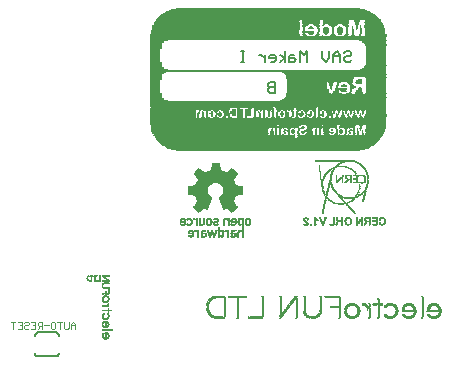
<source format=gbo>
G75*
%MOIN*%
%OFA0B0*%
%FSLAX25Y25*%
%IPPOS*%
%LPD*%
%AMOC8*
5,1,8,0,0,1.08239X$1,22.5*
%
%ADD10C,0.00800*%
%ADD11C,0.00200*%
%ADD12R,0.00333X0.00167*%
%ADD13R,0.00167X0.00167*%
%ADD14R,0.00667X0.00167*%
%ADD15R,0.00167X0.00167*%
%ADD16R,0.00167X0.00167*%
%ADD17R,0.00167X0.00167*%
%ADD18R,0.00333X0.00167*%
%ADD19R,0.00333X0.00167*%
%ADD20R,0.00167X0.00167*%
%ADD21R,0.00167X0.00167*%
%ADD22R,0.00333X0.00167*%
%ADD23R,0.00167X0.00167*%
%ADD24R,0.00167X0.00167*%
%ADD25R,0.00500X0.00167*%
%ADD26R,0.00833X0.00167*%
%ADD27R,0.02000X0.00167*%
%ADD28R,0.03166X0.00167*%
%ADD29R,0.01167X0.00167*%
%ADD30R,0.01666X0.00167*%
%ADD31R,0.00333X0.00167*%
%ADD32R,0.00500X0.00167*%
%ADD33R,0.00333X0.00167*%
%ADD34R,0.00667X0.00167*%
%ADD35R,0.01500X0.00167*%
%ADD36R,0.04499X0.00167*%
%ADD37R,0.02666X0.00167*%
%ADD38R,0.00500X0.00167*%
%ADD39R,0.02833X0.00167*%
%ADD40R,0.04833X0.00167*%
%ADD41R,0.03666X0.00167*%
%ADD42R,0.01833X0.00167*%
%ADD43R,0.01333X0.00167*%
%ADD44R,0.01833X0.00167*%
%ADD45R,0.00667X0.00167*%
%ADD46R,0.03500X0.00167*%
%ADD47R,0.00833X0.00167*%
%ADD48R,0.04833X0.00167*%
%ADD49R,0.04166X0.00167*%
%ADD50R,0.02500X0.00167*%
%ADD51R,0.00500X0.00167*%
%ADD52R,0.02500X0.00167*%
%ADD53R,0.02666X0.00167*%
%ADD54R,0.01500X0.00167*%
%ADD55R,0.01500X0.00167*%
%ADD56R,0.01000X0.00167*%
%ADD57R,0.01000X0.00167*%
%ADD58R,0.00833X0.00167*%
%ADD59R,0.00833X0.00167*%
%ADD60R,0.04000X0.00167*%
%ADD61R,0.02166X0.00167*%
%ADD62R,0.00500X0.00167*%
%ADD63R,0.01167X0.00167*%
%ADD64R,0.01000X0.00167*%
%ADD65R,0.01000X0.00167*%
%ADD66R,0.00667X0.00167*%
%ADD67R,0.01167X0.00167*%
%ADD68R,0.00667X0.00167*%
%ADD69R,0.01333X0.00167*%
%ADD70R,0.00667X0.00167*%
%ADD71R,0.00667X0.00167*%
%ADD72R,0.01500X0.00167*%
%ADD73R,0.00333X0.00167*%
%ADD74R,0.00500X0.00167*%
%ADD75R,0.00833X0.00167*%
%ADD76R,0.00500X0.00167*%
%ADD77R,0.03500X0.00167*%
%ADD78R,0.04000X0.00167*%
%ADD79R,0.04499X0.00167*%
%ADD80R,0.00833X0.00167*%
%ADD81R,0.04666X0.00167*%
%ADD82R,0.00500X0.00167*%
%ADD83R,0.03167X0.00167*%
%ADD84R,0.03167X0.00167*%
%ADD85R,0.03167X0.00167*%
%ADD86R,0.01000X0.00167*%
%ADD87R,0.01500X0.00167*%
%ADD88R,0.02333X0.00167*%
%ADD89R,0.02167X0.00167*%
%ADD90R,0.02333X0.00167*%
%ADD91R,0.03000X0.00167*%
%ADD92R,0.00833X0.00167*%
%ADD93R,0.01333X0.00167*%
%ADD94R,0.01667X0.00167*%
%ADD95R,0.01833X0.00167*%
%ADD96R,0.01833X0.00167*%
%ADD97R,0.01666X0.00167*%
%ADD98R,0.01333X0.00167*%
%ADD99R,0.00333X0.00167*%
%ADD100R,0.03166X0.00167*%
%ADD101R,0.02500X0.00167*%
%ADD102R,0.02166X0.00167*%
%ADD103R,0.05833X0.00167*%
%ADD104R,0.04166X0.00167*%
%ADD105R,0.05999X0.00167*%
%ADD106R,0.03666X0.00167*%
%ADD107R,0.04666X0.00167*%
%ADD108R,0.05666X0.00167*%
%ADD109R,0.02666X0.00167*%
%ADD110R,0.01833X0.00167*%
%ADD111R,0.02166X0.00167*%
%ADD112R,0.01333X0.00167*%
%ADD113R,0.00167X0.00167*%
%ADD114R,0.61462X0.00247*%
%ADD115R,0.64424X0.00247*%
%ADD116R,0.65905X0.00247*%
%ADD117R,0.67385X0.00247*%
%ADD118R,0.67879X0.00247*%
%ADD119R,0.68867X0.00247*%
%ADD120R,0.69854X0.00247*%
%ADD121R,0.70348X0.00247*%
%ADD122R,0.71335X0.00247*%
%ADD123R,0.71829X0.00247*%
%ADD124R,0.72322X0.00247*%
%ADD125R,0.72816X0.00247*%
%ADD126R,0.73310X0.00247*%
%ADD127R,0.73804X0.00247*%
%ADD128R,0.74297X0.00247*%
%ADD129R,0.74791X0.00247*%
%ADD130R,0.74791X0.00247*%
%ADD131R,0.28139X0.00247*%
%ADD132R,0.46652X0.00247*%
%ADD133R,0.28139X0.00247*%
%ADD134R,0.46898X0.00247*%
%ADD135R,0.46898X0.00247*%
%ADD136R,0.28386X0.00247*%
%ADD137R,0.47145X0.00247*%
%ADD138R,0.05677X0.00247*%
%ADD139R,0.00741X0.00247*%
%ADD140R,0.00987X0.00247*%
%ADD141R,0.00247X0.00247*%
%ADD142R,0.01234X0.00247*%
%ADD143R,0.02222X0.00247*%
%ADD144R,0.02469X0.00247*%
%ADD145R,0.00246X0.00247*%
%ADD146R,0.00494X0.00247*%
%ADD147R,0.00740X0.00247*%
%ADD148R,0.38259X0.00247*%
%ADD149R,0.05924X0.00247*%
%ADD150R,0.00741X0.00247*%
%ADD151R,0.00494X0.00247*%
%ADD152R,0.01975X0.00247*%
%ADD153R,0.00987X0.00247*%
%ADD154R,0.00740X0.00247*%
%ADD155R,0.01234X0.00247*%
%ADD156R,0.38506X0.00247*%
%ADD157R,0.06171X0.00247*%
%ADD158R,0.00987X0.00247*%
%ADD159R,0.01728X0.00247*%
%ADD160R,0.38753X0.00247*%
%ADD161R,0.06171X0.00247*%
%ADD162R,0.00247X0.00247*%
%ADD163R,0.03456X0.00247*%
%ADD164R,0.01728X0.00247*%
%ADD165R,0.01234X0.00247*%
%ADD166R,0.38753X0.00247*%
%ADD167R,0.00493X0.00247*%
%ADD168R,0.02222X0.00247*%
%ADD169R,0.01481X0.00247*%
%ADD170R,0.06418X0.00247*%
%ADD171R,0.03456X0.00247*%
%ADD172R,0.01234X0.00247*%
%ADD173R,0.39000X0.00247*%
%ADD174R,0.06418X0.00247*%
%ADD175R,0.01974X0.00247*%
%ADD176R,0.00987X0.00247*%
%ADD177R,0.02715X0.00247*%
%ADD178R,0.39000X0.00247*%
%ADD179R,0.06665X0.00247*%
%ADD180R,0.39247X0.00247*%
%ADD181R,0.00246X0.00247*%
%ADD182R,0.39494X0.00247*%
%ADD183R,0.06665X0.00247*%
%ADD184R,0.00741X0.00247*%
%ADD185R,0.05183X0.00247*%
%ADD186R,0.10120X0.00247*%
%ADD187R,0.01234X0.00247*%
%ADD188R,0.49614X0.00247*%
%ADD189R,0.05183X0.00247*%
%ADD190R,0.10120X0.00247*%
%ADD191R,0.49614X0.00247*%
%ADD192R,0.06665X0.00247*%
%ADD193R,0.05430X0.00247*%
%ADD194R,0.04690X0.00247*%
%ADD195R,0.05183X0.00247*%
%ADD196R,0.06911X0.00247*%
%ADD197R,0.42209X0.00247*%
%ADD198R,0.05430X0.00247*%
%ADD199R,0.04690X0.00247*%
%ADD200R,0.07158X0.00247*%
%ADD201R,0.42209X0.00247*%
%ADD202R,0.78740X0.00247*%
%ADD203R,0.78740X0.00247*%
%ADD204R,0.78740X0.00247*%
%ADD205R,0.07405X0.00247*%
%ADD206R,0.01481X0.00247*%
%ADD207R,0.01728X0.00247*%
%ADD208R,0.15057X0.00247*%
%ADD209R,0.07405X0.00247*%
%ADD210R,0.01481X0.00247*%
%ADD211R,0.01728X0.00247*%
%ADD212R,0.15057X0.00247*%
%ADD213R,0.07158X0.00247*%
%ADD214R,0.07158X0.00247*%
%ADD215R,0.00493X0.00247*%
%ADD216R,0.06911X0.00247*%
%ADD217R,0.02469X0.00247*%
%ADD218R,0.06911X0.00247*%
%ADD219R,0.06664X0.00247*%
%ADD220R,0.06664X0.00247*%
%ADD221R,0.01974X0.00247*%
%ADD222R,0.02468X0.00247*%
%ADD223R,0.02715X0.00247*%
%ADD224R,0.15551X0.00247*%
%ADD225R,0.22709X0.00247*%
%ADD226R,0.06171X0.00247*%
%ADD227R,0.06911X0.00247*%
%ADD228R,0.02222X0.00247*%
%ADD229R,0.01728X0.00247*%
%ADD230R,0.26411X0.00247*%
%ADD231R,0.22709X0.00247*%
%ADD232R,0.26658X0.00247*%
%ADD233R,0.22956X0.00247*%
%ADD234R,0.26905X0.00247*%
%ADD235R,0.22956X0.00247*%
%ADD236R,0.14069X0.00247*%
%ADD237R,0.40975X0.00247*%
%ADD238R,0.35544X0.00247*%
%ADD239R,0.05924X0.00247*%
%ADD240R,0.34557X0.00247*%
%ADD241R,0.04937X0.00247*%
%ADD242R,0.34310X0.00247*%
%ADD243R,0.04690X0.00247*%
%ADD244R,0.34063X0.00247*%
%ADD245R,0.04443X0.00247*%
%ADD246R,0.33816X0.00247*%
%ADD247R,0.04196X0.00247*%
%ADD248R,0.33569X0.00247*%
%ADD249R,0.03950X0.00247*%
%ADD250R,0.33569X0.00247*%
%ADD251R,0.03950X0.00247*%
%ADD252R,0.33322X0.00247*%
%ADD253R,0.03703X0.00247*%
%ADD254R,0.33322X0.00247*%
%ADD255R,0.03703X0.00247*%
%ADD256R,0.02962X0.00247*%
%ADD257R,0.03209X0.00247*%
%ADD258R,0.14810X0.00247*%
%ADD259R,0.14563X0.00247*%
%ADD260R,0.14070X0.00247*%
%ADD261R,0.03456X0.00247*%
%ADD262R,0.06911X0.00247*%
%ADD263R,0.01728X0.00247*%
%ADD264R,0.00987X0.00247*%
%ADD265R,0.14070X0.00247*%
%ADD266R,0.03456X0.00247*%
%ADD267R,0.13823X0.00247*%
%ADD268R,0.04196X0.00247*%
%ADD269R,0.13823X0.00247*%
%ADD270R,0.13576X0.00247*%
%ADD271R,0.13329X0.00247*%
%ADD272R,0.13329X0.00247*%
%ADD273R,0.13082X0.00247*%
%ADD274R,0.01975X0.00247*%
%ADD275R,0.01481X0.00247*%
%ADD276R,0.13082X0.00247*%
%ADD277R,0.12835X0.00247*%
%ADD278R,0.01481X0.00247*%
%ADD279R,0.01974X0.00247*%
%ADD280R,0.13082X0.00247*%
%ADD281R,0.21721X0.00247*%
%ADD282R,0.21721X0.00247*%
%ADD283R,0.22215X0.00247*%
%ADD284R,0.22462X0.00247*%
%ADD285R,0.33816X0.00247*%
%ADD286R,0.34063X0.00247*%
%ADD287R,0.04443X0.00247*%
%ADD288R,0.34310X0.00247*%
%ADD289R,0.04690X0.00247*%
%ADD290R,0.05184X0.00247*%
%ADD291R,0.08886X0.00247*%
%ADD292R,0.05678X0.00247*%
%ADD293R,0.08145X0.00247*%
%ADD294R,0.07898X0.00247*%
%ADD295R,0.07652X0.00247*%
%ADD296R,0.03703X0.00247*%
%ADD297R,0.06664X0.00247*%
%ADD298R,0.07652X0.00247*%
%ADD299R,0.07898X0.00247*%
%ADD300R,0.04690X0.00247*%
%ADD301R,0.09133X0.00247*%
%ADD302R,0.05924X0.00247*%
%ADD303R,0.50107X0.00247*%
%ADD304R,0.49861X0.00247*%
%ADD305R,0.49861X0.00247*%
%ADD306R,0.06911X0.00247*%
%ADD307R,0.49614X0.00247*%
%ADD308R,0.03702X0.00247*%
%ADD309R,0.49367X0.00247*%
%ADD310R,0.49367X0.00247*%
%ADD311R,0.06418X0.00247*%
%ADD312R,0.00247X0.00247*%
%ADD313R,0.00987X0.00247*%
%ADD314R,0.49120X0.00247*%
%ADD315R,0.49120X0.00247*%
%ADD316R,0.49120X0.00247*%
%ADD317R,0.48873X0.00247*%
%ADD318R,0.02221X0.00247*%
%ADD319R,0.48626X0.00247*%
%ADD320R,0.05924X0.00247*%
%ADD321R,0.08639X0.00247*%
%ADD322R,0.48626X0.00247*%
%ADD323R,0.05677X0.00247*%
%ADD324R,0.08639X0.00247*%
%ADD325R,0.48380X0.00247*%
%ADD326R,0.48380X0.00247*%
%ADD327R,0.48133X0.00247*%
%ADD328R,0.08886X0.00247*%
%ADD329R,0.47886X0.00247*%
%ADD330R,0.09380X0.00247*%
%ADD331R,0.73804X0.00247*%
%ADD332R,0.71829X0.00247*%
%ADD333R,0.71335X0.00247*%
%ADD334R,0.69854X0.00247*%
%ADD335R,0.67879X0.00247*%
%ADD336R,0.67385X0.00247*%
%ADD337R,0.64424X0.00247*%
%ADD338C,0.00500*%
%ADD339R,0.00821X0.00091*%
%ADD340R,0.01643X0.00091*%
%ADD341R,0.00274X0.00091*%
%ADD342R,0.00365X0.00091*%
%ADD343R,0.01460X0.00091*%
%ADD344R,0.00456X0.00091*%
%ADD345R,0.00365X0.00091*%
%ADD346R,0.01278X0.00091*%
%ADD347R,0.01916X0.00091*%
%ADD348R,0.00456X0.00091*%
%ADD349R,0.00365X0.00091*%
%ADD350R,0.00548X0.00091*%
%ADD351R,0.01734X0.00091*%
%ADD352R,0.00639X0.00091*%
%ADD353R,0.01551X0.00091*%
%ADD354R,0.01916X0.00091*%
%ADD355R,0.00548X0.00091*%
%ADD356R,0.00639X0.00091*%
%ADD357R,0.01734X0.00091*%
%ADD358R,0.00547X0.00091*%
%ADD359R,0.01825X0.00091*%
%ADD360R,0.02007X0.00091*%
%ADD361R,0.00639X0.00091*%
%ADD362R,0.00730X0.00091*%
%ADD363R,0.01825X0.00091*%
%ADD364R,0.00822X0.00091*%
%ADD365R,0.00730X0.00091*%
%ADD366R,0.01825X0.00091*%
%ADD367R,0.00456X0.00091*%
%ADD368R,0.00547X0.00091*%
%ADD369R,0.00548X0.00091*%
%ADD370R,0.00821X0.00091*%
%ADD371R,0.01734X0.00091*%
%ADD372R,0.00365X0.00091*%
%ADD373R,0.01552X0.00091*%
%ADD374R,0.00913X0.00091*%
%ADD375R,0.00547X0.00091*%
%ADD376R,0.00913X0.00091*%
%ADD377R,0.00639X0.00091*%
%ADD378R,0.01004X0.00091*%
%ADD379R,0.01095X0.00091*%
%ADD380R,0.00091X0.00091*%
%ADD381R,0.01551X0.00091*%
%ADD382R,0.02190X0.00091*%
%ADD383R,0.00639X0.00091*%
%ADD384R,0.02190X0.00091*%
%ADD385R,0.00456X0.00091*%
%ADD386R,0.01825X0.00091*%
%ADD387R,0.01917X0.00091*%
%ADD388R,0.02190X0.00091*%
%ADD389R,0.00456X0.00091*%
%ADD390R,0.00274X0.00091*%
%ADD391R,0.01095X0.00091*%
%ADD392R,0.01095X0.00091*%
%ADD393R,0.01186X0.00091*%
%ADD394R,0.00639X0.00091*%
%ADD395R,0.00548X0.00091*%
%ADD396R,0.00547X0.00091*%
%ADD397R,0.00456X0.00091*%
%ADD398R,0.00913X0.00091*%
%ADD399R,0.01004X0.00091*%
%ADD400R,0.00730X0.00091*%
%ADD401R,0.00730X0.00091*%
%ADD402R,0.01460X0.00091*%
%ADD403R,0.01278X0.00091*%
%ADD404R,0.01825X0.00091*%
%ADD405R,0.01187X0.00091*%
%ADD406R,0.01369X0.00091*%
%ADD407R,0.01004X0.00091*%
%ADD408R,0.00274X0.00091*%
%ADD409R,0.00091X0.00091*%
%ADD410R,0.00365X0.00091*%
%ADD411R,0.00274X0.00091*%
%ADD412R,0.00274X0.00091*%
%ADD413R,0.00365X0.00091*%
%ADD414R,0.00274X0.00091*%
%ADD415R,0.00365X0.00091*%
%ADD416R,0.02099X0.00091*%
%ADD417R,0.02829X0.00091*%
%ADD418R,0.03103X0.00091*%
%ADD419R,0.00365X0.00091*%
%ADD420R,0.00274X0.00091*%
%ADD421R,0.01278X0.00091*%
%ADD422R,0.00183X0.00091*%
%ADD423R,0.02738X0.00091*%
%ADD424R,0.03376X0.00091*%
%ADD425R,0.03924X0.00091*%
%ADD426R,0.00183X0.00091*%
%ADD427R,0.01186X0.00091*%
%ADD428R,0.00913X0.00091*%
%ADD429R,0.00821X0.00091*%
%ADD430R,0.01095X0.00091*%
%ADD431R,0.00274X0.00091*%
%ADD432R,0.00456X0.00091*%
%ADD433R,0.01460X0.00091*%
%ADD434R,0.01643X0.00091*%
%ADD435R,0.00183X0.00091*%
%ADD436R,0.00182X0.00091*%
%ADD437R,0.00182X0.00091*%
%ADD438R,0.00639X0.00091*%
%ADD439R,0.01551X0.00091*%
%ADD440R,0.01369X0.00091*%
%ADD441R,0.00183X0.00091*%
%ADD442R,0.01460X0.00091*%
%ADD443R,0.01643X0.00091*%
%ADD444R,0.00456X0.00091*%
%ADD445R,0.03285X0.00091*%
%ADD446R,0.02646X0.00091*%
%ADD447R,0.00639X0.00091*%
%ADD448R,0.01004X0.00091*%
%ADD449R,0.13415X0.00091*%
%ADD450R,0.13049X0.00091*%
%ADD451R,0.12776X0.00091*%
%ADD452R,0.12137X0.00091*%
%ADD453R,0.00248X0.00062*%
%ADD454R,0.00124X0.00062*%
%ADD455R,0.00186X0.00062*%
%ADD456R,0.00434X0.00062*%
%ADD457R,0.00434X0.00062*%
%ADD458R,0.00744X0.00062*%
%ADD459R,0.00620X0.00062*%
%ADD460R,0.00806X0.00062*%
%ADD461R,0.00992X0.00062*%
%ADD462R,0.00868X0.00062*%
%ADD463R,0.00496X0.00062*%
%ADD464R,0.01054X0.00062*%
%ADD465R,0.01178X0.00062*%
%ADD466R,0.01116X0.00062*%
%ADD467R,0.01116X0.00062*%
%ADD468R,0.01302X0.00062*%
%ADD469R,0.01736X0.00062*%
%ADD470R,0.00558X0.00062*%
%ADD471R,0.00558X0.00062*%
%ADD472R,0.01488X0.00062*%
%ADD473R,0.00434X0.00062*%
%ADD474R,0.00434X0.00062*%
%ADD475R,0.01798X0.00062*%
%ADD476R,0.01736X0.00062*%
%ADD477R,0.00558X0.00062*%
%ADD478R,0.00558X0.00062*%
%ADD479R,0.01798X0.00062*%
%ADD480R,0.01612X0.00062*%
%ADD481R,0.01798X0.00062*%
%ADD482R,0.01860X0.00062*%
%ADD483R,0.01674X0.00062*%
%ADD484R,0.00682X0.00062*%
%ADD485R,0.01860X0.00062*%
%ADD486R,0.00744X0.00062*%
%ADD487R,0.00372X0.00062*%
%ADD488R,0.00496X0.00062*%
%ADD489R,0.00248X0.00062*%
%ADD490R,0.00496X0.00062*%
%ADD491R,0.00806X0.00062*%
%ADD492R,0.00496X0.00062*%
%ADD493R,0.00062X0.00062*%
%ADD494R,0.00372X0.00062*%
%ADD495R,0.00372X0.00062*%
%ADD496R,0.00372X0.00062*%
%ADD497R,0.01798X0.00062*%
%ADD498R,0.01922X0.00062*%
%ADD499R,0.01674X0.00062*%
%ADD500R,0.01736X0.00062*%
%ADD501R,0.01922X0.00062*%
%ADD502R,0.01612X0.00062*%
%ADD503R,0.00434X0.00062*%
%ADD504R,0.00496X0.00062*%
%ADD505R,0.00434X0.00062*%
%ADD506R,0.00496X0.00062*%
%ADD507R,0.00372X0.00062*%
%ADD508R,0.00806X0.00062*%
%ADD509R,0.00620X0.00062*%
%ADD510R,0.00682X0.00062*%
%ADD511R,0.00682X0.00062*%
%ADD512R,0.00124X0.00062*%
%ADD513R,0.00062X0.00062*%
%ADD514R,0.00310X0.00062*%
%ADD515R,0.00186X0.00062*%
%ADD516R,0.01612X0.00062*%
%ADD517R,0.01426X0.00062*%
%ADD518R,0.01364X0.00062*%
%ADD519R,0.01488X0.00062*%
%ADD520R,0.01736X0.00062*%
%ADD521R,0.01116X0.00062*%
%ADD522R,0.01488X0.00062*%
%ADD523R,0.00992X0.00062*%
%ADD524R,0.01054X0.00062*%
%ADD525R,0.01302X0.00062*%
%ADD526R,0.01364X0.00062*%
%ADD527R,0.00992X0.00062*%
%ADD528R,0.01178X0.00062*%
%ADD529R,0.00930X0.00062*%
%ADD530R,0.00310X0.00062*%
%ADD531R,0.00868X0.00062*%
%ADD532R,0.01240X0.00062*%
%ADD533R,0.01364X0.00062*%
%ADD534R,0.01116X0.00062*%
%ADD535R,0.01302X0.00062*%
%ADD536R,0.01364X0.00062*%
%ADD537R,0.01550X0.00062*%
%ADD538R,0.00620X0.00062*%
%ADD539R,0.00682X0.00062*%
%ADD540R,0.00310X0.00062*%
%ADD541R,0.00620X0.00062*%
%ADD542R,0.00186X0.00062*%
%ADD543R,0.00062X0.00062*%
%ADD544R,0.01984X0.00062*%
%ADD545R,0.01240X0.00062*%
%ADD546R,0.01984X0.00062*%
%ADD547R,0.01984X0.00062*%
%ADD548R,0.01984X0.00062*%
%ADD549R,0.01550X0.00062*%
%ADD550R,0.01488X0.00062*%
%ADD551R,0.01302X0.00062*%
%ADD552R,0.00930X0.00062*%
%ADD553R,0.01054X0.00062*%
%ADD554R,0.02170X0.00062*%
%ADD555R,0.00062X0.00062*%
%ADD556R,0.02170X0.00062*%
%ADD557R,0.02294X0.00062*%
%ADD558R,0.02294X0.00062*%
%ADD559R,0.02418X0.00062*%
%ADD560R,0.02480X0.00062*%
%ADD561R,0.02604X0.00062*%
%ADD562R,0.02728X0.00062*%
%ADD563R,0.02914X0.00062*%
%ADD564R,0.00806X0.00062*%
%ADD565R,0.02914X0.00062*%
%ADD566R,0.03038X0.00062*%
%ADD567R,0.03038X0.00062*%
%ADD568R,0.04402X0.00062*%
%ADD569R,0.04526X0.00062*%
%ADD570R,0.04588X0.00062*%
%ADD571R,0.04588X0.00062*%
%ADD572R,0.04712X0.00062*%
%ADD573R,0.04712X0.00062*%
%ADD574R,0.04774X0.00062*%
%ADD575R,0.04836X0.00062*%
%ADD576R,0.04836X0.00062*%
%ADD577R,0.04960X0.00062*%
%ADD578R,0.04960X0.00062*%
%ADD579R,0.05022X0.00062*%
%ADD580R,0.05022X0.00062*%
%ADD581R,0.04960X0.00062*%
%ADD582R,0.04960X0.00062*%
%ADD583R,0.04898X0.00062*%
%ADD584R,0.04836X0.00062*%
%ADD585R,0.04836X0.00062*%
%ADD586R,0.04774X0.00062*%
%ADD587R,0.04712X0.00062*%
%ADD588R,0.04712X0.00062*%
%ADD589R,0.04650X0.00062*%
%ADD590R,0.04650X0.00062*%
%ADD591R,0.04650X0.00062*%
%ADD592R,0.04588X0.00062*%
%ADD593R,0.04526X0.00062*%
%ADD594R,0.04526X0.00062*%
%ADD595R,0.04774X0.00062*%
%ADD596R,0.05022X0.00062*%
%ADD597R,0.05084X0.00062*%
%ADD598R,0.05084X0.00062*%
%ADD599R,0.05146X0.00062*%
%ADD600R,0.05208X0.00062*%
%ADD601R,0.05270X0.00062*%
%ADD602R,0.05270X0.00062*%
%ADD603R,0.05332X0.00062*%
%ADD604R,0.05394X0.00062*%
%ADD605R,0.05394X0.00062*%
%ADD606R,0.05456X0.00062*%
%ADD607R,0.05394X0.00062*%
%ADD608R,0.05394X0.00062*%
%ADD609R,0.05270X0.00062*%
%ADD610R,0.05270X0.00062*%
%ADD611R,0.05146X0.00062*%
%ADD612R,0.05084X0.00062*%
%ADD613R,0.05208X0.00062*%
%ADD614R,0.05580X0.00062*%
%ADD615R,0.05580X0.00062*%
%ADD616R,0.05828X0.00062*%
%ADD617R,0.06138X0.00062*%
%ADD618R,0.06138X0.00062*%
%ADD619R,0.06448X0.00062*%
%ADD620R,0.06696X0.00062*%
%ADD621R,0.06882X0.00062*%
%ADD622R,0.06882X0.00062*%
%ADD623R,0.06820X0.00062*%
%ADD624R,0.06820X0.00062*%
%ADD625R,0.06758X0.00062*%
%ADD626R,0.06758X0.00062*%
%ADD627R,0.06696X0.00062*%
%ADD628R,0.06634X0.00062*%
%ADD629R,0.06634X0.00062*%
%ADD630R,0.06572X0.00062*%
%ADD631R,0.06572X0.00062*%
%ADD632R,0.06572X0.00062*%
%ADD633R,0.06634X0.00062*%
%ADD634R,0.06510X0.00062*%
%ADD635R,0.06510X0.00062*%
%ADD636R,0.06200X0.00062*%
%ADD637R,0.05890X0.00062*%
%ADD638R,0.05890X0.00062*%
%ADD639R,0.05332X0.00062*%
%ADD640R,0.04836X0.00062*%
%ADD641R,0.04836X0.00062*%
%ADD642R,0.05022X0.00062*%
%ADD643R,0.05456X0.00062*%
%ADD644R,0.05642X0.00062*%
%ADD645R,0.05642X0.00062*%
%ADD646R,0.05766X0.00062*%
%ADD647R,0.05766X0.00062*%
%ADD648R,0.06324X0.00062*%
%ADD649R,0.12586X0.00062*%
%ADD650R,0.12586X0.00062*%
%ADD651R,0.12462X0.00062*%
%ADD652R,0.12338X0.00062*%
%ADD653R,0.12338X0.00062*%
%ADD654R,0.12214X0.00062*%
%ADD655R,0.12090X0.00062*%
%ADD656R,0.12090X0.00062*%
%ADD657R,0.11966X0.00062*%
%ADD658R,0.11966X0.00062*%
%ADD659R,0.12462X0.00062*%
%ADD660R,0.12710X0.00062*%
%ADD661R,0.12772X0.00062*%
%ADD662R,0.12834X0.00062*%
%ADD663R,0.12958X0.00062*%
%ADD664R,0.13082X0.00062*%
%ADD665R,0.13206X0.00062*%
%ADD666R,0.13330X0.00062*%
%ADD667R,0.13330X0.00062*%
%ADD668R,0.13454X0.00062*%
%ADD669R,0.13578X0.00062*%
%ADD670R,0.13702X0.00062*%
%ADD671R,0.13826X0.00062*%
%ADD672R,0.13950X0.00062*%
%ADD673R,0.14074X0.00062*%
%ADD674R,0.14198X0.00062*%
%ADD675R,0.14198X0.00062*%
%ADD676R,0.14322X0.00062*%
%ADD677R,0.14446X0.00062*%
%ADD678R,0.14570X0.00062*%
%ADD679R,0.14570X0.00062*%
%ADD680R,0.14322X0.00062*%
%ADD681R,0.03348X0.00062*%
%ADD682R,0.03224X0.00062*%
%ADD683R,0.06386X0.00062*%
%ADD684R,0.03100X0.00062*%
%ADD685R,0.06014X0.00062*%
%ADD686R,0.02914X0.00062*%
%ADD687R,0.05766X0.00062*%
%ADD688R,0.02914X0.00062*%
%ADD689R,0.02790X0.00062*%
%ADD690R,0.02790X0.00062*%
%ADD691R,0.02170X0.00062*%
%ADD692R,0.04154X0.00062*%
%ADD693R,0.02170X0.00062*%
%ADD694R,0.03906X0.00062*%
%ADD695R,0.03658X0.00062*%
%ADD696R,0.03410X0.00062*%
%ADD697R,0.03410X0.00062*%
%ADD698R,0.03286X0.00062*%
%ADD699R,0.03286X0.00062*%
%ADD700R,0.03162X0.00062*%
%ADD701R,0.03162X0.00062*%
%ADD702R,0.03038X0.00062*%
%ADD703R,0.02914X0.00062*%
%ADD704R,0.02790X0.00062*%
%ADD705R,0.02666X0.00062*%
%ADD706R,0.02666X0.00062*%
%ADD707R,0.02542X0.00062*%
%ADD708R,0.02542X0.00062*%
%ADD709R,0.02418X0.00062*%
D10*
X0033350Y0028813D02*
X0039650Y0028813D01*
X0039650Y0028812D02*
X0039709Y0028826D01*
X0039767Y0028843D01*
X0039824Y0028864D01*
X0039880Y0028888D01*
X0039934Y0028916D01*
X0039986Y0028946D01*
X0040037Y0028980D01*
X0040085Y0029017D01*
X0040131Y0029056D01*
X0040174Y0029099D01*
X0040215Y0029143D01*
X0040253Y0029191D01*
X0040288Y0029240D01*
X0040320Y0029292D01*
X0040349Y0029345D01*
X0040375Y0029400D01*
X0040397Y0029456D01*
X0040416Y0029514D01*
X0040432Y0029573D01*
X0040443Y0029632D01*
X0040452Y0029692D01*
X0040456Y0029753D01*
X0040457Y0029813D01*
X0040454Y0029874D01*
X0040448Y0029934D01*
X0040438Y0029994D01*
X0040438Y0035506D02*
X0040448Y0035566D01*
X0040454Y0035626D01*
X0040457Y0035687D01*
X0040456Y0035747D01*
X0040452Y0035808D01*
X0040443Y0035868D01*
X0040432Y0035927D01*
X0040416Y0035986D01*
X0040397Y0036044D01*
X0040375Y0036100D01*
X0040349Y0036155D01*
X0040320Y0036208D01*
X0040288Y0036260D01*
X0040253Y0036309D01*
X0040215Y0036357D01*
X0040174Y0036401D01*
X0040131Y0036444D01*
X0040085Y0036483D01*
X0040037Y0036520D01*
X0039986Y0036554D01*
X0039934Y0036584D01*
X0039880Y0036612D01*
X0039824Y0036636D01*
X0039767Y0036657D01*
X0039709Y0036674D01*
X0039650Y0036688D01*
X0039650Y0036687D02*
X0033350Y0036687D01*
X0033350Y0036688D02*
X0033291Y0036674D01*
X0033233Y0036657D01*
X0033176Y0036636D01*
X0033120Y0036612D01*
X0033066Y0036584D01*
X0033014Y0036554D01*
X0032963Y0036520D01*
X0032915Y0036483D01*
X0032869Y0036444D01*
X0032826Y0036401D01*
X0032785Y0036357D01*
X0032747Y0036309D01*
X0032712Y0036260D01*
X0032680Y0036208D01*
X0032651Y0036155D01*
X0032625Y0036100D01*
X0032603Y0036044D01*
X0032584Y0035986D01*
X0032568Y0035927D01*
X0032557Y0035868D01*
X0032548Y0035808D01*
X0032544Y0035747D01*
X0032543Y0035687D01*
X0032546Y0035626D01*
X0032552Y0035566D01*
X0032562Y0035506D01*
X0032562Y0029994D02*
X0032552Y0029934D01*
X0032546Y0029874D01*
X0032543Y0029813D01*
X0032544Y0029753D01*
X0032548Y0029692D01*
X0032557Y0029632D01*
X0032568Y0029573D01*
X0032584Y0029514D01*
X0032603Y0029456D01*
X0032625Y0029400D01*
X0032651Y0029345D01*
X0032680Y0029292D01*
X0032712Y0029240D01*
X0032747Y0029191D01*
X0032785Y0029143D01*
X0032826Y0029099D01*
X0032869Y0029056D01*
X0032915Y0029017D01*
X0032963Y0028980D01*
X0033014Y0028946D01*
X0033066Y0028916D01*
X0033120Y0028888D01*
X0033176Y0028864D01*
X0033233Y0028843D01*
X0033291Y0028826D01*
X0033350Y0028812D01*
D11*
X0033407Y0037950D02*
X0034141Y0038684D01*
X0033774Y0038684D02*
X0034875Y0038684D01*
X0034875Y0037950D02*
X0034875Y0040152D01*
X0033774Y0040152D01*
X0033407Y0039785D01*
X0033407Y0039051D01*
X0033774Y0038684D01*
X0032665Y0039051D02*
X0031931Y0039051D01*
X0031197Y0040152D02*
X0032665Y0040152D01*
X0032665Y0037950D01*
X0031197Y0037950D01*
X0030455Y0038317D02*
X0030088Y0037950D01*
X0029354Y0037950D01*
X0028987Y0038317D01*
X0028987Y0038684D01*
X0029354Y0039051D01*
X0030088Y0039051D01*
X0030455Y0039418D01*
X0030455Y0039785D01*
X0030088Y0040152D01*
X0029354Y0040152D01*
X0028987Y0039785D01*
X0028245Y0040152D02*
X0028245Y0037950D01*
X0026777Y0037950D01*
X0027511Y0039051D02*
X0028245Y0039051D01*
X0028245Y0040152D02*
X0026777Y0040152D01*
X0026035Y0040152D02*
X0024567Y0040152D01*
X0025301Y0040152D02*
X0025301Y0037950D01*
X0035617Y0039051D02*
X0037085Y0039051D01*
X0037827Y0038317D02*
X0037827Y0039785D01*
X0038194Y0040152D01*
X0038927Y0040152D01*
X0039294Y0039785D01*
X0039294Y0038317D01*
X0038927Y0037950D01*
X0038194Y0037950D01*
X0037827Y0038317D01*
X0040036Y0040152D02*
X0041504Y0040152D01*
X0040770Y0040152D02*
X0040770Y0037950D01*
X0042246Y0038317D02*
X0042246Y0040152D01*
X0043714Y0040152D02*
X0043714Y0038317D01*
X0043347Y0037950D01*
X0042613Y0037950D01*
X0042246Y0038317D01*
X0044456Y0037950D02*
X0044456Y0039418D01*
X0045190Y0040152D01*
X0045924Y0039418D01*
X0045924Y0037950D01*
X0045924Y0039051D02*
X0044456Y0039051D01*
D12*
X0056267Y0041082D03*
X0056433Y0040082D03*
X0057100Y0038583D03*
X0057433Y0037083D03*
X0056267Y0034250D03*
X0057600Y0043915D03*
X0057100Y0045248D03*
X0056267Y0046415D03*
X0056267Y0046582D03*
X0056267Y0048748D03*
X0055933Y0049581D03*
X0056933Y0049581D03*
X0055267Y0052081D03*
X0056933Y0054081D03*
X0055767Y0054914D03*
X0093095Y0041249D03*
X0100261Y0041249D03*
X0134090Y0041249D03*
X0137090Y0045248D03*
X0137256Y0045748D03*
X0156088Y0043915D03*
X0164086Y0044915D03*
X0165586Y0043915D03*
X0165753Y0046082D03*
D13*
X0166003Y0046082D03*
X0166169Y0046082D03*
X0166503Y0046082D03*
X0167003Y0045748D03*
X0167169Y0045748D03*
X0167336Y0045415D03*
X0167003Y0044915D03*
X0167169Y0044582D03*
X0167669Y0044915D03*
X0167836Y0044915D03*
X0168003Y0044582D03*
X0167336Y0043915D03*
X0167336Y0043415D03*
X0167336Y0042749D03*
X0167169Y0042582D03*
X0167003Y0042249D03*
X0166669Y0041915D03*
X0166503Y0041915D03*
X0166503Y0041249D03*
X0166169Y0041249D03*
X0166003Y0041249D03*
X0165336Y0041249D03*
X0165003Y0041249D03*
X0164836Y0041249D03*
X0164836Y0041915D03*
X0164670Y0041915D03*
X0165003Y0041915D03*
X0164336Y0042249D03*
X0163836Y0041915D03*
X0163670Y0042249D03*
X0163670Y0043415D03*
X0163503Y0043415D03*
X0163503Y0043915D03*
X0164170Y0044582D03*
X0164336Y0044915D03*
X0164670Y0045248D03*
X0164836Y0045248D03*
X0164836Y0045415D03*
X0165003Y0045415D03*
X0164670Y0045748D03*
X0164336Y0045748D03*
X0164170Y0045415D03*
X0163836Y0045248D03*
X0163836Y0044915D03*
X0163670Y0044915D03*
X0165003Y0046082D03*
X0165336Y0046082D03*
X0165503Y0046082D03*
X0166503Y0045415D03*
X0166669Y0045248D03*
X0165836Y0043915D03*
X0165336Y0043915D03*
X0167836Y0042582D03*
X0168003Y0042582D03*
X0168003Y0042749D03*
X0167836Y0042249D03*
X0167669Y0042249D03*
X0162003Y0041249D03*
X0161837Y0041249D03*
X0161670Y0041249D03*
X0159670Y0042582D03*
X0159670Y0042749D03*
X0159670Y0043082D03*
X0159670Y0043415D03*
X0159504Y0043415D03*
X0159004Y0042749D03*
X0158837Y0042582D03*
X0159337Y0042249D03*
X0158171Y0041915D03*
X0158171Y0041249D03*
X0157004Y0041249D03*
X0156671Y0041249D03*
X0156504Y0041249D03*
X0156504Y0041915D03*
X0156338Y0041915D03*
X0156004Y0042249D03*
X0155504Y0041915D03*
X0155338Y0042249D03*
X0155338Y0043415D03*
X0155171Y0043415D03*
X0155171Y0043915D03*
X0155838Y0043915D03*
X0155838Y0044582D03*
X0156004Y0044915D03*
X0156338Y0045248D03*
X0156504Y0045248D03*
X0156504Y0045415D03*
X0156671Y0045415D03*
X0156671Y0046082D03*
X0157004Y0046082D03*
X0157671Y0046082D03*
X0157837Y0046082D03*
X0158171Y0046082D03*
X0158171Y0045415D03*
X0158337Y0045248D03*
X0158504Y0045248D03*
X0159004Y0045415D03*
X0158837Y0045748D03*
X0159504Y0044915D03*
X0159670Y0044582D03*
X0158837Y0044582D03*
X0158504Y0043915D03*
X0157171Y0043915D03*
X0155338Y0044915D03*
X0155504Y0045248D03*
X0156004Y0045748D03*
X0153671Y0044582D03*
X0153505Y0044582D03*
X0153505Y0044915D03*
X0153338Y0044915D03*
X0152838Y0044582D03*
X0152338Y0045248D03*
X0151838Y0045415D03*
X0151838Y0046082D03*
X0151671Y0046082D03*
X0150671Y0046082D03*
X0150505Y0046082D03*
X0150505Y0045415D03*
X0150171Y0045248D03*
X0150005Y0045248D03*
X0149838Y0044915D03*
X0149505Y0044915D03*
X0149338Y0044915D03*
X0149338Y0045248D03*
X0149338Y0045415D03*
X0149838Y0045748D03*
X0148672Y0045748D03*
X0148672Y0046082D03*
X0145339Y0045748D03*
X0143839Y0046082D03*
X0143339Y0045748D03*
X0143506Y0045415D03*
X0143339Y0044915D03*
X0143506Y0044582D03*
X0143006Y0045248D03*
X0142839Y0045415D03*
X0142673Y0045415D03*
X0142673Y0046082D03*
X0142839Y0046082D03*
X0141839Y0045748D03*
X0140506Y0045248D03*
X0140340Y0045415D03*
X0140006Y0045748D03*
X0139840Y0045748D03*
X0139673Y0045248D03*
X0139340Y0045415D03*
X0139173Y0045415D03*
X0139173Y0046082D03*
X0139340Y0046082D03*
X0138840Y0046082D03*
X0138173Y0046082D03*
X0138006Y0046082D03*
X0137673Y0046082D03*
X0137673Y0045415D03*
X0137506Y0045415D03*
X0137506Y0045248D03*
X0137340Y0045248D03*
X0137006Y0044915D03*
X0136840Y0044582D03*
X0136340Y0044915D03*
X0136173Y0044582D03*
X0136506Y0045248D03*
X0136840Y0045248D03*
X0137006Y0045748D03*
X0136840Y0042749D03*
X0136840Y0042582D03*
X0137006Y0042582D03*
X0136340Y0042249D03*
X0136173Y0042582D03*
X0136173Y0042749D03*
X0137506Y0041915D03*
X0137673Y0041915D03*
X0137673Y0041249D03*
X0138006Y0041249D03*
X0138173Y0041249D03*
X0138840Y0041249D03*
X0139173Y0041249D03*
X0139340Y0041249D03*
X0139340Y0041915D03*
X0139173Y0041915D03*
X0139673Y0042249D03*
X0139840Y0042249D03*
X0140006Y0042582D03*
X0140340Y0043082D03*
X0140340Y0043415D03*
X0140340Y0043915D03*
X0141006Y0043915D03*
X0141006Y0043415D03*
X0141006Y0043082D03*
X0141006Y0042749D03*
X0140673Y0042249D03*
X0140506Y0041915D03*
X0140340Y0041915D03*
X0140006Y0041915D03*
X0140006Y0044915D03*
X0140673Y0044915D03*
X0143839Y0041249D03*
X0146839Y0041249D03*
X0147005Y0041249D03*
X0147172Y0041249D03*
X0149338Y0041915D03*
X0149505Y0041915D03*
X0149838Y0042249D03*
X0150005Y0042249D03*
X0150171Y0041915D03*
X0150505Y0041915D03*
X0150505Y0041249D03*
X0150671Y0041249D03*
X0151671Y0041249D03*
X0151838Y0041249D03*
X0151838Y0041915D03*
X0152505Y0042249D03*
X0152838Y0042582D03*
X0152838Y0042749D03*
X0153005Y0043082D03*
X0153005Y0043415D03*
X0153671Y0043415D03*
X0153671Y0043082D03*
X0153671Y0042749D03*
X0153505Y0042749D03*
X0153505Y0042582D03*
X0153338Y0042249D03*
X0153005Y0041915D03*
X0153671Y0043915D03*
X0153005Y0045415D03*
X0152838Y0045748D03*
X0149505Y0042582D03*
X0149338Y0042582D03*
X0134340Y0041249D03*
X0133840Y0041249D03*
X0131174Y0044915D03*
X0130341Y0048081D03*
X0129674Y0048081D03*
X0127508Y0043749D03*
X0127508Y0043415D03*
X0128174Y0043415D03*
X0128174Y0043082D03*
X0128008Y0042749D03*
X0126841Y0042249D03*
X0126175Y0041915D03*
X0126175Y0041249D03*
X0126008Y0041249D03*
X0124342Y0041249D03*
X0123175Y0042582D03*
X0122675Y0042249D03*
X0122175Y0043082D03*
X0122175Y0043415D03*
X0122842Y0043415D03*
X0122842Y0043749D03*
X0119509Y0041249D03*
X0116676Y0043749D03*
X0116676Y0044915D03*
X0117509Y0044915D03*
X0117342Y0045748D03*
X0117509Y0046082D03*
X0117842Y0046415D03*
X0118675Y0046415D03*
X0119009Y0046915D03*
X0118509Y0047248D03*
X0119009Y0047915D03*
X0115509Y0043415D03*
X0115009Y0042749D03*
X0114843Y0042582D03*
X0115509Y0042249D03*
X0115676Y0042582D03*
X0114176Y0041249D03*
X0104011Y0041249D03*
X0100511Y0041249D03*
X0100011Y0041249D03*
X0096012Y0041249D03*
X0092845Y0041249D03*
X0092512Y0041249D03*
X0092512Y0041915D03*
X0092845Y0041915D03*
X0091845Y0042249D03*
X0091345Y0041915D03*
X0091179Y0041915D03*
X0091012Y0042249D03*
X0090679Y0042582D03*
X0090512Y0042749D03*
X0090346Y0043082D03*
X0090012Y0043749D03*
X0090012Y0043915D03*
X0090679Y0043915D03*
X0091179Y0043082D03*
X0091345Y0042749D03*
X0090679Y0045415D03*
X0090679Y0045748D03*
X0090012Y0045748D03*
X0090012Y0045415D03*
X0090012Y0046082D03*
X0091012Y0046582D03*
X0091179Y0046915D03*
X0090679Y0047248D03*
X0091179Y0047915D03*
X0091345Y0047915D03*
X0092512Y0047915D03*
X0092845Y0047915D03*
X0093012Y0048081D03*
X0103177Y0048081D03*
X0057683Y0043749D03*
X0057350Y0043415D03*
X0057183Y0043415D03*
X0057183Y0043082D03*
X0057350Y0043082D03*
X0057183Y0042749D03*
X0057183Y0042582D03*
X0056850Y0042582D03*
X0056850Y0042749D03*
X0057183Y0041915D03*
X0057350Y0041915D03*
X0057350Y0041249D03*
X0057183Y0041249D03*
X0057183Y0041082D03*
X0056850Y0041082D03*
X0056683Y0041082D03*
X0056517Y0041082D03*
X0056850Y0041249D03*
X0056017Y0041082D03*
X0055683Y0041082D03*
X0055517Y0041082D03*
X0055517Y0041249D03*
X0055683Y0041249D03*
X0055350Y0041249D03*
X0055350Y0041915D03*
X0055517Y0041915D03*
X0055517Y0042249D03*
X0055350Y0042249D03*
X0055350Y0042582D03*
X0055517Y0042582D03*
X0055683Y0042582D03*
X0055683Y0042749D03*
X0055517Y0042749D03*
X0055350Y0043749D03*
X0055350Y0043915D03*
X0055517Y0043915D03*
X0055683Y0043915D03*
X0056017Y0043749D03*
X0056517Y0045415D03*
X0056683Y0045415D03*
X0056850Y0045415D03*
X0057183Y0045748D03*
X0057350Y0045748D03*
X0057350Y0046082D03*
X0057183Y0046082D03*
X0056850Y0046582D03*
X0056683Y0046582D03*
X0056517Y0046582D03*
X0056517Y0046415D03*
X0056017Y0046415D03*
X0056017Y0046582D03*
X0055683Y0046582D03*
X0055683Y0046915D03*
X0055517Y0046915D03*
X0055350Y0046915D03*
X0055350Y0047248D03*
X0055517Y0047248D03*
X0055517Y0047915D03*
X0055517Y0048081D03*
X0055683Y0048081D03*
X0055350Y0048081D03*
X0055350Y0047915D03*
X0056017Y0048748D03*
X0056517Y0048748D03*
X0056683Y0048748D03*
X0056683Y0049581D03*
X0056517Y0049581D03*
X0056517Y0049914D03*
X0056517Y0050248D03*
X0056183Y0050248D03*
X0056183Y0049914D03*
X0056183Y0049581D03*
X0055683Y0049581D03*
X0057183Y0049581D03*
X0057350Y0049581D03*
X0057350Y0049914D03*
X0057183Y0049914D03*
X0057183Y0050248D03*
X0057350Y0050248D03*
X0057350Y0050581D03*
X0057350Y0050748D03*
X0057183Y0050748D03*
X0057183Y0050581D03*
X0056517Y0051081D03*
X0056850Y0051414D03*
X0055350Y0051414D03*
X0055350Y0052248D03*
X0055350Y0052581D03*
X0055517Y0052581D03*
X0055517Y0052914D03*
X0054517Y0054081D03*
X0054350Y0054081D03*
X0053850Y0053747D03*
X0054350Y0054747D03*
X0054517Y0054747D03*
X0054517Y0054914D03*
X0054350Y0054914D03*
X0055517Y0054914D03*
X0056017Y0054914D03*
X0056017Y0054747D03*
X0056183Y0054747D03*
X0056683Y0054081D03*
X0057183Y0054081D03*
X0052684Y0054081D03*
X0052684Y0053747D03*
X0052684Y0054747D03*
X0052684Y0054914D03*
X0051517Y0054914D03*
X0051517Y0054747D03*
X0051517Y0054081D03*
X0051517Y0053747D03*
X0051351Y0053747D03*
X0050351Y0054081D03*
X0050184Y0054081D03*
X0050184Y0054747D03*
X0050351Y0054747D03*
X0050351Y0054914D03*
X0050184Y0054914D03*
X0057183Y0048081D03*
X0057350Y0048081D03*
X0057350Y0047248D03*
X0057183Y0047248D03*
X0057183Y0046915D03*
X0057350Y0046915D03*
X0056850Y0046915D03*
X0056683Y0046915D03*
X0057350Y0045248D03*
X0055517Y0045415D03*
X0055350Y0045415D03*
X0055517Y0040082D03*
X0055683Y0040082D03*
X0055683Y0039749D03*
X0055517Y0039749D03*
X0055517Y0039582D03*
X0055350Y0039582D03*
X0055350Y0039749D03*
X0055350Y0039249D03*
X0055350Y0038916D03*
X0055517Y0038916D03*
X0055517Y0038583D03*
X0055683Y0038583D03*
X0055683Y0038416D03*
X0055517Y0038416D03*
X0055350Y0038416D03*
X0055350Y0038583D03*
X0056017Y0038416D03*
X0056183Y0038416D03*
X0056183Y0038583D03*
X0056183Y0038916D03*
X0056183Y0039249D03*
X0056183Y0039582D03*
X0056183Y0039749D03*
X0056183Y0040082D03*
X0056517Y0039749D03*
X0056517Y0039582D03*
X0056517Y0039249D03*
X0056517Y0038916D03*
X0056517Y0038583D03*
X0056517Y0038416D03*
X0056683Y0038416D03*
X0056850Y0038416D03*
X0056850Y0038583D03*
X0057183Y0038416D03*
X0057350Y0038583D03*
X0057350Y0038916D03*
X0057183Y0038916D03*
X0057183Y0039249D03*
X0057350Y0039249D03*
X0057350Y0039582D03*
X0057183Y0039582D03*
X0057183Y0039749D03*
X0057350Y0039749D03*
X0056850Y0039749D03*
X0056850Y0040082D03*
X0056683Y0040082D03*
X0056683Y0038083D03*
X0056517Y0038083D03*
X0056183Y0038083D03*
X0056017Y0038083D03*
X0056183Y0036250D03*
X0056183Y0035916D03*
X0056183Y0035750D03*
X0056183Y0035416D03*
X0056183Y0035083D03*
X0056517Y0035083D03*
X0056517Y0035416D03*
X0056517Y0035750D03*
X0056517Y0035916D03*
X0056850Y0036250D03*
X0057183Y0035916D03*
X0057183Y0035750D03*
X0057350Y0035750D03*
X0057350Y0035916D03*
X0057350Y0035416D03*
X0057183Y0035416D03*
X0056850Y0034416D03*
X0056683Y0034416D03*
X0056683Y0034250D03*
X0056517Y0034250D03*
X0056017Y0034250D03*
X0055683Y0034416D03*
X0055517Y0035083D03*
X0055350Y0035083D03*
X0055350Y0035416D03*
X0055350Y0035750D03*
X0055350Y0035916D03*
X0055517Y0035916D03*
X0055517Y0035750D03*
X0055517Y0036250D03*
X0055683Y0036250D03*
X0058516Y0037083D03*
D14*
X0056267Y0034416D03*
X0055933Y0045415D03*
X0054267Y0053747D03*
X0051267Y0055580D03*
X0050934Y0053747D03*
X0090429Y0046082D03*
X0090596Y0046415D03*
X0090596Y0046582D03*
X0090762Y0046915D03*
X0091095Y0047248D03*
X0090262Y0045248D03*
X0090262Y0044915D03*
X0090262Y0044582D03*
X0090429Y0043749D03*
X0090762Y0043082D03*
X0090929Y0042749D03*
X0091095Y0042582D03*
X0091429Y0042249D03*
X0095762Y0042249D03*
X0095762Y0042582D03*
X0095762Y0042749D03*
X0095762Y0043082D03*
X0095762Y0043415D03*
X0095762Y0043749D03*
X0095762Y0043915D03*
X0095762Y0044582D03*
X0095762Y0044915D03*
X0095762Y0045248D03*
X0095762Y0045415D03*
X0095762Y0045748D03*
X0095762Y0046082D03*
X0095762Y0046415D03*
X0095762Y0046582D03*
X0095762Y0046915D03*
X0095762Y0047248D03*
X0095762Y0047915D03*
X0095762Y0048081D03*
X0100261Y0048081D03*
X0100261Y0047915D03*
X0100261Y0047248D03*
X0100261Y0046915D03*
X0100261Y0046582D03*
X0100261Y0046415D03*
X0100261Y0046082D03*
X0100261Y0045748D03*
X0100261Y0045415D03*
X0100261Y0045248D03*
X0100261Y0044915D03*
X0100261Y0044582D03*
X0100261Y0043915D03*
X0100261Y0043749D03*
X0100261Y0043415D03*
X0100261Y0043082D03*
X0100261Y0042749D03*
X0100261Y0042582D03*
X0100261Y0042249D03*
X0100261Y0041915D03*
X0095762Y0041915D03*
X0108427Y0041915D03*
X0108427Y0042249D03*
X0108427Y0042582D03*
X0108427Y0042749D03*
X0108427Y0043082D03*
X0108427Y0043415D03*
X0108427Y0043749D03*
X0108427Y0043915D03*
X0108427Y0044582D03*
X0108427Y0044915D03*
X0108427Y0045248D03*
X0108427Y0045415D03*
X0108427Y0045748D03*
X0108427Y0046082D03*
X0108427Y0046415D03*
X0108427Y0046582D03*
X0108427Y0046915D03*
X0108427Y0047248D03*
X0108427Y0047915D03*
X0108427Y0048081D03*
X0114426Y0048081D03*
X0114426Y0047915D03*
X0114426Y0047248D03*
X0114426Y0046915D03*
X0114426Y0046582D03*
X0114426Y0046415D03*
X0114426Y0046082D03*
X0114426Y0045748D03*
X0114426Y0045415D03*
X0114426Y0045248D03*
X0114426Y0044915D03*
X0114426Y0044582D03*
X0114426Y0043915D03*
X0114426Y0043749D03*
X0114426Y0043415D03*
X0114426Y0043082D03*
X0114426Y0042749D03*
X0114426Y0042582D03*
X0115259Y0042582D03*
X0115426Y0042749D03*
X0115926Y0043415D03*
X0117092Y0044915D03*
X0117759Y0045748D03*
X0118259Y0046415D03*
X0118592Y0046915D03*
X0118925Y0047248D03*
X0119759Y0047248D03*
X0119759Y0046915D03*
X0119759Y0046582D03*
X0119759Y0046415D03*
X0119759Y0046082D03*
X0119759Y0045748D03*
X0119759Y0045415D03*
X0119759Y0045248D03*
X0119759Y0044915D03*
X0119759Y0044582D03*
X0119759Y0043915D03*
X0119759Y0043749D03*
X0119759Y0043415D03*
X0119759Y0043082D03*
X0119759Y0042749D03*
X0119759Y0042582D03*
X0119759Y0042249D03*
X0119759Y0041915D03*
X0122592Y0043082D03*
X0122758Y0042749D03*
X0122758Y0042582D03*
X0123092Y0042249D03*
X0122425Y0043749D03*
X0122425Y0043915D03*
X0122425Y0044582D03*
X0122425Y0044915D03*
X0122425Y0045248D03*
X0122425Y0045415D03*
X0122425Y0045748D03*
X0122425Y0046082D03*
X0122425Y0046415D03*
X0122425Y0046582D03*
X0122425Y0046915D03*
X0122425Y0047248D03*
X0122425Y0047915D03*
X0122425Y0048081D03*
X0127924Y0048081D03*
X0127924Y0047915D03*
X0127924Y0047248D03*
X0127924Y0046915D03*
X0127924Y0046582D03*
X0127924Y0046415D03*
X0127924Y0046082D03*
X0127924Y0045748D03*
X0127924Y0045415D03*
X0127924Y0045248D03*
X0127924Y0044915D03*
X0127924Y0044582D03*
X0127924Y0043915D03*
X0127924Y0043749D03*
X0127758Y0043082D03*
X0127591Y0042749D03*
X0127591Y0042582D03*
X0127258Y0042249D03*
X0134090Y0042249D03*
X0134090Y0042582D03*
X0134090Y0042749D03*
X0134090Y0043082D03*
X0134090Y0043415D03*
X0134090Y0043749D03*
X0134090Y0043915D03*
X0134090Y0044582D03*
X0134090Y0045248D03*
X0134090Y0045415D03*
X0134090Y0045748D03*
X0134090Y0046082D03*
X0134090Y0046415D03*
X0134090Y0046582D03*
X0134090Y0046915D03*
X0134090Y0047248D03*
X0134090Y0047915D03*
X0134090Y0048081D03*
X0137090Y0045415D03*
X0136256Y0043915D03*
X0136256Y0043749D03*
X0136756Y0042249D03*
X0137090Y0041915D03*
X0140256Y0042249D03*
X0140756Y0043749D03*
X0140090Y0045248D03*
X0139923Y0045415D03*
X0144089Y0045415D03*
X0144089Y0045248D03*
X0144089Y0045748D03*
X0144089Y0043915D03*
X0144089Y0043749D03*
X0144089Y0043415D03*
X0144089Y0043082D03*
X0144089Y0042749D03*
X0144089Y0042582D03*
X0144089Y0042249D03*
X0144089Y0041915D03*
X0147089Y0041915D03*
X0147089Y0042249D03*
X0147089Y0042582D03*
X0147089Y0042749D03*
X0147089Y0043082D03*
X0147089Y0043415D03*
X0147089Y0043749D03*
X0147089Y0043915D03*
X0147089Y0044582D03*
X0147089Y0044915D03*
X0147089Y0045248D03*
X0147089Y0045415D03*
X0147089Y0046415D03*
X0147089Y0046582D03*
X0147089Y0046915D03*
X0147089Y0047248D03*
X0152755Y0045248D03*
X0153421Y0043749D03*
X0156088Y0045415D03*
X0158587Y0045415D03*
X0159087Y0044915D03*
X0159254Y0044582D03*
X0159420Y0043915D03*
X0159254Y0042582D03*
X0161753Y0042582D03*
X0161753Y0042749D03*
X0161753Y0043082D03*
X0161753Y0043415D03*
X0161753Y0043749D03*
X0161753Y0043915D03*
X0161753Y0044582D03*
X0161753Y0044915D03*
X0161753Y0045248D03*
X0161753Y0045415D03*
X0161753Y0045748D03*
X0161753Y0046082D03*
X0161753Y0046415D03*
X0161753Y0046582D03*
X0161753Y0046915D03*
X0161753Y0047248D03*
X0161753Y0047915D03*
X0161753Y0048081D03*
X0164920Y0043915D03*
X0166919Y0045415D03*
X0167086Y0045248D03*
X0167586Y0044582D03*
X0167753Y0043915D03*
X0167753Y0043415D03*
X0167753Y0043082D03*
X0167086Y0041915D03*
X0161753Y0041915D03*
X0161753Y0042249D03*
X0134090Y0041915D03*
D15*
X0136007Y0042749D03*
X0136007Y0043082D03*
X0136007Y0043415D03*
X0136673Y0043415D03*
X0136673Y0043082D03*
X0137173Y0042249D03*
X0136673Y0041915D03*
X0137840Y0041915D03*
X0137840Y0041249D03*
X0139006Y0041249D03*
X0139506Y0041915D03*
X0140173Y0041915D03*
X0140173Y0042582D03*
X0140173Y0042749D03*
X0140839Y0042749D03*
X0140839Y0042582D03*
X0140839Y0044582D03*
X0140839Y0044915D03*
X0140173Y0044582D03*
X0139506Y0045248D03*
X0139506Y0045415D03*
X0139006Y0046082D03*
X0137840Y0046082D03*
X0137840Y0045415D03*
X0136673Y0045415D03*
X0136673Y0045248D03*
X0136007Y0044582D03*
X0133674Y0048081D03*
X0131341Y0045248D03*
X0127674Y0042249D03*
X0127174Y0042582D03*
X0124175Y0041915D03*
X0124175Y0041249D03*
X0123508Y0042249D03*
X0122342Y0042749D03*
X0120009Y0041249D03*
X0116343Y0043415D03*
X0115843Y0043915D03*
X0115843Y0042749D03*
X0115176Y0041915D03*
X0114676Y0041249D03*
X0117009Y0045415D03*
X0118176Y0045748D03*
X0118842Y0046582D03*
X0118176Y0046915D03*
X0119342Y0047248D03*
X0108677Y0041249D03*
X0108010Y0041915D03*
X0103844Y0041249D03*
X0097345Y0048081D03*
X0093179Y0048081D03*
X0092679Y0047915D03*
X0091512Y0048081D03*
X0091512Y0047248D03*
X0090846Y0046082D03*
X0090179Y0046415D03*
X0090846Y0043749D03*
X0090846Y0043415D03*
X0090179Y0043415D03*
X0090846Y0042249D03*
X0091512Y0042582D03*
X0092012Y0042249D03*
X0092679Y0041915D03*
X0092679Y0041249D03*
X0058183Y0043749D03*
X0058183Y0043915D03*
X0057017Y0043915D03*
X0056350Y0043915D03*
X0055850Y0043915D03*
X0055183Y0043915D03*
X0055183Y0043749D03*
X0055850Y0042749D03*
X0055850Y0042582D03*
X0055183Y0042249D03*
X0055183Y0041915D03*
X0055850Y0041249D03*
X0055850Y0041082D03*
X0055850Y0040082D03*
X0056350Y0039749D03*
X0056350Y0039582D03*
X0056350Y0039249D03*
X0056350Y0038916D03*
X0056350Y0038583D03*
X0056350Y0038416D03*
X0056350Y0038083D03*
X0055850Y0038083D03*
X0055850Y0038416D03*
X0055183Y0038916D03*
X0055183Y0039249D03*
X0055183Y0039582D03*
X0055183Y0039749D03*
X0057017Y0039749D03*
X0057017Y0039582D03*
X0057017Y0040082D03*
X0057517Y0039249D03*
X0057017Y0038416D03*
X0057017Y0036250D03*
X0057017Y0035916D03*
X0057017Y0035750D03*
X0057517Y0035416D03*
X0057517Y0035083D03*
X0057017Y0034416D03*
X0056350Y0035083D03*
X0056350Y0035416D03*
X0056350Y0035750D03*
X0056350Y0035916D03*
X0055850Y0036250D03*
X0055183Y0035916D03*
X0055183Y0035750D03*
X0055183Y0035416D03*
X0055183Y0035083D03*
X0055850Y0034416D03*
X0055183Y0037083D03*
X0057017Y0041082D03*
X0057017Y0041249D03*
X0057517Y0041915D03*
X0057017Y0042582D03*
X0057017Y0042749D03*
X0057017Y0045415D03*
X0057017Y0045748D03*
X0056350Y0045415D03*
X0055183Y0045248D03*
X0055850Y0046582D03*
X0055850Y0046915D03*
X0055183Y0047248D03*
X0055183Y0047915D03*
X0055183Y0048081D03*
X0055183Y0049415D03*
X0055183Y0049581D03*
X0056350Y0049581D03*
X0056350Y0049914D03*
X0056350Y0050248D03*
X0055850Y0051081D03*
X0055850Y0051414D03*
X0055183Y0052248D03*
X0055183Y0052581D03*
X0055183Y0053747D03*
X0055850Y0054747D03*
X0057517Y0053747D03*
X0057517Y0052914D03*
X0057517Y0050748D03*
X0057517Y0050581D03*
X0057517Y0050248D03*
X0057517Y0049914D03*
X0057517Y0049581D03*
X0057517Y0049415D03*
X0057017Y0048081D03*
X0057017Y0047248D03*
X0057017Y0046915D03*
X0053350Y0053747D03*
X0052850Y0053747D03*
X0052850Y0054081D03*
X0052850Y0054747D03*
X0052850Y0054914D03*
X0051684Y0054914D03*
X0051684Y0054747D03*
X0051684Y0054081D03*
X0051684Y0053747D03*
X0050517Y0053747D03*
X0050517Y0054081D03*
X0142006Y0046082D03*
X0142506Y0046082D03*
X0143172Y0045748D03*
X0143172Y0045248D03*
X0143672Y0045248D03*
X0143672Y0045415D03*
X0144339Y0046082D03*
X0145506Y0046082D03*
X0145506Y0045748D03*
X0146672Y0046082D03*
X0148505Y0046082D03*
X0149172Y0044915D03*
X0149672Y0044915D03*
X0150338Y0045415D03*
X0150338Y0046082D03*
X0150838Y0046082D03*
X0151505Y0046082D03*
X0152005Y0046082D03*
X0152005Y0045415D03*
X0152671Y0045748D03*
X0153171Y0045415D03*
X0153171Y0045248D03*
X0152671Y0044915D03*
X0155671Y0045248D03*
X0155671Y0045415D03*
X0156171Y0045748D03*
X0156837Y0046082D03*
X0158004Y0046082D03*
X0158004Y0045415D03*
X0158670Y0045748D03*
X0159170Y0045248D03*
X0158670Y0044915D03*
X0159837Y0043749D03*
X0159837Y0043415D03*
X0159170Y0043082D03*
X0158670Y0042249D03*
X0159170Y0041915D03*
X0158004Y0041915D03*
X0158004Y0041249D03*
X0156837Y0041249D03*
X0157337Y0043915D03*
X0155671Y0043915D03*
X0152005Y0041915D03*
X0152005Y0041249D03*
X0151505Y0041249D03*
X0150838Y0041249D03*
X0150338Y0041249D03*
X0150338Y0041915D03*
X0149672Y0042582D03*
X0149172Y0042249D03*
X0147339Y0041249D03*
X0144339Y0041249D03*
X0143672Y0043915D03*
X0161504Y0041249D03*
X0164003Y0043915D03*
X0164503Y0043915D03*
X0164503Y0044582D03*
X0164503Y0044915D03*
X0164003Y0045248D03*
X0164003Y0045415D03*
X0164503Y0045748D03*
X0165170Y0046082D03*
X0166336Y0046082D03*
X0167503Y0045248D03*
X0168169Y0043749D03*
X0168169Y0043415D03*
X0167503Y0041915D03*
X0166336Y0041915D03*
X0166336Y0041249D03*
X0165170Y0041249D03*
D16*
X0165336Y0041749D03*
X0166003Y0041749D03*
X0166169Y0041749D03*
X0166669Y0042082D03*
X0166669Y0041416D03*
X0167336Y0041749D03*
X0167669Y0042082D03*
X0167336Y0042915D03*
X0168003Y0042915D03*
X0167336Y0044082D03*
X0167336Y0044415D03*
X0167169Y0044748D03*
X0167836Y0044748D03*
X0168003Y0044415D03*
X0167169Y0045582D03*
X0166169Y0045582D03*
X0166003Y0045582D03*
X0165503Y0045582D03*
X0165336Y0045582D03*
X0164170Y0045582D03*
X0164336Y0044748D03*
X0164170Y0044415D03*
X0163670Y0044748D03*
X0163503Y0044415D03*
X0163503Y0044082D03*
X0163503Y0043582D03*
X0163670Y0042082D03*
X0163836Y0042082D03*
X0164170Y0041749D03*
X0164670Y0041416D03*
X0162003Y0041416D03*
X0159337Y0042082D03*
X0159004Y0041749D03*
X0158837Y0041749D03*
X0158504Y0042082D03*
X0158337Y0042082D03*
X0157837Y0041749D03*
X0157671Y0041749D03*
X0157837Y0041416D03*
X0158337Y0041416D03*
X0158504Y0041416D03*
X0157004Y0041749D03*
X0156338Y0041749D03*
X0156338Y0041416D03*
X0155838Y0041749D03*
X0155338Y0042082D03*
X0155171Y0043582D03*
X0155171Y0044082D03*
X0155171Y0044415D03*
X0155338Y0044748D03*
X0155838Y0044415D03*
X0156004Y0044748D03*
X0155838Y0045582D03*
X0157004Y0045582D03*
X0157504Y0045582D03*
X0157671Y0045582D03*
X0157837Y0045582D03*
X0158171Y0045582D03*
X0158837Y0045582D03*
X0159004Y0045582D03*
X0158837Y0044748D03*
X0159004Y0044415D03*
X0159004Y0044082D03*
X0159670Y0044082D03*
X0159670Y0044415D03*
X0159504Y0044748D03*
X0159670Y0042915D03*
X0159004Y0042915D03*
X0153671Y0042915D03*
X0153005Y0042915D03*
X0152338Y0042082D03*
X0152838Y0041749D03*
X0152505Y0041416D03*
X0152338Y0041416D03*
X0152171Y0041416D03*
X0151671Y0041749D03*
X0151005Y0041749D03*
X0150171Y0042082D03*
X0150005Y0042082D03*
X0149505Y0041749D03*
X0149338Y0042082D03*
X0150005Y0041416D03*
X0150171Y0041416D03*
X0146839Y0041416D03*
X0143839Y0041416D03*
X0141006Y0042915D03*
X0140340Y0042915D03*
X0140506Y0042082D03*
X0139673Y0042082D03*
X0139673Y0041416D03*
X0138173Y0041749D03*
X0138006Y0041749D03*
X0137506Y0042082D03*
X0137340Y0042082D03*
X0136840Y0041749D03*
X0136506Y0042082D03*
X0137340Y0041416D03*
X0137506Y0041416D03*
X0137006Y0044748D03*
X0136840Y0044748D03*
X0136173Y0044748D03*
X0136840Y0045582D03*
X0138006Y0045582D03*
X0138173Y0045582D03*
X0139840Y0045582D03*
X0140006Y0045582D03*
X0140006Y0044748D03*
X0140340Y0044415D03*
X0140340Y0044082D03*
X0141006Y0044082D03*
X0141006Y0044415D03*
X0142173Y0045582D03*
X0142339Y0045582D03*
X0143506Y0045582D03*
X0143506Y0044748D03*
X0145672Y0045582D03*
X0145839Y0045582D03*
X0147505Y0045582D03*
X0147672Y0045582D03*
X0148172Y0045582D03*
X0148338Y0045582D03*
X0147505Y0046248D03*
X0146839Y0047748D03*
X0149505Y0045582D03*
X0149505Y0044748D03*
X0149338Y0044748D03*
X0150671Y0045582D03*
X0151671Y0045582D03*
X0152838Y0045582D03*
X0153005Y0045582D03*
X0152838Y0044748D03*
X0153005Y0044415D03*
X0153005Y0044082D03*
X0153671Y0044082D03*
X0153671Y0044415D03*
X0153505Y0044748D03*
X0162003Y0048581D03*
X0134340Y0048581D03*
X0131174Y0044748D03*
X0127508Y0043582D03*
X0127341Y0042915D03*
X0126675Y0041416D03*
X0124842Y0041749D03*
X0123842Y0042082D03*
X0123675Y0041416D03*
X0123175Y0041749D03*
X0122842Y0043582D03*
X0118509Y0046248D03*
X0118009Y0045582D03*
X0117176Y0045582D03*
X0117342Y0044748D03*
X0117176Y0044415D03*
X0116842Y0044082D03*
X0116509Y0043582D03*
X0116009Y0044082D03*
X0115676Y0043582D03*
X0116009Y0042915D03*
X0115343Y0042082D03*
X0114843Y0041416D03*
X0116509Y0044748D03*
X0118342Y0047081D03*
X0119175Y0047081D03*
X0119175Y0048248D03*
X0119509Y0048581D03*
X0122175Y0048581D03*
X0122675Y0048581D03*
X0128174Y0048581D03*
X0114176Y0048581D03*
X0108177Y0048581D03*
X0103177Y0048581D03*
X0103177Y0048248D03*
X0104011Y0041749D03*
X0096012Y0048581D03*
X0092845Y0048581D03*
X0092512Y0048581D03*
X0091845Y0048248D03*
X0091679Y0048248D03*
X0092179Y0047748D03*
X0092345Y0047748D03*
X0091679Y0047415D03*
X0091345Y0047081D03*
X0091179Y0047748D03*
X0091012Y0047748D03*
X0090679Y0047415D03*
X0090512Y0047081D03*
X0090679Y0045582D03*
X0090012Y0045582D03*
X0090012Y0044415D03*
X0090012Y0044082D03*
X0089846Y0044082D03*
X0090679Y0044082D03*
X0090679Y0044415D03*
X0091179Y0042915D03*
X0091345Y0042915D03*
X0091179Y0042082D03*
X0091012Y0042082D03*
X0092179Y0042082D03*
X0092345Y0042082D03*
X0092345Y0041416D03*
X0092179Y0041416D03*
X0093012Y0041749D03*
X0058516Y0037249D03*
X0057183Y0036083D03*
X0056850Y0036083D03*
X0056683Y0036083D03*
X0056517Y0036083D03*
X0056517Y0036416D03*
X0056683Y0036416D03*
X0056850Y0036416D03*
X0056183Y0036416D03*
X0056183Y0036083D03*
X0055683Y0036083D03*
X0055517Y0036083D03*
X0055350Y0036083D03*
X0055350Y0035250D03*
X0055350Y0034916D03*
X0055517Y0034916D03*
X0055517Y0034583D03*
X0056183Y0034916D03*
X0056183Y0035250D03*
X0056517Y0035250D03*
X0056517Y0034916D03*
X0056517Y0034583D03*
X0056683Y0034583D03*
X0056850Y0034583D03*
X0057183Y0034583D03*
X0057183Y0034916D03*
X0057350Y0034916D03*
X0057350Y0035250D03*
X0057183Y0035250D03*
X0057183Y0038749D03*
X0057350Y0038749D03*
X0057350Y0039416D03*
X0057183Y0039416D03*
X0056517Y0039416D03*
X0056183Y0039416D03*
X0055517Y0039416D03*
X0055350Y0039416D03*
X0055350Y0038749D03*
X0055517Y0038749D03*
X0056183Y0038749D03*
X0056517Y0038749D03*
X0056683Y0040249D03*
X0056183Y0040249D03*
X0055683Y0040916D03*
X0055517Y0041416D03*
X0055350Y0041416D03*
X0055350Y0041749D03*
X0055517Y0041749D03*
X0055350Y0042082D03*
X0056683Y0040916D03*
X0056850Y0040916D03*
X0057183Y0041416D03*
X0057350Y0041416D03*
X0057350Y0041749D03*
X0057183Y0041749D03*
X0057183Y0042082D03*
X0057350Y0042082D03*
X0057350Y0044082D03*
X0057183Y0044082D03*
X0057183Y0044415D03*
X0057350Y0044415D03*
X0056850Y0045582D03*
X0057183Y0047081D03*
X0057350Y0047081D03*
X0057350Y0047415D03*
X0057183Y0047415D03*
X0057183Y0047748D03*
X0057350Y0047748D03*
X0057183Y0048248D03*
X0056850Y0048248D03*
X0056850Y0048581D03*
X0055683Y0048581D03*
X0055683Y0048248D03*
X0055517Y0048248D03*
X0055350Y0048248D03*
X0055350Y0047748D03*
X0055350Y0047415D03*
X0055517Y0047415D03*
X0055517Y0047081D03*
X0055683Y0047081D03*
X0055350Y0047081D03*
X0056183Y0049748D03*
X0056517Y0049748D03*
X0057183Y0049748D03*
X0057350Y0049748D03*
X0057350Y0050414D03*
X0057183Y0050414D03*
X0055517Y0051248D03*
X0055517Y0051581D03*
X0055350Y0051581D03*
X0055350Y0051914D03*
X0055350Y0052414D03*
X0055517Y0052414D03*
X0056017Y0053081D03*
X0056183Y0053914D03*
X0056517Y0054247D03*
X0056683Y0054247D03*
X0056850Y0054247D03*
X0056850Y0053914D03*
X0057350Y0053914D03*
X0057350Y0053081D03*
X0056517Y0054581D03*
X0056017Y0054581D03*
X0055350Y0055080D03*
X0054517Y0055080D03*
X0054350Y0055080D03*
X0054350Y0055414D03*
X0054517Y0055414D03*
X0054517Y0054581D03*
X0054350Y0054581D03*
X0054350Y0054247D03*
X0054517Y0054247D03*
X0054517Y0053914D03*
X0054350Y0053914D03*
X0055350Y0053914D03*
X0055517Y0053914D03*
X0053517Y0055414D03*
X0052684Y0055080D03*
X0052684Y0054581D03*
X0052684Y0054247D03*
X0052684Y0053914D03*
X0051517Y0053914D03*
X0051517Y0054247D03*
X0051517Y0054581D03*
X0051517Y0055080D03*
X0052017Y0055414D03*
X0050684Y0055414D03*
X0050351Y0055080D03*
X0050184Y0055080D03*
X0050184Y0054581D03*
X0050018Y0054581D03*
X0050351Y0054581D03*
X0050351Y0054247D03*
X0050184Y0054247D03*
X0050351Y0053914D03*
X0050684Y0053914D03*
X0050851Y0053914D03*
D17*
X0050517Y0053914D03*
X0050517Y0055080D03*
X0050517Y0055414D03*
X0051684Y0055414D03*
X0051684Y0055080D03*
X0051684Y0054581D03*
X0051684Y0054247D03*
X0051684Y0053914D03*
X0052850Y0053914D03*
X0052850Y0054247D03*
X0052850Y0054581D03*
X0052850Y0055080D03*
X0055183Y0055414D03*
X0055850Y0055080D03*
X0057517Y0055414D03*
X0055850Y0053081D03*
X0055183Y0052414D03*
X0055183Y0051914D03*
X0055183Y0051581D03*
X0056350Y0049748D03*
X0057517Y0049748D03*
X0057517Y0050414D03*
X0057517Y0051248D03*
X0057017Y0048581D03*
X0057017Y0048248D03*
X0057517Y0047748D03*
X0057017Y0047081D03*
X0055850Y0048248D03*
X0055183Y0047748D03*
X0055183Y0047415D03*
X0055183Y0047081D03*
X0055183Y0042082D03*
X0055183Y0041749D03*
X0055183Y0041416D03*
X0055850Y0040916D03*
X0057017Y0040916D03*
X0057017Y0041416D03*
X0057517Y0041749D03*
X0057517Y0042082D03*
X0056350Y0039416D03*
X0056350Y0038749D03*
X0057017Y0038749D03*
X0055183Y0038749D03*
X0055183Y0039416D03*
X0055183Y0037249D03*
X0056350Y0036416D03*
X0056350Y0036083D03*
X0057017Y0036083D03*
X0056350Y0035250D03*
X0056350Y0034916D03*
X0056350Y0034583D03*
X0057017Y0034583D03*
X0057017Y0034916D03*
X0055183Y0034916D03*
X0055183Y0035250D03*
X0090179Y0043582D03*
X0090846Y0043582D03*
X0091512Y0041749D03*
X0092012Y0041416D03*
X0093179Y0041749D03*
X0090846Y0046248D03*
X0090179Y0046248D03*
X0090846Y0047415D03*
X0090846Y0047748D03*
X0092679Y0048581D03*
X0097345Y0048581D03*
X0103844Y0041416D03*
X0108677Y0048581D03*
X0114676Y0048581D03*
X0117676Y0046248D03*
X0118842Y0047748D03*
X0120009Y0048581D03*
X0123008Y0042915D03*
X0126508Y0042082D03*
X0127174Y0041749D03*
X0127674Y0048581D03*
X0129507Y0048248D03*
X0136007Y0044415D03*
X0136007Y0044082D03*
X0136673Y0044082D03*
X0136673Y0044415D03*
X0136673Y0042915D03*
X0136007Y0042915D03*
X0139006Y0041749D03*
X0139506Y0042082D03*
X0139506Y0041416D03*
X0140173Y0041749D03*
X0140173Y0044748D03*
X0140839Y0044748D03*
X0140173Y0045582D03*
X0139006Y0045582D03*
X0142006Y0045582D03*
X0142506Y0045582D03*
X0143672Y0044415D03*
X0143672Y0044082D03*
X0144339Y0041416D03*
X0147339Y0041416D03*
X0149672Y0041749D03*
X0150838Y0041749D03*
X0151505Y0041749D03*
X0153171Y0042082D03*
X0155671Y0041749D03*
X0156171Y0042082D03*
X0156171Y0041416D03*
X0156837Y0041749D03*
X0155671Y0044082D03*
X0156837Y0045582D03*
X0158004Y0045582D03*
X0159837Y0043582D03*
X0161504Y0041416D03*
X0164003Y0041749D03*
X0164503Y0042082D03*
X0164503Y0041416D03*
X0165170Y0041749D03*
X0166836Y0042082D03*
X0166836Y0041416D03*
X0168169Y0043582D03*
X0165170Y0045582D03*
X0164003Y0044082D03*
X0163337Y0043582D03*
X0161504Y0048581D03*
X0151505Y0045582D03*
X0150838Y0045582D03*
X0149672Y0045582D03*
X0149672Y0044748D03*
X0148505Y0045582D03*
X0147339Y0046248D03*
X0146672Y0046248D03*
X0147339Y0047748D03*
X0115176Y0042915D03*
D18*
X0122425Y0048581D03*
X0138423Y0045582D03*
X0138423Y0041749D03*
X0146589Y0045582D03*
X0147922Y0045582D03*
X0156088Y0041749D03*
X0158087Y0041416D03*
X0157254Y0045582D03*
X0165753Y0045582D03*
X0093095Y0048581D03*
X0057100Y0045582D03*
X0055933Y0048581D03*
X0056433Y0053914D03*
X0057100Y0053914D03*
X0056267Y0054581D03*
X0056433Y0040249D03*
X0055767Y0034583D03*
D19*
X0056100Y0034583D03*
X0057267Y0043582D03*
X0057267Y0046248D03*
X0055600Y0055080D03*
X0108427Y0048581D03*
X0114426Y0048581D03*
X0119759Y0048581D03*
X0127924Y0048581D03*
X0138756Y0045582D03*
X0138756Y0041749D03*
X0144089Y0041416D03*
X0147089Y0041416D03*
X0150588Y0041749D03*
X0151255Y0041749D03*
X0155421Y0044082D03*
X0156587Y0041749D03*
X0161754Y0041416D03*
X0163753Y0044082D03*
X0161754Y0048581D03*
X0147089Y0047748D03*
D20*
X0146839Y0047581D03*
X0149838Y0041582D03*
X0152505Y0041582D03*
X0153005Y0044248D03*
X0153671Y0044248D03*
X0155171Y0044248D03*
X0155838Y0044248D03*
X0155838Y0041582D03*
X0156004Y0041582D03*
X0158837Y0041582D03*
X0159004Y0044248D03*
X0159670Y0044248D03*
X0162003Y0041582D03*
X0164170Y0041582D03*
X0164336Y0041582D03*
X0167003Y0041582D03*
X0167169Y0041582D03*
X0167336Y0044248D03*
X0168003Y0044248D03*
X0164170Y0044248D03*
X0163670Y0044248D03*
X0163503Y0044248D03*
X0162003Y0048415D03*
X0141006Y0044248D03*
X0140340Y0044248D03*
X0140006Y0041582D03*
X0137006Y0041582D03*
X0129341Y0048415D03*
X0127008Y0041582D03*
X0123342Y0041582D03*
X0118675Y0047581D03*
X0116176Y0044248D03*
X0115009Y0041582D03*
X0091845Y0041582D03*
X0091679Y0041582D03*
X0090679Y0044248D03*
X0090012Y0044248D03*
X0091012Y0047581D03*
X0091845Y0047581D03*
X0092179Y0048415D03*
X0092345Y0048415D03*
X0057350Y0047581D03*
X0057183Y0047581D03*
X0057183Y0048415D03*
X0056850Y0048415D03*
X0056683Y0048415D03*
X0056517Y0048415D03*
X0056183Y0048415D03*
X0056017Y0048415D03*
X0055683Y0048415D03*
X0055517Y0048415D03*
X0055350Y0047581D03*
X0057183Y0044248D03*
X0057350Y0044248D03*
X0057350Y0041582D03*
X0057183Y0041582D03*
X0056683Y0040749D03*
X0056517Y0040749D03*
X0056183Y0040749D03*
X0056017Y0040749D03*
X0055517Y0041582D03*
X0055350Y0041582D03*
X0058516Y0037416D03*
X0057350Y0034750D03*
X0057183Y0034750D03*
X0056850Y0034750D03*
X0056517Y0034750D03*
X0056183Y0034750D03*
X0055683Y0034750D03*
X0055517Y0034750D03*
X0055350Y0034750D03*
X0055350Y0051748D03*
X0056183Y0054414D03*
X0056683Y0054414D03*
X0054517Y0054414D03*
X0054350Y0054414D03*
X0054350Y0055247D03*
X0054517Y0055247D03*
X0053017Y0055247D03*
X0052684Y0055247D03*
X0052017Y0055247D03*
X0051517Y0055247D03*
X0051351Y0055247D03*
X0050851Y0055247D03*
X0050684Y0055247D03*
X0050351Y0055247D03*
X0050351Y0054414D03*
X0050184Y0054414D03*
X0050018Y0054414D03*
X0051517Y0054414D03*
X0052684Y0054414D03*
D21*
X0052850Y0054414D03*
X0052850Y0055247D03*
X0052184Y0055247D03*
X0051684Y0055247D03*
X0051684Y0054414D03*
X0050517Y0055247D03*
X0055183Y0055247D03*
X0057517Y0055247D03*
X0055183Y0051748D03*
X0055850Y0048415D03*
X0056350Y0048415D03*
X0057017Y0048415D03*
X0057517Y0047581D03*
X0055183Y0047581D03*
X0055183Y0041582D03*
X0055850Y0040749D03*
X0056350Y0040749D03*
X0055183Y0037416D03*
X0055850Y0034750D03*
X0056350Y0034750D03*
X0057017Y0034750D03*
X0090846Y0047581D03*
X0092012Y0047581D03*
X0092012Y0048415D03*
X0103844Y0041582D03*
X0117009Y0044248D03*
X0119342Y0048415D03*
X0129507Y0048415D03*
X0136007Y0044248D03*
X0136673Y0044248D03*
X0137173Y0041582D03*
X0143672Y0044248D03*
X0147339Y0047581D03*
X0149672Y0041582D03*
X0152671Y0041582D03*
X0158670Y0041582D03*
X0161504Y0048415D03*
D22*
X0163753Y0043915D03*
X0164253Y0043915D03*
X0159420Y0043082D03*
X0157754Y0041249D03*
X0155421Y0043915D03*
X0144089Y0046082D03*
X0143422Y0045248D03*
X0142256Y0046082D03*
X0139756Y0041915D03*
X0144089Y0041249D03*
X0119759Y0041249D03*
X0114426Y0041249D03*
X0057933Y0043749D03*
X0057933Y0043915D03*
X0057267Y0043915D03*
X0057267Y0044582D03*
X0056100Y0043915D03*
X0057267Y0042249D03*
X0057267Y0047915D03*
X0055433Y0049581D03*
X0055600Y0051414D03*
X0053600Y0053747D03*
X0057267Y0035083D03*
D23*
X0057350Y0035583D03*
X0057183Y0035583D03*
X0056517Y0035583D03*
X0056183Y0035583D03*
X0055517Y0035583D03*
X0055350Y0035583D03*
X0055517Y0038249D03*
X0055683Y0038249D03*
X0056017Y0038249D03*
X0056183Y0038249D03*
X0056850Y0038249D03*
X0056517Y0039082D03*
X0056183Y0039082D03*
X0055350Y0039082D03*
X0055350Y0039916D03*
X0055517Y0039916D03*
X0055683Y0039916D03*
X0056183Y0039916D03*
X0056517Y0039916D03*
X0056683Y0039916D03*
X0057183Y0039916D03*
X0057183Y0039082D03*
X0057350Y0039082D03*
X0057350Y0042415D03*
X0057183Y0042415D03*
X0057183Y0043249D03*
X0057350Y0043249D03*
X0057350Y0045082D03*
X0057350Y0045915D03*
X0057183Y0045915D03*
X0057183Y0046748D03*
X0056850Y0046748D03*
X0056683Y0046748D03*
X0056517Y0046748D03*
X0056017Y0046748D03*
X0055517Y0046748D03*
X0055683Y0045082D03*
X0055683Y0042415D03*
X0055683Y0049248D03*
X0056517Y0049248D03*
X0057350Y0049248D03*
X0057350Y0050081D03*
X0057183Y0050081D03*
X0056517Y0050081D03*
X0056183Y0050081D03*
X0056517Y0052747D03*
X0055350Y0052747D03*
X0054517Y0053581D03*
X0053684Y0053581D03*
X0053517Y0053581D03*
X0052684Y0053581D03*
X0051184Y0053581D03*
X0050851Y0053581D03*
X0090012Y0045915D03*
X0090679Y0045915D03*
X0090346Y0046748D03*
X0091179Y0046748D03*
X0091012Y0043249D03*
X0090679Y0042415D03*
X0091679Y0042415D03*
X0115343Y0043249D03*
X0116842Y0045082D03*
X0118342Y0045915D03*
X0118009Y0046748D03*
X0122175Y0043249D03*
X0122508Y0042415D03*
X0123342Y0042415D03*
X0127008Y0042415D03*
X0127841Y0042415D03*
X0128174Y0043249D03*
X0131174Y0045082D03*
X0136340Y0045082D03*
X0137340Y0045915D03*
X0137506Y0045915D03*
X0139673Y0045915D03*
X0139840Y0045915D03*
X0139840Y0045082D03*
X0140673Y0045082D03*
X0141839Y0045915D03*
X0143006Y0045915D03*
X0143339Y0045082D03*
X0145339Y0045915D03*
X0148672Y0045915D03*
X0149838Y0045915D03*
X0150005Y0045915D03*
X0150171Y0045915D03*
X0150005Y0045082D03*
X0149838Y0045082D03*
X0152171Y0045915D03*
X0152338Y0045915D03*
X0152505Y0045082D03*
X0153338Y0045082D03*
X0153671Y0043249D03*
X0153005Y0043249D03*
X0153338Y0042415D03*
X0153505Y0042415D03*
X0155338Y0042415D03*
X0155504Y0042415D03*
X0155838Y0042415D03*
X0155504Y0045082D03*
X0156338Y0045915D03*
X0156504Y0045915D03*
X0158337Y0045915D03*
X0158504Y0045915D03*
X0158504Y0045082D03*
X0159337Y0045082D03*
X0159504Y0042415D03*
X0158837Y0042415D03*
X0163670Y0042415D03*
X0163836Y0042415D03*
X0164170Y0042415D03*
X0163836Y0045082D03*
X0164670Y0045915D03*
X0164836Y0045915D03*
X0166503Y0045915D03*
X0166669Y0045915D03*
X0167669Y0045082D03*
X0167836Y0042415D03*
X0167169Y0042415D03*
X0149838Y0042415D03*
X0149505Y0042415D03*
X0149338Y0042415D03*
X0141006Y0043249D03*
X0140340Y0043249D03*
X0140006Y0042415D03*
X0137006Y0042415D03*
X0136340Y0042415D03*
D24*
X0136673Y0043249D03*
X0136007Y0043249D03*
X0137173Y0045082D03*
X0137173Y0045915D03*
X0139506Y0045915D03*
X0143172Y0045915D03*
X0143172Y0045082D03*
X0149172Y0045082D03*
X0149172Y0042415D03*
X0149672Y0042415D03*
X0152671Y0042415D03*
X0155671Y0042415D03*
X0156171Y0045082D03*
X0158670Y0045082D03*
X0159170Y0043249D03*
X0164003Y0042415D03*
X0164503Y0045082D03*
X0166336Y0045915D03*
X0166836Y0045915D03*
X0166836Y0045082D03*
X0167503Y0043249D03*
X0117676Y0045082D03*
X0090846Y0042415D03*
X0090179Y0043249D03*
X0057517Y0039082D03*
X0057017Y0038249D03*
X0056350Y0039082D03*
X0056350Y0039916D03*
X0055850Y0039916D03*
X0055183Y0039082D03*
X0055850Y0038249D03*
X0056350Y0035583D03*
X0055183Y0035583D03*
X0055183Y0042415D03*
X0057017Y0042415D03*
X0055183Y0045082D03*
X0057017Y0046748D03*
X0055183Y0049248D03*
X0056350Y0050081D03*
X0057517Y0050081D03*
X0055850Y0052747D03*
X0055183Y0053581D03*
X0053350Y0053581D03*
X0052850Y0053581D03*
X0051017Y0053581D03*
X0057517Y0053581D03*
D25*
X0057183Y0051414D03*
X0056183Y0051081D03*
X0055683Y0043749D03*
X0056517Y0036250D03*
X0090346Y0043915D03*
X0090346Y0045415D03*
X0090346Y0045748D03*
X0122508Y0043415D03*
X0127841Y0043415D03*
X0130007Y0048081D03*
X0136673Y0044915D03*
X0136507Y0044582D03*
X0136507Y0042749D03*
X0136507Y0042582D03*
X0138506Y0041249D03*
X0140673Y0043082D03*
X0140673Y0043415D03*
X0140673Y0043915D03*
X0140339Y0044915D03*
X0138506Y0046082D03*
X0143172Y0045415D03*
X0149672Y0045248D03*
X0149505Y0042249D03*
X0149838Y0041915D03*
X0153005Y0044915D03*
X0153171Y0044582D03*
X0153338Y0043915D03*
X0153338Y0043415D03*
X0153338Y0043082D03*
X0153171Y0042749D03*
X0153171Y0042582D03*
X0155671Y0042249D03*
X0157337Y0041249D03*
X0159004Y0042249D03*
X0159337Y0042749D03*
X0158837Y0043915D03*
X0158837Y0045248D03*
X0157337Y0046082D03*
X0156004Y0045248D03*
X0155671Y0044915D03*
X0155504Y0044582D03*
X0163837Y0044582D03*
X0164337Y0045248D03*
X0164503Y0045415D03*
X0167336Y0044915D03*
X0167669Y0042749D03*
X0167503Y0042582D03*
X0167336Y0042249D03*
X0165670Y0041249D03*
X0164003Y0042249D03*
D26*
X0158670Y0041915D03*
X0156671Y0043915D03*
X0152505Y0045415D03*
X0149838Y0045415D03*
X0152505Y0041915D03*
X0118342Y0046582D03*
X0117509Y0045415D03*
X0116843Y0044582D03*
X0116343Y0043915D03*
X0115676Y0043082D03*
X0058017Y0037083D03*
X0056517Y0043749D03*
X0057017Y0051081D03*
X0056350Y0051414D03*
D27*
X0056267Y0037083D03*
D28*
X0056850Y0037249D03*
D29*
X0057850Y0037416D03*
D30*
X0056100Y0037416D03*
D31*
X0057100Y0037416D03*
X0056433Y0054414D03*
X0053267Y0055247D03*
X0051101Y0055247D03*
X0163920Y0044248D03*
D32*
X0164170Y0045082D03*
X0167503Y0042415D03*
X0159170Y0042415D03*
X0159004Y0045082D03*
X0155837Y0045082D03*
X0153338Y0043249D03*
X0153005Y0042415D03*
X0149505Y0045082D03*
X0140673Y0043249D03*
X0136673Y0042415D03*
X0090346Y0045915D03*
X0056850Y0052747D03*
X0056183Y0052747D03*
X0056517Y0038249D03*
D33*
X0056933Y0039916D03*
X0056267Y0046748D03*
X0055767Y0046748D03*
X0053934Y0053581D03*
D34*
X0056433Y0048581D03*
X0056267Y0040916D03*
X0090262Y0044748D03*
X0090762Y0042915D03*
X0090929Y0047081D03*
X0091262Y0047415D03*
X0095762Y0047415D03*
X0095762Y0047748D03*
X0095762Y0047081D03*
X0095762Y0046248D03*
X0095762Y0045582D03*
X0095762Y0044748D03*
X0095762Y0044415D03*
X0095762Y0044082D03*
X0095762Y0043582D03*
X0095762Y0042915D03*
X0095762Y0042082D03*
X0095762Y0041749D03*
X0100261Y0041749D03*
X0100261Y0042082D03*
X0100261Y0041416D03*
X0100261Y0042915D03*
X0100261Y0043582D03*
X0100261Y0044082D03*
X0100261Y0044415D03*
X0100261Y0044748D03*
X0100261Y0045582D03*
X0100261Y0046248D03*
X0100261Y0047081D03*
X0100261Y0047415D03*
X0100261Y0047748D03*
X0108427Y0047748D03*
X0108427Y0047415D03*
X0108427Y0047081D03*
X0108427Y0046248D03*
X0108427Y0045582D03*
X0108427Y0044748D03*
X0108427Y0044415D03*
X0108427Y0044082D03*
X0108427Y0043582D03*
X0108427Y0042915D03*
X0108427Y0042082D03*
X0108427Y0041749D03*
X0114426Y0041416D03*
X0114426Y0042915D03*
X0114426Y0043582D03*
X0114426Y0044082D03*
X0114426Y0044415D03*
X0114426Y0044748D03*
X0114426Y0045582D03*
X0114426Y0046248D03*
X0114426Y0047081D03*
X0114426Y0047415D03*
X0114426Y0047748D03*
X0114426Y0048248D03*
X0117592Y0045582D03*
X0118092Y0046248D03*
X0118759Y0047081D03*
X0119759Y0047081D03*
X0119759Y0046248D03*
X0119759Y0045582D03*
X0119759Y0044748D03*
X0119759Y0044415D03*
X0119759Y0044082D03*
X0119759Y0043582D03*
X0119759Y0042915D03*
X0119759Y0042082D03*
X0119759Y0041749D03*
X0119759Y0041416D03*
X0122592Y0042915D03*
X0122425Y0043582D03*
X0122425Y0044082D03*
X0122425Y0044415D03*
X0122425Y0044748D03*
X0122425Y0045582D03*
X0122425Y0046248D03*
X0122425Y0047081D03*
X0122425Y0047415D03*
X0122425Y0047748D03*
X0122425Y0048248D03*
X0127924Y0048248D03*
X0127924Y0047748D03*
X0127924Y0047415D03*
X0127924Y0047081D03*
X0127924Y0046248D03*
X0127924Y0045582D03*
X0127924Y0044748D03*
X0127924Y0044415D03*
X0127924Y0044082D03*
X0127924Y0043582D03*
X0127758Y0042915D03*
X0125258Y0041749D03*
X0134090Y0041749D03*
X0134090Y0042082D03*
X0134090Y0041416D03*
X0134090Y0042915D03*
X0134090Y0043582D03*
X0134090Y0044082D03*
X0134090Y0044415D03*
X0134090Y0045582D03*
X0134090Y0046248D03*
X0134090Y0047081D03*
X0134090Y0047415D03*
X0134090Y0047748D03*
X0136256Y0043582D03*
X0139423Y0045582D03*
X0140756Y0043582D03*
X0140090Y0042082D03*
X0144089Y0042082D03*
X0144089Y0041749D03*
X0144089Y0042915D03*
X0144089Y0043582D03*
X0144089Y0044082D03*
X0144089Y0044415D03*
X0144089Y0045582D03*
X0147089Y0045582D03*
X0147089Y0044748D03*
X0147089Y0044415D03*
X0147089Y0044082D03*
X0147089Y0043582D03*
X0147089Y0042915D03*
X0147089Y0042082D03*
X0147089Y0041749D03*
X0150088Y0041749D03*
X0152755Y0042082D03*
X0153421Y0043582D03*
X0155754Y0042082D03*
X0161753Y0042082D03*
X0161753Y0041749D03*
X0161753Y0042915D03*
X0161753Y0043582D03*
X0161753Y0044082D03*
X0161753Y0044415D03*
X0161753Y0044748D03*
X0161753Y0045582D03*
X0161753Y0046248D03*
X0161753Y0047081D03*
X0161753Y0047415D03*
X0161753Y0047748D03*
X0161753Y0048248D03*
X0167753Y0044082D03*
X0167253Y0042082D03*
X0147089Y0047081D03*
X0147089Y0047415D03*
X0116926Y0044748D03*
X0116426Y0044082D03*
X0115593Y0042915D03*
X0108427Y0048248D03*
D35*
X0125175Y0041249D03*
D36*
X0106344Y0041249D03*
D37*
X0094595Y0041249D03*
X0151255Y0045748D03*
D38*
X0151171Y0046082D03*
X0151171Y0041249D03*
X0140506Y0042582D03*
X0140506Y0042749D03*
X0140506Y0044582D03*
X0136340Y0043415D03*
X0136340Y0043082D03*
X0090512Y0043415D03*
X0056683Y0043915D03*
X0056683Y0045248D03*
D39*
X0125175Y0041416D03*
D40*
X0132007Y0048248D03*
X0106344Y0041416D03*
D41*
X0094262Y0041416D03*
D42*
X0056517Y0051248D03*
X0138506Y0041416D03*
X0165670Y0041416D03*
D43*
X0157087Y0041416D03*
X0092262Y0041749D03*
D44*
X0151171Y0041416D03*
D45*
X0147089Y0041582D03*
X0147089Y0044248D03*
X0144089Y0044248D03*
X0144089Y0041582D03*
X0134090Y0041582D03*
X0134090Y0044248D03*
X0134090Y0047581D03*
X0127924Y0047581D03*
X0127924Y0048415D03*
X0127924Y0044248D03*
X0122425Y0044248D03*
X0119759Y0044248D03*
X0119759Y0041582D03*
X0116592Y0044248D03*
X0114426Y0044248D03*
X0114426Y0047581D03*
X0114426Y0048415D03*
X0119759Y0048415D03*
X0122425Y0048415D03*
X0122425Y0047581D03*
X0108427Y0047581D03*
X0108427Y0048415D03*
X0108427Y0044248D03*
X0100261Y0044248D03*
X0100261Y0041582D03*
X0095762Y0044248D03*
X0095762Y0047581D03*
X0091429Y0047581D03*
X0100261Y0047581D03*
X0161753Y0047581D03*
X0161753Y0044248D03*
D46*
X0125175Y0041582D03*
D47*
X0114509Y0041582D03*
D48*
X0106344Y0041582D03*
X0132007Y0048415D03*
D49*
X0094012Y0041582D03*
D50*
X0165670Y0041582D03*
D51*
X0167669Y0044248D03*
X0161670Y0041582D03*
X0159337Y0044248D03*
X0155504Y0044248D03*
X0153338Y0044248D03*
X0140673Y0044248D03*
X0090346Y0044248D03*
D52*
X0151171Y0041582D03*
X0157337Y0041582D03*
D53*
X0138590Y0041582D03*
D54*
X0126341Y0041749D03*
D55*
X0124008Y0041749D03*
X0119342Y0047415D03*
D56*
X0114593Y0041749D03*
X0127091Y0042082D03*
X0139590Y0041749D03*
D57*
X0137423Y0041749D03*
X0137423Y0045582D03*
X0152255Y0045582D03*
X0152255Y0041749D03*
X0166753Y0041749D03*
X0123258Y0042082D03*
D58*
X0143006Y0045582D03*
X0150172Y0045582D03*
X0156337Y0045582D03*
X0164670Y0045582D03*
X0164670Y0041749D03*
X0051184Y0055414D03*
D59*
X0091679Y0047748D03*
X0091679Y0042082D03*
X0116676Y0044415D03*
X0119675Y0048248D03*
X0144006Y0044748D03*
X0158337Y0041749D03*
X0166669Y0045582D03*
D60*
X0106094Y0041749D03*
D61*
X0094345Y0041749D03*
X0056350Y0055414D03*
D62*
X0055850Y0053914D03*
X0090346Y0045582D03*
X0090346Y0044415D03*
X0090346Y0044082D03*
X0136507Y0044748D03*
X0140673Y0044415D03*
X0140673Y0044082D03*
X0140673Y0042915D03*
X0146172Y0045582D03*
X0149672Y0042082D03*
X0153338Y0042915D03*
X0153338Y0044082D03*
X0153338Y0044415D03*
X0153171Y0044748D03*
X0155504Y0044415D03*
X0155671Y0044748D03*
X0157337Y0041749D03*
X0159337Y0042915D03*
X0159337Y0044082D03*
X0159337Y0044415D03*
X0159170Y0044748D03*
X0158504Y0045582D03*
X0163837Y0044415D03*
X0164003Y0044748D03*
X0164170Y0042082D03*
X0165670Y0041749D03*
X0167669Y0042915D03*
X0167669Y0044415D03*
X0167503Y0044748D03*
D63*
X0142506Y0045748D03*
X0126841Y0041915D03*
X0123508Y0041915D03*
X0055850Y0045248D03*
D64*
X0114593Y0041915D03*
X0146089Y0046082D03*
X0157921Y0043915D03*
D65*
X0143922Y0044915D03*
X0119592Y0047915D03*
X0119592Y0048081D03*
X0091929Y0047915D03*
X0091929Y0041915D03*
D66*
X0057267Y0043749D03*
X0152921Y0042249D03*
X0155921Y0041915D03*
X0164253Y0041915D03*
D67*
X0119509Y0047748D03*
X0114676Y0042082D03*
X0056683Y0053081D03*
D68*
X0116093Y0043582D03*
X0136923Y0042082D03*
X0158920Y0042082D03*
D69*
X0166586Y0043915D03*
X0114759Y0042249D03*
X0092262Y0048081D03*
D70*
X0090762Y0046748D03*
X0090262Y0045082D03*
X0090596Y0043249D03*
X0091262Y0042415D03*
X0095762Y0042415D03*
X0095762Y0043249D03*
X0095762Y0045082D03*
X0095762Y0045915D03*
X0095762Y0046748D03*
X0100261Y0046748D03*
X0100261Y0045915D03*
X0100261Y0045082D03*
X0100261Y0043249D03*
X0100261Y0042415D03*
X0108427Y0042415D03*
X0108427Y0043249D03*
X0108427Y0045082D03*
X0108427Y0045915D03*
X0108427Y0046748D03*
X0114426Y0046748D03*
X0114426Y0045915D03*
X0114426Y0045082D03*
X0114426Y0043249D03*
X0117259Y0045082D03*
X0119759Y0045082D03*
X0119759Y0045915D03*
X0119759Y0046748D03*
X0122425Y0046748D03*
X0122425Y0045915D03*
X0122425Y0045082D03*
X0122592Y0043249D03*
X0122925Y0042415D03*
X0119759Y0042415D03*
X0119759Y0043249D03*
X0127758Y0043249D03*
X0127924Y0045082D03*
X0127924Y0045915D03*
X0127924Y0046748D03*
X0134090Y0046748D03*
X0134090Y0045915D03*
X0134090Y0043249D03*
X0134090Y0042415D03*
X0136756Y0045082D03*
X0140256Y0045082D03*
X0140423Y0042415D03*
X0144089Y0042415D03*
X0144089Y0043249D03*
X0144089Y0045915D03*
X0147089Y0046748D03*
X0147089Y0045082D03*
X0147089Y0043249D03*
X0147089Y0042415D03*
X0161753Y0042415D03*
X0161753Y0043249D03*
X0161753Y0045082D03*
X0161753Y0045915D03*
X0161753Y0046748D03*
X0167253Y0045082D03*
X0056933Y0049248D03*
D71*
X0056100Y0049248D03*
X0127424Y0042415D03*
X0152921Y0045082D03*
D72*
X0114843Y0042415D03*
D73*
X0057267Y0052747D03*
X0057267Y0053581D03*
X0055600Y0052747D03*
X0054267Y0053581D03*
X0051434Y0053581D03*
X0055433Y0049248D03*
X0055433Y0045082D03*
X0055433Y0042415D03*
D74*
X0090512Y0043582D03*
X0090512Y0046248D03*
X0136340Y0044415D03*
X0136340Y0044082D03*
X0136340Y0042915D03*
X0140506Y0044748D03*
X0147005Y0046248D03*
X0151171Y0045582D03*
D75*
X0115843Y0043249D03*
D76*
X0136340Y0043249D03*
X0159504Y0043249D03*
X0167836Y0043249D03*
D77*
X0165503Y0043415D03*
D78*
X0157421Y0043415D03*
D79*
X0157504Y0043582D03*
X0165836Y0043582D03*
D80*
X0144006Y0044582D03*
X0118009Y0046082D03*
X0117342Y0045248D03*
X0116176Y0043749D03*
D81*
X0157421Y0043749D03*
X0165753Y0043749D03*
D82*
X0136340Y0044248D03*
D83*
X0132840Y0044748D03*
D84*
X0132840Y0044915D03*
D85*
X0132840Y0045082D03*
X0147005Y0045915D03*
D86*
X0143922Y0045082D03*
X0142422Y0045915D03*
D87*
X0056517Y0045082D03*
D88*
X0132591Y0045248D03*
X0138590Y0045748D03*
D89*
X0165836Y0045748D03*
D90*
X0157421Y0045748D03*
D91*
X0147089Y0045748D03*
D92*
X0118509Y0046748D03*
X0117842Y0045915D03*
D93*
X0165586Y0045915D03*
D94*
X0157421Y0045915D03*
D95*
X0151171Y0045915D03*
D96*
X0138506Y0045915D03*
X0056183Y0053581D03*
D97*
X0147589Y0046082D03*
D98*
X0119425Y0047581D03*
D99*
X0147089Y0047581D03*
X0161754Y0048415D03*
X0052434Y0055247D03*
D100*
X0132007Y0048081D03*
D101*
X0101844Y0048081D03*
X0098678Y0048081D03*
D102*
X0094345Y0048081D03*
X0056350Y0049415D03*
X0056350Y0053747D03*
D103*
X0100178Y0048248D03*
D104*
X0094012Y0048248D03*
D105*
X0100261Y0048415D03*
D106*
X0094262Y0048415D03*
D107*
X0131924Y0048581D03*
D108*
X0100261Y0048581D03*
D109*
X0094595Y0048581D03*
D110*
X0056517Y0052914D03*
D111*
X0056350Y0055247D03*
D112*
X0052767Y0055414D03*
D113*
X0056517Y0053747D03*
X0056683Y0053914D03*
D114*
X0110253Y0097250D03*
X0110253Y0144395D03*
D115*
X0110253Y0097497D03*
D116*
X0110253Y0097744D03*
X0110253Y0143902D03*
D117*
X0110253Y0097991D03*
D118*
X0110253Y0098237D03*
D119*
X0110253Y0098484D03*
X0110253Y0143161D03*
D120*
X0110253Y0098731D03*
D121*
X0110253Y0098978D03*
X0110253Y0142668D03*
D122*
X0110253Y0099225D03*
D123*
X0110253Y0099472D03*
D124*
X0110253Y0099718D03*
X0110253Y0141927D03*
D125*
X0110253Y0141680D03*
X0110253Y0099965D03*
D126*
X0110253Y0100212D03*
X0110253Y0141433D03*
D127*
X0110253Y0100459D03*
D128*
X0110253Y0100706D03*
X0110253Y0140940D03*
D129*
X0110253Y0100953D03*
D130*
X0110253Y0101199D03*
D131*
X0133826Y0101446D03*
X0134073Y0101940D03*
D132*
X0095937Y0101446D03*
D133*
X0134073Y0101693D03*
D134*
X0095813Y0101693D03*
D135*
X0095813Y0101940D03*
D136*
X0134196Y0102187D03*
D137*
X0095690Y0102187D03*
D138*
X0124570Y0139459D03*
X0124570Y0139952D03*
X0124570Y0140446D03*
X0145304Y0139952D03*
X0145551Y0102434D03*
D139*
X0141848Y0102434D03*
X0140367Y0102434D03*
X0136171Y0102927D03*
X0136171Y0104161D03*
X0134690Y0104161D03*
X0134690Y0102927D03*
X0133209Y0108358D03*
X0133949Y0110332D03*
X0135184Y0109592D03*
X0137899Y0110332D03*
X0139133Y0109592D03*
X0141108Y0108358D03*
X0141848Y0110332D03*
X0133209Y0118231D03*
X0133209Y0118725D03*
X0133703Y0119465D03*
X0127285Y0110332D03*
X0127285Y0108358D03*
X0126051Y0104161D03*
X0121855Y0102927D03*
X0118646Y0102927D03*
X0118646Y0104161D03*
X0117165Y0104161D03*
X0114203Y0102434D03*
X0111488Y0104161D03*
X0108772Y0108358D03*
X0108772Y0110332D03*
X0105810Y0109592D03*
X0105810Y0109098D03*
X0105810Y0108358D03*
X0113709Y0110332D03*
X0090013Y0110332D03*
X0088532Y0109592D03*
X0088532Y0109098D03*
X0088532Y0108358D03*
X0090013Y0108358D03*
X0087051Y0109592D03*
X0127038Y0136990D03*
X0127038Y0137484D03*
X0136665Y0137484D03*
X0136665Y0136990D03*
X0138639Y0136250D03*
X0138639Y0135756D03*
X0141108Y0136250D03*
X0141108Y0136990D03*
D140*
X0140984Y0135756D03*
X0139750Y0138718D03*
X0136541Y0136250D03*
X0131851Y0136250D03*
X0126915Y0136250D03*
X0122225Y0136250D03*
X0122225Y0137484D03*
X0138022Y0117490D03*
X0140984Y0118231D03*
X0140244Y0110332D03*
X0139009Y0109098D03*
X0136294Y0110332D03*
X0135060Y0109098D03*
X0132345Y0110332D03*
X0129877Y0108358D03*
X0128643Y0109592D03*
X0124446Y0109592D03*
X0122965Y0108358D03*
X0120003Y0108358D03*
X0118522Y0109098D03*
X0118522Y0109592D03*
X0120497Y0104161D03*
X0120497Y0102434D03*
X0117288Y0102434D03*
X0116794Y0103668D03*
X0115807Y0104161D03*
X0115807Y0102927D03*
X0111364Y0103668D03*
X0111858Y0108358D03*
X0111858Y0109098D03*
X0111858Y0109592D03*
X0110377Y0109592D03*
X0110377Y0109098D03*
X0110377Y0110332D03*
X0105934Y0110332D03*
X0097294Y0108358D03*
X0095567Y0108358D03*
X0092852Y0108358D03*
X0091370Y0109098D03*
X0091370Y0109592D03*
X0086928Y0109098D03*
X0086928Y0108358D03*
X0126174Y0103668D03*
X0126174Y0102927D03*
X0126174Y0102434D03*
X0127655Y0102434D03*
X0135801Y0102434D03*
X0138763Y0103668D03*
X0139009Y0102434D03*
X0140984Y0105396D03*
D141*
X0141108Y0104161D03*
X0141848Y0103668D03*
X0140120Y0104161D03*
X0137158Y0102434D03*
X0134196Y0102434D03*
X0133949Y0109098D03*
X0133949Y0109592D03*
X0135184Y0110332D03*
X0137899Y0109098D03*
X0139133Y0110332D03*
X0141108Y0109098D03*
X0141848Y0109098D03*
X0131481Y0117490D03*
X0118152Y0108358D03*
X0107785Y0110332D03*
X0087545Y0110332D03*
X0139873Y0137484D03*
X0141355Y0138718D03*
D142*
X0136418Y0135756D03*
X0129506Y0136250D03*
X0126791Y0135756D03*
X0122348Y0135756D03*
X0122348Y0136990D03*
X0122842Y0110332D03*
X0116671Y0109592D03*
X0116671Y0109098D03*
X0114943Y0109098D03*
X0114943Y0109592D03*
X0111488Y0102927D03*
X0111488Y0102434D03*
X0092728Y0110332D03*
X0132962Y0102434D03*
X0134690Y0103668D03*
D143*
X0129753Y0102434D03*
X0123829Y0104161D03*
X0123829Y0109098D03*
X0128025Y0109098D03*
X0103589Y0109098D03*
X0103589Y0109592D03*
X0103589Y0110332D03*
X0096184Y0110332D03*
X0093716Y0109592D03*
X0093716Y0109098D03*
D144*
X0120744Y0109098D03*
X0120744Y0109592D03*
X0123953Y0102434D03*
X0133085Y0116256D03*
X0140491Y0116256D03*
D145*
X0119139Y0102434D03*
D146*
X0120250Y0102927D03*
X0120250Y0103668D03*
X0117288Y0102927D03*
X0115313Y0102434D03*
X0114326Y0102927D03*
X0114326Y0103668D03*
X0114326Y0104161D03*
X0116054Y0110332D03*
X0118276Y0110332D03*
X0120250Y0110332D03*
X0122965Y0109592D03*
X0125927Y0109592D03*
X0125927Y0109098D03*
X0127161Y0109592D03*
X0132345Y0109592D03*
X0133085Y0109098D03*
X0136294Y0109592D03*
X0137035Y0109098D03*
X0138022Y0109592D03*
X0140244Y0109592D03*
X0141972Y0109592D03*
X0140244Y0103668D03*
X0140244Y0102927D03*
X0139009Y0102927D03*
X0139009Y0104161D03*
X0136294Y0103668D03*
X0133085Y0103668D03*
X0133085Y0104161D03*
X0133085Y0102927D03*
X0127655Y0102927D03*
X0127655Y0103668D03*
X0127655Y0104161D03*
X0141725Y0102927D03*
X0111611Y0110332D03*
X0108896Y0109592D03*
X0108896Y0109098D03*
X0102725Y0108358D03*
X0089889Y0109098D03*
X0089889Y0109592D03*
X0131851Y0136990D03*
X0131851Y0137484D03*
X0138516Y0137484D03*
X0138516Y0136990D03*
X0141231Y0137484D03*
D147*
X0137158Y0108358D03*
X0137652Y0102927D03*
X0131481Y0108358D03*
X0112969Y0104161D03*
X0112969Y0103668D03*
X0112969Y0102927D03*
X0112969Y0102434D03*
D148*
X0091247Y0102434D03*
D149*
X0145674Y0102680D03*
X0145427Y0139212D03*
D150*
X0141108Y0136744D03*
X0141108Y0136497D03*
X0139873Y0138471D03*
X0138639Y0136497D03*
X0138639Y0136003D03*
X0136665Y0136744D03*
X0136665Y0137237D03*
X0136665Y0137731D03*
X0131728Y0137731D03*
X0131728Y0136744D03*
X0131728Y0136497D03*
X0129506Y0136003D03*
X0127038Y0136744D03*
X0127038Y0137237D03*
X0127038Y0137731D03*
X0124570Y0138471D03*
X0133456Y0119218D03*
X0133456Y0118971D03*
X0133209Y0118478D03*
X0133949Y0110085D03*
X0133949Y0109839D03*
X0135184Y0109345D03*
X0136171Y0110085D03*
X0137899Y0110085D03*
X0137899Y0109839D03*
X0139133Y0109345D03*
X0140120Y0110085D03*
X0141848Y0110085D03*
X0141848Y0109839D03*
X0141108Y0108604D03*
X0141108Y0105149D03*
X0141108Y0104655D03*
X0141848Y0102680D03*
X0140367Y0102680D03*
X0139133Y0102680D03*
X0138886Y0104655D03*
X0136171Y0104408D03*
X0136171Y0103915D03*
X0136171Y0103174D03*
X0132962Y0102680D03*
X0132962Y0104408D03*
X0133209Y0108604D03*
X0132221Y0110085D03*
X0128519Y0108604D03*
X0125804Y0108604D03*
X0125804Y0108851D03*
X0125804Y0109839D03*
X0125804Y0110085D03*
X0124323Y0108604D03*
X0122842Y0108604D03*
X0121361Y0108604D03*
X0119880Y0108604D03*
X0119880Y0108851D03*
X0119880Y0109839D03*
X0118399Y0110085D03*
X0118399Y0108604D03*
X0117165Y0104408D03*
X0117165Y0102680D03*
X0114203Y0102680D03*
X0114449Y0104408D03*
X0111488Y0103915D03*
X0108772Y0108111D03*
X0107785Y0110579D03*
X0105810Y0110085D03*
X0105810Y0109839D03*
X0105810Y0109345D03*
X0105810Y0108851D03*
X0105810Y0108604D03*
X0102848Y0108604D03*
X0100380Y0111073D03*
X0097171Y0108604D03*
X0094209Y0108604D03*
X0092728Y0108604D03*
X0092728Y0110085D03*
X0090013Y0110085D03*
X0090013Y0108604D03*
X0088532Y0108604D03*
X0088532Y0108851D03*
X0088532Y0109345D03*
X0088532Y0109839D03*
X0087051Y0109839D03*
X0111734Y0110085D03*
X0111734Y0110579D03*
X0114943Y0108604D03*
X0120373Y0103915D03*
X0120373Y0102680D03*
X0127779Y0104655D03*
X0122842Y0110085D03*
D151*
X0122965Y0109839D03*
X0122965Y0109345D03*
X0122965Y0108851D03*
X0121484Y0110085D03*
X0120003Y0110085D03*
X0117288Y0110579D03*
X0114820Y0110085D03*
X0118029Y0108111D03*
X0114326Y0103915D03*
X0114326Y0103421D03*
X0114326Y0103174D03*
X0115560Y0103421D03*
X0117041Y0103421D03*
X0117288Y0103174D03*
X0120250Y0103174D03*
X0120250Y0103421D03*
X0127655Y0103421D03*
X0127655Y0103174D03*
X0127655Y0102680D03*
X0127655Y0103915D03*
X0127655Y0104408D03*
X0127161Y0108604D03*
X0127161Y0109345D03*
X0127161Y0109839D03*
X0127161Y0110085D03*
X0125927Y0109345D03*
X0124446Y0110085D03*
X0128643Y0110085D03*
X0132345Y0109839D03*
X0132345Y0109345D03*
X0133085Y0108851D03*
X0135060Y0109839D03*
X0135060Y0110579D03*
X0136294Y0109839D03*
X0136294Y0109345D03*
X0137035Y0108851D03*
X0139009Y0109839D03*
X0139009Y0110579D03*
X0140244Y0109839D03*
X0140244Y0109345D03*
X0140984Y0108851D03*
X0140984Y0104408D03*
X0140244Y0103421D03*
X0140244Y0103174D03*
X0139009Y0103174D03*
X0139009Y0103421D03*
X0139009Y0104408D03*
X0136294Y0103421D03*
X0136048Y0102680D03*
X0133085Y0103174D03*
X0133085Y0103421D03*
X0133085Y0103915D03*
X0110377Y0108604D03*
X0109883Y0108111D03*
X0108896Y0108604D03*
X0108896Y0108851D03*
X0108896Y0109345D03*
X0108896Y0109839D03*
X0108896Y0110085D03*
X0100257Y0111320D03*
X0092852Y0109839D03*
X0092852Y0108851D03*
X0091370Y0108604D03*
X0091370Y0110085D03*
X0089889Y0109839D03*
X0089889Y0109345D03*
X0089889Y0108851D03*
X0128643Y0135262D03*
X0128643Y0138965D03*
X0131851Y0137237D03*
X0138516Y0137237D03*
X0138516Y0136744D03*
X0139750Y0137731D03*
X0139750Y0137978D03*
X0141231Y0137978D03*
X0141231Y0137731D03*
X0141231Y0137237D03*
D152*
X0134073Y0137237D03*
X0126668Y0135262D03*
X0140491Y0120206D03*
X0140491Y0119712D03*
X0138516Y0118478D03*
X0140491Y0116750D03*
X0135307Y0117244D03*
X0135554Y0118478D03*
X0122965Y0110579D03*
X0124200Y0104655D03*
X0123953Y0102680D03*
X0129630Y0102680D03*
X0129630Y0104408D03*
X0116548Y0108111D03*
D153*
X0114820Y0108851D03*
X0114820Y0109839D03*
X0111858Y0109839D03*
X0111858Y0109345D03*
X0111858Y0108851D03*
X0111858Y0108604D03*
X0110377Y0108851D03*
X0110377Y0109345D03*
X0110377Y0109839D03*
X0110377Y0110085D03*
X0108896Y0110579D03*
X0102725Y0108111D03*
X0095813Y0108604D03*
X0094333Y0109839D03*
X0091370Y0109839D03*
X0091370Y0108851D03*
X0087421Y0110579D03*
X0086928Y0109345D03*
X0086928Y0108851D03*
X0086928Y0108604D03*
X0086928Y0108111D03*
X0114326Y0104655D03*
X0115807Y0103174D03*
X0121978Y0105149D03*
X0126174Y0103915D03*
X0126174Y0103421D03*
X0126174Y0103174D03*
X0126174Y0102680D03*
X0132839Y0104655D03*
X0130124Y0108604D03*
X0128643Y0109839D03*
X0124446Y0109839D03*
X0121484Y0109839D03*
X0118522Y0109839D03*
X0118522Y0109345D03*
X0118522Y0108851D03*
X0118276Y0110579D03*
X0133826Y0119712D03*
X0135554Y0119218D03*
X0135554Y0116750D03*
X0138022Y0117244D03*
X0140984Y0135509D03*
X0140984Y0136003D03*
X0139750Y0138965D03*
X0136541Y0137978D03*
X0136541Y0136497D03*
X0136541Y0136003D03*
X0131851Y0136003D03*
X0131851Y0137978D03*
X0128889Y0139212D03*
X0126915Y0137978D03*
X0126915Y0136497D03*
X0126915Y0136003D03*
X0122225Y0136003D03*
X0122225Y0137237D03*
X0122225Y0137731D03*
X0122225Y0137978D03*
D154*
X0113462Y0110085D03*
X0113462Y0108604D03*
X0112969Y0104655D03*
X0112969Y0104408D03*
X0112969Y0103915D03*
X0112969Y0103421D03*
X0112969Y0103174D03*
X0112969Y0102680D03*
X0107291Y0109839D03*
X0088779Y0110579D03*
X0131481Y0108604D03*
X0137158Y0108604D03*
X0137652Y0103174D03*
D155*
X0136171Y0104655D03*
X0134690Y0103915D03*
X0134690Y0103421D03*
X0134690Y0103174D03*
X0133209Y0108111D03*
X0135184Y0108604D03*
X0135184Y0108851D03*
X0133949Y0110579D03*
X0139133Y0108851D03*
X0139133Y0108604D03*
X0141108Y0108111D03*
X0141108Y0105642D03*
X0141848Y0110579D03*
X0140861Y0117737D03*
X0140861Y0117984D03*
X0140861Y0120699D03*
X0138145Y0118971D03*
X0138145Y0117737D03*
X0133209Y0117984D03*
X0127532Y0110579D03*
X0127285Y0108111D03*
X0121361Y0108851D03*
X0120373Y0110579D03*
X0116671Y0109839D03*
X0116671Y0109345D03*
X0116671Y0108851D03*
X0116671Y0108604D03*
X0114943Y0109345D03*
X0115931Y0110579D03*
X0111734Y0108111D03*
X0111488Y0103421D03*
X0111488Y0103174D03*
X0111488Y0102680D03*
X0117165Y0104655D03*
X0121855Y0103174D03*
X0105810Y0108111D03*
X0104082Y0111073D03*
X0098899Y0108851D03*
X0094209Y0108851D03*
X0091247Y0109345D03*
X0122348Y0138471D03*
X0126791Y0138471D03*
X0134196Y0136003D03*
X0136418Y0138471D03*
X0138639Y0135509D03*
X0138639Y0135262D03*
X0140861Y0135262D03*
X0139873Y0139212D03*
D156*
X0091124Y0102680D03*
D157*
X0145798Y0102927D03*
D158*
X0137775Y0104161D03*
X0131605Y0104161D03*
X0131605Y0102927D03*
X0125681Y0108358D03*
X0125681Y0110332D03*
X0131358Y0118231D03*
X0131358Y0118725D03*
X0107415Y0109592D03*
X0107415Y0109098D03*
X0107415Y0108358D03*
D159*
X0098652Y0109592D03*
X0096431Y0109098D03*
X0124076Y0102927D03*
X0129506Y0102927D03*
X0129506Y0103668D03*
X0129506Y0104161D03*
X0135677Y0118725D03*
X0138392Y0118231D03*
X0129506Y0136990D03*
X0129506Y0137484D03*
D160*
X0091000Y0102927D03*
D161*
X0108526Y0111320D03*
X0115931Y0111320D03*
X0115931Y0111073D03*
X0145798Y0103421D03*
X0145798Y0103174D03*
X0145551Y0138965D03*
X0124570Y0140693D03*
D162*
X0128519Y0135509D03*
X0134196Y0138471D03*
X0138392Y0138471D03*
X0138392Y0137978D03*
X0138392Y0137731D03*
X0141355Y0138471D03*
X0141355Y0138965D03*
X0139133Y0110085D03*
X0137899Y0109345D03*
X0137158Y0109345D03*
X0135184Y0110085D03*
X0133949Y0109345D03*
X0133209Y0109345D03*
X0134196Y0104655D03*
X0137652Y0104408D03*
X0140120Y0104408D03*
X0140120Y0103915D03*
X0141108Y0103915D03*
X0141848Y0103915D03*
X0141848Y0103421D03*
X0141848Y0103174D03*
X0141848Y0109345D03*
X0141108Y0109345D03*
X0126544Y0104655D03*
X0115684Y0104408D03*
X0111981Y0104655D03*
X0116177Y0110085D03*
X0107291Y0110085D03*
X0094209Y0110085D03*
X0088532Y0110085D03*
D163*
X0130370Y0103174D03*
X0131851Y0139212D03*
D164*
X0129506Y0137978D03*
X0129506Y0137731D03*
X0129506Y0137237D03*
X0129506Y0136744D03*
X0129506Y0136497D03*
X0126544Y0138965D03*
X0122595Y0138965D03*
X0122595Y0135262D03*
X0134196Y0136497D03*
X0134196Y0136744D03*
X0134196Y0137731D03*
X0134196Y0137978D03*
X0136171Y0138965D03*
X0139873Y0140199D03*
X0140614Y0117244D03*
X0132962Y0116750D03*
X0132962Y0116503D03*
X0135184Y0108111D03*
X0139133Y0108111D03*
X0129506Y0103915D03*
X0124076Y0103421D03*
X0124076Y0103174D03*
X0122842Y0108111D03*
X0098652Y0109839D03*
X0098652Y0110085D03*
X0096431Y0109345D03*
X0096431Y0108851D03*
X0096184Y0109839D03*
X0096184Y0110085D03*
X0092728Y0108111D03*
X0090260Y0110579D03*
D165*
X0088532Y0108111D03*
X0107291Y0108111D03*
X0118646Y0103915D03*
X0118646Y0103421D03*
X0118646Y0103174D03*
X0125557Y0108111D03*
X0137158Y0108111D03*
X0137899Y0110579D03*
X0137899Y0119218D03*
D166*
X0091000Y0103421D03*
X0091000Y0103174D03*
D167*
X0113339Y0108851D03*
X0113339Y0109345D03*
X0113339Y0109839D03*
X0131358Y0117737D03*
X0131358Y0117984D03*
X0137282Y0103421D03*
D168*
X0129753Y0103421D03*
X0129753Y0104655D03*
X0128025Y0108851D03*
X0124076Y0104408D03*
X0121114Y0104655D03*
X0116424Y0103915D03*
X0103589Y0108851D03*
X0103589Y0109345D03*
X0103589Y0109839D03*
X0103589Y0110085D03*
X0103589Y0110579D03*
X0093716Y0109345D03*
X0092728Y0110579D03*
X0122842Y0139212D03*
X0135924Y0139212D03*
X0136171Y0135262D03*
D169*
X0136294Y0135509D03*
X0139750Y0139706D03*
X0126668Y0135509D03*
X0124446Y0136003D03*
X0122472Y0135509D03*
X0135554Y0118971D03*
X0138269Y0117984D03*
X0133085Y0117244D03*
X0132345Y0110579D03*
X0129877Y0108111D03*
X0124200Y0108851D03*
X0120003Y0108111D03*
X0120744Y0104408D03*
X0121978Y0103421D03*
X0110377Y0110579D03*
X0106181Y0110579D03*
X0104206Y0111320D03*
X0098776Y0110579D03*
X0098776Y0109345D03*
X0097541Y0108111D03*
X0090136Y0108111D03*
X0136294Y0110579D03*
X0140244Y0110579D03*
D170*
X0145921Y0104161D03*
X0145921Y0103668D03*
X0145674Y0138718D03*
D171*
X0123212Y0103668D03*
X0072611Y0117490D03*
X0072611Y0118231D03*
X0072611Y0118725D03*
X0072611Y0119465D03*
X0072611Y0120452D03*
X0072611Y0127117D03*
X0072611Y0127857D03*
X0072611Y0128351D03*
X0072611Y0129585D03*
X0072611Y0130326D03*
X0072611Y0130819D03*
D172*
X0113462Y0108358D03*
X0118646Y0103668D03*
X0137405Y0116256D03*
X0137652Y0119465D03*
D173*
X0090877Y0104161D03*
X0090877Y0103668D03*
D174*
X0145921Y0103915D03*
X0145674Y0138471D03*
D175*
X0131851Y0135509D03*
X0131358Y0119712D03*
X0137282Y0116009D03*
X0130864Y0108851D03*
X0138269Y0103915D03*
D176*
X0131605Y0103915D03*
X0131605Y0108111D03*
X0137529Y0116503D03*
X0137775Y0116750D03*
X0131358Y0118478D03*
X0107415Y0109345D03*
X0107415Y0108851D03*
X0107415Y0108604D03*
D177*
X0123582Y0103915D03*
D178*
X0090877Y0103915D03*
D179*
X0108772Y0111073D03*
X0122842Y0111073D03*
X0122842Y0111320D03*
X0146044Y0105642D03*
X0146044Y0105149D03*
X0146044Y0104655D03*
X0146044Y0104408D03*
X0145798Y0137731D03*
X0145798Y0137978D03*
D180*
X0090753Y0104408D03*
D181*
X0119139Y0104655D03*
D182*
X0090877Y0104655D03*
D183*
X0122842Y0110826D03*
X0146044Y0104902D03*
D184*
X0141108Y0104902D03*
X0139873Y0138225D03*
D185*
X0136665Y0104902D03*
D186*
X0128272Y0104902D03*
D187*
X0121855Y0104902D03*
X0132962Y0116997D03*
X0134196Y0138225D03*
X0129506Y0138225D03*
X0124570Y0138225D03*
X0098899Y0110826D03*
D188*
X0095937Y0104902D03*
D189*
X0136665Y0105149D03*
D190*
X0128272Y0105149D03*
D191*
X0095937Y0105149D03*
X0095937Y0136003D03*
X0095937Y0136497D03*
X0095937Y0136744D03*
X0095937Y0137237D03*
D192*
X0145798Y0137484D03*
X0146044Y0105396D03*
D193*
X0136788Y0105396D03*
D194*
X0130987Y0105396D03*
D195*
X0125557Y0105396D03*
X0145057Y0140446D03*
D196*
X0145921Y0136990D03*
X0145921Y0136250D03*
X0117288Y0105396D03*
D197*
X0092234Y0105396D03*
D198*
X0125434Y0105642D03*
X0136788Y0105642D03*
X0145181Y0140199D03*
D199*
X0130987Y0105642D03*
D200*
X0117411Y0105642D03*
D201*
X0092234Y0105642D03*
D202*
X0110253Y0105889D03*
X0110253Y0106383D03*
X0110253Y0106877D03*
X0110253Y0107370D03*
X0110253Y0107617D03*
X0110253Y0111813D03*
X0110253Y0112307D03*
X0110253Y0112554D03*
X0110253Y0113047D03*
X0110253Y0113541D03*
X0110253Y0123414D03*
X0110253Y0123908D03*
X0110253Y0134028D03*
X0110253Y0134275D03*
X0110253Y0134769D03*
D203*
X0110253Y0134522D03*
X0110253Y0123661D03*
X0110253Y0113294D03*
X0110253Y0112801D03*
X0110253Y0112060D03*
X0110253Y0107123D03*
X0110253Y0106630D03*
X0110253Y0106136D03*
D204*
X0110253Y0107864D03*
X0110253Y0135016D03*
D205*
X0145921Y0125142D03*
X0145921Y0108111D03*
D206*
X0137529Y0119712D03*
X0131358Y0119218D03*
X0131358Y0118971D03*
X0125434Y0110579D03*
X0113832Y0110579D03*
X0113586Y0108111D03*
X0095567Y0108111D03*
X0131851Y0138471D03*
D207*
X0124570Y0137978D03*
X0124570Y0137731D03*
X0130494Y0110085D03*
X0130494Y0109839D03*
X0130741Y0109345D03*
X0100874Y0109345D03*
X0100874Y0109839D03*
X0100874Y0110085D03*
X0100874Y0110579D03*
X0100874Y0108851D03*
X0100874Y0108604D03*
X0100874Y0108111D03*
D208*
X0078412Y0108111D03*
X0078412Y0108604D03*
X0078412Y0108851D03*
X0078412Y0109345D03*
X0078412Y0109839D03*
X0078412Y0110085D03*
D209*
X0145921Y0108358D03*
X0145921Y0132794D03*
D210*
X0139750Y0139459D03*
X0139750Y0139952D03*
X0136294Y0138718D03*
X0134073Y0136250D03*
X0126668Y0138718D03*
X0122472Y0138718D03*
X0138269Y0118725D03*
X0140737Y0117490D03*
X0139009Y0108358D03*
X0135060Y0108358D03*
X0116548Y0108358D03*
X0098776Y0109098D03*
X0098776Y0110332D03*
X0096307Y0109592D03*
D211*
X0100874Y0109592D03*
X0100874Y0109098D03*
X0100874Y0108358D03*
X0100874Y0110332D03*
X0130741Y0109592D03*
X0130741Y0109098D03*
D212*
X0078412Y0109098D03*
X0078412Y0109592D03*
X0078412Y0110332D03*
X0078412Y0108358D03*
D213*
X0146044Y0108604D03*
X0146044Y0108851D03*
X0146044Y0116009D03*
X0146044Y0121440D03*
X0146044Y0125636D03*
X0146044Y0132300D03*
X0146044Y0132547D03*
X0146044Y0135262D03*
X0146044Y0135509D03*
D214*
X0146044Y0135756D03*
X0146044Y0125389D03*
X0146044Y0109098D03*
D215*
X0113339Y0109098D03*
X0113339Y0109592D03*
D216*
X0146168Y0109839D03*
X0146168Y0109345D03*
X0146168Y0110579D03*
X0146168Y0116503D03*
X0146168Y0116750D03*
X0146168Y0117244D03*
X0146168Y0117737D03*
X0146168Y0117984D03*
X0146168Y0118478D03*
X0146168Y0118971D03*
X0146168Y0119218D03*
X0146168Y0119712D03*
X0146168Y0120206D03*
X0146168Y0120699D03*
X0146168Y0120946D03*
X0146168Y0125883D03*
X0146168Y0126376D03*
X0146168Y0131313D03*
X0146168Y0131807D03*
D217*
X0139750Y0140693D03*
X0140491Y0116503D03*
X0120744Y0109345D03*
D218*
X0146168Y0109592D03*
X0146168Y0116256D03*
X0146168Y0117490D03*
X0146168Y0118231D03*
X0146168Y0118725D03*
X0146168Y0119465D03*
X0146168Y0120452D03*
X0146168Y0121193D03*
X0146168Y0126623D03*
X0146168Y0131560D03*
D219*
X0146291Y0131066D03*
X0146291Y0130573D03*
X0146291Y0130079D03*
X0146291Y0129832D03*
X0146291Y0129338D03*
X0146291Y0128845D03*
X0146291Y0128598D03*
X0146291Y0128104D03*
X0146291Y0127611D03*
X0146291Y0127364D03*
X0146291Y0126870D03*
X0146291Y0110085D03*
D220*
X0146291Y0110332D03*
X0146291Y0127117D03*
X0146291Y0127857D03*
X0146291Y0128351D03*
X0146291Y0129585D03*
X0146291Y0130326D03*
X0146291Y0130819D03*
D221*
X0124446Y0136250D03*
X0130370Y0110332D03*
D222*
X0130123Y0110579D03*
X0131851Y0135262D03*
X0131851Y0138965D03*
D223*
X0095937Y0110579D03*
D224*
X0078658Y0110579D03*
D225*
X0138269Y0110826D03*
D226*
X0115931Y0110826D03*
D227*
X0108896Y0110826D03*
D228*
X0103589Y0110826D03*
X0140367Y0119959D03*
D229*
X0137405Y0119959D03*
X0100874Y0110826D03*
D230*
X0084089Y0110826D03*
D231*
X0127655Y0121440D03*
X0138269Y0111073D03*
D232*
X0084212Y0111073D03*
D233*
X0138145Y0111320D03*
D234*
X0084336Y0111320D03*
D235*
X0138145Y0111566D03*
D236*
X0119386Y0111566D03*
D237*
X0091370Y0111566D03*
D238*
X0131851Y0113788D03*
D239*
X0073845Y0113788D03*
D240*
X0132345Y0114035D03*
X0132345Y0123168D03*
D241*
X0073352Y0124402D03*
X0073352Y0133535D03*
X0073352Y0114035D03*
D242*
X0132468Y0114282D03*
D243*
X0073228Y0114282D03*
X0073228Y0124649D03*
D244*
X0132592Y0114528D03*
D245*
X0073105Y0114528D03*
X0073105Y0124895D03*
D246*
X0132715Y0114775D03*
D247*
X0072981Y0114775D03*
X0072981Y0125142D03*
D248*
X0132839Y0115022D03*
D249*
X0072858Y0115022D03*
X0072858Y0125389D03*
D250*
X0132839Y0122180D03*
X0132839Y0121933D03*
X0132839Y0115269D03*
D251*
X0134567Y0117737D03*
X0072858Y0115269D03*
X0072858Y0121933D03*
X0072858Y0122180D03*
X0072858Y0125636D03*
X0072858Y0132300D03*
X0072858Y0132547D03*
D252*
X0132962Y0115516D03*
D253*
X0072734Y0115516D03*
X0072734Y0116009D03*
X0072734Y0120946D03*
X0072734Y0121440D03*
X0072734Y0125883D03*
X0072734Y0126376D03*
X0072734Y0131313D03*
X0072734Y0131807D03*
D254*
X0132962Y0121687D03*
X0132962Y0115763D03*
D255*
X0072734Y0115763D03*
X0072734Y0116256D03*
X0072734Y0121193D03*
X0072734Y0121687D03*
X0072734Y0126623D03*
X0072734Y0131560D03*
D256*
X0140491Y0116009D03*
D257*
X0133209Y0116009D03*
D258*
X0123706Y0116009D03*
D259*
X0123582Y0116256D03*
D260*
X0123582Y0116503D03*
X0123582Y0116750D03*
D261*
X0072611Y0116750D03*
X0072611Y0116503D03*
X0072611Y0117244D03*
X0072611Y0117737D03*
X0072611Y0117984D03*
X0072611Y0118478D03*
X0072611Y0118971D03*
X0072611Y0119218D03*
X0072611Y0119712D03*
X0072611Y0120206D03*
X0072611Y0120699D03*
X0072611Y0126870D03*
X0072611Y0127364D03*
X0072611Y0127611D03*
X0072611Y0128104D03*
X0072611Y0128598D03*
X0072611Y0128845D03*
X0072611Y0129338D03*
X0072611Y0129832D03*
X0072611Y0130079D03*
X0072611Y0130573D03*
X0072611Y0131066D03*
D262*
X0146168Y0132054D03*
X0146168Y0126130D03*
X0146168Y0119959D03*
X0146168Y0116997D03*
D263*
X0140614Y0116997D03*
X0135431Y0116997D03*
D264*
X0137775Y0116997D03*
D265*
X0123582Y0116997D03*
D266*
X0072611Y0116997D03*
X0072611Y0119959D03*
X0072611Y0129092D03*
D267*
X0123459Y0117244D03*
D268*
X0134443Y0117490D03*
X0072981Y0122427D03*
X0072981Y0132794D03*
D269*
X0123459Y0117490D03*
D270*
X0123336Y0117737D03*
X0123336Y0117984D03*
D271*
X0123212Y0118231D03*
X0123212Y0118725D03*
D272*
X0123212Y0118478D03*
D273*
X0123089Y0118971D03*
X0123089Y0119218D03*
D274*
X0134073Y0136990D03*
X0134073Y0137484D03*
X0139750Y0140446D03*
X0140491Y0120452D03*
X0140491Y0119465D03*
D275*
X0131358Y0119465D03*
X0131851Y0135756D03*
X0131851Y0138718D03*
D276*
X0123089Y0119465D03*
D277*
X0122965Y0119712D03*
D278*
X0133826Y0119959D03*
D279*
X0131358Y0119959D03*
D280*
X0123089Y0119959D03*
D281*
X0127408Y0120206D03*
X0127408Y0120699D03*
D282*
X0127408Y0120452D03*
D283*
X0127408Y0120946D03*
D284*
X0127532Y0121193D03*
D285*
X0132715Y0122427D03*
D286*
X0132592Y0122674D03*
D287*
X0073105Y0122674D03*
X0073105Y0133041D03*
D288*
X0132468Y0122921D03*
D289*
X0073228Y0122921D03*
D290*
X0073475Y0123168D03*
D291*
X0145180Y0124155D03*
D292*
X0073722Y0124155D03*
D293*
X0145551Y0124402D03*
X0145551Y0133535D03*
D294*
X0145674Y0124649D03*
D295*
X0145797Y0124895D03*
D296*
X0072734Y0126130D03*
X0072734Y0132054D03*
D297*
X0146291Y0129092D03*
D298*
X0145797Y0133041D03*
D299*
X0145674Y0133288D03*
D300*
X0073228Y0133288D03*
D301*
X0145057Y0133781D03*
D302*
X0073845Y0133781D03*
D303*
X0095937Y0135262D03*
D304*
X0095813Y0135509D03*
D305*
X0095813Y0135756D03*
D306*
X0145921Y0136003D03*
X0145921Y0136497D03*
X0145921Y0136744D03*
X0145921Y0137237D03*
D307*
X0095937Y0136990D03*
X0095937Y0136250D03*
D308*
X0123582Y0136497D03*
X0123582Y0136744D03*
D309*
X0096060Y0137484D03*
D310*
X0096060Y0137731D03*
X0096060Y0137978D03*
D311*
X0145674Y0138225D03*
D312*
X0141355Y0138225D03*
X0138392Y0138225D03*
D313*
X0136541Y0138225D03*
X0131851Y0138225D03*
X0126915Y0138225D03*
X0122225Y0138225D03*
D314*
X0096184Y0138225D03*
D315*
X0096184Y0138471D03*
D316*
X0096184Y0138718D03*
D317*
X0096307Y0138965D03*
D318*
X0126298Y0139212D03*
D319*
X0096431Y0139212D03*
D320*
X0145427Y0139459D03*
D321*
X0132715Y0139459D03*
X0132715Y0139952D03*
D322*
X0096431Y0139459D03*
D323*
X0124570Y0139706D03*
X0124570Y0140199D03*
X0144810Y0140693D03*
X0145304Y0139706D03*
D324*
X0132715Y0139706D03*
X0132715Y0140199D03*
D325*
X0096554Y0139706D03*
D326*
X0096554Y0139952D03*
D327*
X0096677Y0140199D03*
X0096924Y0140693D03*
D328*
X0132839Y0140446D03*
D329*
X0096801Y0140446D03*
D330*
X0132839Y0140693D03*
D331*
X0110253Y0141187D03*
D332*
X0110253Y0142174D03*
D333*
X0110253Y0142421D03*
D334*
X0110253Y0142914D03*
D335*
X0110253Y0143408D03*
D336*
X0110253Y0143655D03*
D337*
X0110253Y0144149D03*
D338*
X0115866Y0130503D02*
X0115866Y0127000D01*
X0115866Y0128168D02*
X0114115Y0129335D01*
X0112797Y0128751D02*
X0112213Y0129335D01*
X0111046Y0129335D01*
X0110462Y0128751D01*
X0110462Y0128168D01*
X0112797Y0128168D01*
X0112797Y0128751D02*
X0112797Y0127584D01*
X0112213Y0127000D01*
X0111046Y0127000D01*
X0109114Y0127000D02*
X0109114Y0129335D01*
X0109114Y0128168D02*
X0107946Y0129335D01*
X0107363Y0129335D01*
X0102362Y0130503D02*
X0101194Y0130503D01*
X0101778Y0130503D02*
X0101778Y0127000D01*
X0102362Y0127000D02*
X0101194Y0127000D01*
X0110313Y0119536D02*
X0110313Y0118952D01*
X0110897Y0118368D01*
X0112649Y0118368D01*
X0112649Y0116617D02*
X0110897Y0116617D01*
X0110313Y0117201D01*
X0110313Y0117785D01*
X0110897Y0118368D01*
X0110313Y0119536D02*
X0110897Y0120120D01*
X0112649Y0120120D01*
X0112649Y0116617D01*
X0114115Y0127000D02*
X0115866Y0128168D01*
X0117214Y0128168D02*
X0118966Y0128168D01*
X0119550Y0127584D01*
X0118966Y0127000D01*
X0117214Y0127000D01*
X0117214Y0128751D01*
X0117798Y0129335D01*
X0118966Y0129335D01*
X0120897Y0130503D02*
X0120897Y0127000D01*
X0123233Y0127000D02*
X0123233Y0130503D01*
X0122065Y0129335D01*
X0120897Y0130503D01*
X0128264Y0130503D02*
X0128264Y0128168D01*
X0129431Y0127000D01*
X0130599Y0128168D01*
X0130599Y0130503D01*
X0131947Y0129335D02*
X0131947Y0127000D01*
X0131947Y0128751D02*
X0134282Y0128751D01*
X0134282Y0129335D02*
X0134282Y0127000D01*
X0135630Y0127584D02*
X0136214Y0127000D01*
X0137381Y0127000D01*
X0137965Y0127584D01*
X0137381Y0128751D02*
X0136214Y0128751D01*
X0135630Y0128168D01*
X0135630Y0127584D01*
X0137381Y0128751D02*
X0137965Y0129335D01*
X0137965Y0129919D01*
X0137381Y0130503D01*
X0136214Y0130503D01*
X0135630Y0129919D01*
X0134282Y0129335D02*
X0133115Y0130503D01*
X0131947Y0129335D01*
D339*
X0134717Y0093147D03*
X0132892Y0091596D03*
X0132344Y0091414D03*
X0131888Y0091231D03*
X0136907Y0091414D03*
X0140192Y0081923D03*
X0136998Y0079824D03*
X0132344Y0079733D03*
X0136998Y0074805D03*
X0136998Y0072250D03*
X0140009Y0072706D03*
X0141378Y0074349D03*
X0147857Y0074440D03*
X0148314Y0072250D03*
X0128511Y0072524D03*
D340*
X0145804Y0072250D03*
D341*
X0144116Y0072250D03*
X0142473Y0072250D03*
X0141469Y0074805D03*
X0139827Y0074805D03*
X0138914Y0076539D03*
X0134990Y0074805D03*
X0133348Y0074805D03*
X0133348Y0072250D03*
X0128511Y0076813D03*
X0128603Y0077178D03*
X0128694Y0077634D03*
X0128968Y0078912D03*
X0129059Y0079185D03*
X0129150Y0079733D03*
X0129424Y0080828D03*
X0129424Y0080919D03*
X0129515Y0081102D03*
X0129515Y0081284D03*
X0129606Y0081558D03*
X0128694Y0083474D03*
X0128603Y0083839D03*
X0128511Y0084296D03*
X0128511Y0086851D03*
X0128511Y0086942D03*
X0128511Y0087125D03*
X0128603Y0087307D03*
X0128694Y0087581D03*
X0128055Y0087490D03*
X0128055Y0087307D03*
X0128055Y0087125D03*
X0127873Y0088767D03*
X0127873Y0088858D03*
X0127690Y0090136D03*
X0127690Y0090319D03*
X0127690Y0090501D03*
X0127690Y0090592D03*
X0131614Y0085117D03*
X0134534Y0081284D03*
X0134717Y0081102D03*
X0135903Y0079824D03*
X0138823Y0080919D03*
X0139006Y0081102D03*
X0139827Y0082197D03*
X0140192Y0082744D03*
X0140283Y0082836D03*
X0140557Y0083474D03*
X0140557Y0083657D03*
X0140648Y0083839D03*
X0140648Y0083931D03*
X0140740Y0084296D03*
X0142747Y0083474D03*
X0142382Y0082106D03*
X0141834Y0080007D03*
X0143295Y0085573D03*
X0143568Y0087125D03*
X0143568Y0087307D03*
X0143568Y0087490D03*
X0143568Y0087581D03*
X0143568Y0087763D03*
X0142747Y0090592D03*
X0123584Y0073984D03*
D342*
X0126002Y0074623D03*
X0126823Y0073801D03*
X0126002Y0072250D03*
X0128466Y0076539D03*
X0128466Y0076721D03*
X0128557Y0076995D03*
X0128648Y0077360D03*
X0128648Y0077452D03*
X0128740Y0077817D03*
X0128740Y0077908D03*
X0128922Y0078547D03*
X0129013Y0079094D03*
X0129105Y0079368D03*
X0129196Y0079824D03*
X0129378Y0080645D03*
X0129561Y0081467D03*
X0129652Y0081741D03*
X0129743Y0082106D03*
X0129743Y0082197D03*
X0129834Y0082379D03*
X0129834Y0082744D03*
X0129926Y0082836D03*
X0129926Y0083018D03*
X0130017Y0083201D03*
X0130017Y0083292D03*
X0130017Y0083474D03*
X0130199Y0084296D03*
X0130291Y0084478D03*
X0130291Y0084569D03*
X0130382Y0084752D03*
X0130382Y0084934D03*
X0130473Y0085117D03*
X0130473Y0085208D03*
X0130473Y0085391D03*
X0130656Y0086030D03*
X0130656Y0086212D03*
X0130747Y0086303D03*
X0130747Y0086486D03*
X0130747Y0086668D03*
X0131203Y0086668D03*
X0131295Y0086303D03*
X0131295Y0086212D03*
X0131295Y0086030D03*
X0131477Y0085391D03*
X0131568Y0085208D03*
X0131660Y0084934D03*
X0131751Y0084752D03*
X0131933Y0084478D03*
X0132025Y0084296D03*
X0132481Y0083657D03*
X0134123Y0081741D03*
X0134306Y0081558D03*
X0134945Y0080828D03*
X0135127Y0080645D03*
X0135492Y0080189D03*
X0135675Y0080007D03*
X0135949Y0079733D03*
X0136314Y0079368D03*
X0136496Y0079185D03*
X0136770Y0078912D03*
X0137135Y0078455D03*
X0137318Y0078273D03*
X0137500Y0078090D03*
X0137682Y0077908D03*
X0137774Y0077817D03*
X0137956Y0077634D03*
X0138139Y0077452D03*
X0138139Y0077360D03*
X0138504Y0076995D03*
X0138686Y0076813D03*
X0138777Y0076721D03*
X0139234Y0076174D03*
X0139873Y0072250D03*
X0141515Y0072250D03*
X0147447Y0073163D03*
X0141880Y0080189D03*
X0141880Y0080372D03*
X0141971Y0080463D03*
X0141971Y0080645D03*
X0142063Y0080828D03*
X0142063Y0080919D03*
X0142245Y0081467D03*
X0142245Y0081558D03*
X0142245Y0081741D03*
X0142336Y0081923D03*
X0142428Y0082197D03*
X0142428Y0082379D03*
X0142519Y0082744D03*
X0142063Y0083292D03*
X0141971Y0083201D03*
X0141789Y0083018D03*
X0142336Y0083657D03*
X0142793Y0083657D03*
X0143158Y0085117D03*
X0143158Y0085208D03*
X0143249Y0085391D03*
X0143340Y0085756D03*
X0143340Y0085847D03*
X0143432Y0086030D03*
X0143432Y0086212D03*
X0143432Y0086303D03*
X0143523Y0086486D03*
X0143523Y0086668D03*
X0143523Y0086851D03*
X0143523Y0086942D03*
X0142701Y0087307D03*
X0142701Y0087490D03*
X0142701Y0087581D03*
X0142701Y0087763D03*
X0142519Y0088402D03*
X0142336Y0088585D03*
X0143340Y0089041D03*
X0143340Y0089223D03*
X0143249Y0089315D03*
X0143158Y0089680D03*
X0142975Y0090136D03*
X0142884Y0090319D03*
X0142793Y0090501D03*
X0142519Y0090957D03*
X0142428Y0091140D03*
X0142336Y0091231D03*
X0143432Y0088858D03*
X0143432Y0088767D03*
X0143523Y0088402D03*
X0143523Y0088220D03*
X0143523Y0088128D03*
X0142519Y0086851D03*
X0139873Y0086851D03*
X0139873Y0086942D03*
X0139873Y0087125D03*
X0139873Y0087307D03*
X0139873Y0087490D03*
X0139873Y0087581D03*
X0139873Y0088128D03*
X0139873Y0088220D03*
X0139873Y0088402D03*
X0139873Y0088585D03*
X0139325Y0089680D03*
X0138960Y0090136D03*
X0137774Y0088767D03*
X0137774Y0088585D03*
X0137774Y0088402D03*
X0137774Y0088220D03*
X0137774Y0088128D03*
X0137774Y0087763D03*
X0137774Y0087581D03*
X0137774Y0087490D03*
X0137774Y0087307D03*
X0137774Y0087125D03*
X0137774Y0086942D03*
X0137774Y0086851D03*
X0137774Y0086668D03*
X0137774Y0086486D03*
X0136770Y0087307D03*
X0131660Y0089862D03*
X0131660Y0089954D03*
X0131751Y0090136D03*
X0131933Y0090501D03*
X0132116Y0090775D03*
X0131568Y0089680D03*
X0131295Y0088858D03*
X0131295Y0088767D03*
X0131203Y0088402D03*
X0129834Y0089680D03*
X0129561Y0089315D03*
X0129469Y0089223D03*
X0129196Y0088858D03*
X0129196Y0088767D03*
X0129105Y0088585D03*
X0129013Y0088402D03*
X0128922Y0088220D03*
X0128740Y0087763D03*
X0128648Y0087490D03*
X0128283Y0085847D03*
X0128283Y0085756D03*
X0128283Y0085573D03*
X0128557Y0083931D03*
X0128648Y0083657D03*
X0128922Y0083018D03*
X0129013Y0082836D03*
X0129013Y0082744D03*
X0138777Y0080828D03*
X0140329Y0083018D03*
X0140420Y0083201D03*
X0139873Y0086668D03*
X0135036Y0072250D03*
D343*
X0131660Y0072250D03*
X0122899Y0072250D03*
X0135857Y0081467D03*
X0139325Y0087763D03*
X0135857Y0093512D03*
X0143614Y0073345D03*
X0148359Y0074623D03*
D344*
X0147492Y0073984D03*
X0147492Y0073071D03*
X0149226Y0073071D03*
X0144116Y0073071D03*
X0144116Y0073163D03*
X0144116Y0072889D03*
X0144116Y0072706D03*
X0144116Y0072524D03*
X0144116Y0072433D03*
X0144116Y0073801D03*
X0144116Y0073984D03*
X0144116Y0074349D03*
X0141561Y0072433D03*
X0139827Y0073163D03*
X0139827Y0073345D03*
X0139827Y0073528D03*
X0139827Y0073710D03*
X0139827Y0073801D03*
X0139827Y0073984D03*
X0139827Y0074349D03*
X0139827Y0074440D03*
X0139827Y0074623D03*
X0135994Y0073710D03*
X0135994Y0073528D03*
X0135994Y0073345D03*
X0134990Y0072433D03*
X0133348Y0072433D03*
X0133348Y0072524D03*
X0133348Y0072706D03*
X0133348Y0072889D03*
X0133348Y0073071D03*
X0133348Y0073163D03*
X0133348Y0073984D03*
X0133348Y0074349D03*
X0133348Y0074440D03*
X0133348Y0074623D03*
X0134990Y0074623D03*
X0129150Y0073984D03*
X0129059Y0073710D03*
X0128876Y0073163D03*
X0128785Y0072889D03*
X0128238Y0072889D03*
X0128146Y0073071D03*
X0128146Y0073163D03*
X0128055Y0073345D03*
X0127873Y0073801D03*
X0127690Y0074349D03*
X0127599Y0074623D03*
X0128511Y0072250D03*
X0126047Y0072433D03*
X0122397Y0073710D03*
X0122306Y0073984D03*
X0130245Y0081102D03*
X0130428Y0080919D03*
X0130519Y0080828D03*
X0130701Y0080645D03*
X0131066Y0080372D03*
X0132800Y0083292D03*
X0132618Y0083474D03*
X0132344Y0083839D03*
X0131249Y0086486D03*
X0131158Y0088128D03*
X0131158Y0088220D03*
X0131249Y0088585D03*
X0129971Y0089862D03*
X0130063Y0089954D03*
X0130245Y0090136D03*
X0130428Y0090319D03*
X0130793Y0090592D03*
X0131979Y0090592D03*
X0132253Y0090957D03*
X0134808Y0088220D03*
X0134717Y0088128D03*
X0134352Y0087763D03*
X0134169Y0087581D03*
X0134078Y0087490D03*
X0133895Y0087307D03*
X0133713Y0087125D03*
X0133256Y0086668D03*
X0135173Y0088585D03*
X0136177Y0088585D03*
X0136177Y0088128D03*
X0136633Y0087763D03*
X0136907Y0087490D03*
X0136633Y0087125D03*
X0136451Y0086942D03*
X0136359Y0086851D03*
X0136177Y0086668D03*
X0136086Y0086486D03*
X0139188Y0089862D03*
X0138549Y0090501D03*
X0139827Y0088767D03*
X0140740Y0088767D03*
X0142017Y0088767D03*
X0142565Y0086942D03*
X0142382Y0086668D03*
X0140740Y0086486D03*
X0139827Y0086486D03*
X0143021Y0084752D03*
X0142930Y0084569D03*
X0142930Y0084478D03*
X0142838Y0084296D03*
X0141561Y0082836D03*
X0141469Y0082744D03*
X0138549Y0080645D03*
X0138184Y0080372D03*
X0137910Y0080189D03*
X0128329Y0086030D03*
X0128329Y0086212D03*
X0141287Y0092326D03*
X0141926Y0091687D03*
X0142017Y0091596D03*
X0142199Y0091414D03*
D345*
X0142610Y0090775D03*
X0143067Y0089954D03*
X0143067Y0089862D03*
X0142610Y0088220D03*
X0142610Y0088128D03*
X0142610Y0087125D03*
X0143067Y0084934D03*
X0142154Y0083474D03*
X0142610Y0083018D03*
X0142154Y0081284D03*
X0142154Y0081102D03*
X0138321Y0080463D03*
X0136587Y0079094D03*
X0137044Y0078547D03*
X0138321Y0077178D03*
X0134854Y0080919D03*
X0134397Y0081467D03*
X0132298Y0083931D03*
X0131842Y0084569D03*
X0131386Y0085756D03*
X0131386Y0085847D03*
X0130565Y0085847D03*
X0130565Y0085756D03*
X0130565Y0085573D03*
X0130108Y0083931D03*
X0130108Y0083839D03*
X0130108Y0083657D03*
X0128831Y0083201D03*
X0128374Y0084934D03*
X0128374Y0085117D03*
X0130108Y0081284D03*
X0129287Y0080189D03*
X0128831Y0078273D03*
X0128374Y0076356D03*
X0128374Y0076174D03*
X0124542Y0072250D03*
X0140876Y0085117D03*
X0140876Y0085208D03*
X0139143Y0089954D03*
X0136131Y0088402D03*
X0136131Y0088220D03*
X0131842Y0090319D03*
X0131386Y0089223D03*
X0129287Y0089041D03*
D346*
X0136953Y0072341D03*
X0148359Y0072341D03*
D347*
X0145758Y0072341D03*
X0145850Y0074531D03*
D348*
X0147492Y0074075D03*
X0147492Y0072980D03*
X0149226Y0073893D03*
X0144116Y0073893D03*
X0144116Y0074075D03*
X0144116Y0074258D03*
X0144116Y0073254D03*
X0144116Y0072980D03*
X0144116Y0072798D03*
X0144116Y0072341D03*
X0142473Y0072341D03*
X0141469Y0074714D03*
X0139827Y0074714D03*
X0139827Y0074531D03*
X0139827Y0074258D03*
X0139827Y0074075D03*
X0139827Y0073893D03*
X0139827Y0073619D03*
X0139827Y0073254D03*
X0135994Y0073619D03*
X0134990Y0074714D03*
X0133348Y0074714D03*
X0133348Y0074531D03*
X0133348Y0074258D03*
X0133348Y0074075D03*
X0133348Y0073893D03*
X0133348Y0073254D03*
X0133348Y0072980D03*
X0133348Y0072798D03*
X0133348Y0072341D03*
X0134990Y0072341D03*
X0132253Y0074714D03*
X0128785Y0072980D03*
X0128146Y0072980D03*
X0128055Y0073254D03*
X0127873Y0073893D03*
X0127781Y0074075D03*
X0127599Y0074714D03*
X0126777Y0073893D03*
X0124587Y0072341D03*
X0123584Y0074075D03*
X0123492Y0074258D03*
X0122306Y0074258D03*
X0122306Y0074075D03*
X0122306Y0073893D03*
X0130154Y0081193D03*
X0130610Y0080737D03*
X0132527Y0083566D03*
X0131979Y0084387D03*
X0131797Y0084661D03*
X0133621Y0087033D03*
X0134260Y0087672D03*
X0134443Y0087855D03*
X0134625Y0088037D03*
X0134899Y0088311D03*
X0136177Y0088493D03*
X0136816Y0087398D03*
X0136542Y0087033D03*
X0136268Y0086760D03*
X0136177Y0086577D03*
X0138641Y0090410D03*
X0142108Y0091505D03*
X0142291Y0091322D03*
X0142473Y0086760D03*
X0143112Y0085026D03*
X0143021Y0084661D03*
X0141378Y0082653D03*
X0138641Y0080737D03*
X0138458Y0080554D03*
X0131158Y0088037D03*
X0131249Y0088493D03*
X0129880Y0089771D03*
X0130154Y0090045D03*
X0129606Y0089406D03*
X0131888Y0090410D03*
X0132070Y0090684D03*
X0132162Y0090866D03*
X0133074Y0091961D03*
X0128329Y0086121D03*
X0128329Y0085938D03*
D349*
X0128466Y0084387D03*
X0128922Y0082927D03*
X0129105Y0082653D03*
X0129196Y0082471D03*
X0129743Y0082288D03*
X0129834Y0082471D03*
X0129834Y0082653D03*
X0129926Y0082927D03*
X0129926Y0083109D03*
X0130199Y0084022D03*
X0130199Y0084204D03*
X0130291Y0084387D03*
X0130291Y0084661D03*
X0130382Y0085026D03*
X0130473Y0085299D03*
X0130473Y0085482D03*
X0130656Y0085938D03*
X0130656Y0086121D03*
X0130747Y0086577D03*
X0131203Y0086577D03*
X0131295Y0086121D03*
X0131477Y0085482D03*
X0131660Y0085026D03*
X0132116Y0084204D03*
X0132207Y0084022D03*
X0132390Y0083748D03*
X0134215Y0081649D03*
X0134488Y0081376D03*
X0135036Y0080737D03*
X0135584Y0080098D03*
X0135766Y0079915D03*
X0136040Y0079642D03*
X0136222Y0079459D03*
X0136405Y0079277D03*
X0136679Y0079003D03*
X0136861Y0078820D03*
X0137226Y0078364D03*
X0137409Y0078182D03*
X0138047Y0077543D03*
X0138412Y0077087D03*
X0138595Y0076904D03*
X0136679Y0079642D03*
X0140146Y0082653D03*
X0141698Y0082927D03*
X0141880Y0083109D03*
X0142245Y0083566D03*
X0142519Y0082653D03*
X0142519Y0082471D03*
X0142428Y0082288D03*
X0142336Y0082014D03*
X0142245Y0081649D03*
X0141971Y0080737D03*
X0141971Y0080554D03*
X0141880Y0080098D03*
X0140785Y0084387D03*
X0139873Y0086577D03*
X0139873Y0086760D03*
X0139873Y0087033D03*
X0139873Y0087398D03*
X0139873Y0087855D03*
X0139873Y0088037D03*
X0139873Y0088311D03*
X0139873Y0088493D03*
X0139416Y0089588D03*
X0139234Y0089771D03*
X0139051Y0090045D03*
X0137774Y0088493D03*
X0137774Y0088311D03*
X0137774Y0088037D03*
X0137774Y0087855D03*
X0137774Y0087398D03*
X0137774Y0087033D03*
X0137774Y0086760D03*
X0137774Y0086577D03*
X0136405Y0087855D03*
X0136222Y0088037D03*
X0133211Y0086577D03*
X0131203Y0088311D03*
X0131295Y0088950D03*
X0131477Y0089406D03*
X0131477Y0089588D03*
X0131568Y0089771D03*
X0131660Y0090045D03*
X0129743Y0089588D03*
X0129378Y0089132D03*
X0129013Y0088493D03*
X0128922Y0088311D03*
X0128740Y0087855D03*
X0129743Y0082014D03*
X0129652Y0081649D03*
X0129561Y0081376D03*
X0129378Y0080554D03*
X0129105Y0079459D03*
X0129013Y0079003D03*
X0128922Y0078638D03*
X0128740Y0077725D03*
X0128648Y0077543D03*
X0128557Y0077087D03*
X0128557Y0076904D03*
X0128466Y0076630D03*
X0129378Y0074714D03*
X0126002Y0074714D03*
X0126002Y0072341D03*
X0141515Y0072341D03*
X0143249Y0085299D03*
X0143249Y0085482D03*
X0143432Y0086121D03*
X0143523Y0086577D03*
X0143523Y0086760D03*
X0143523Y0087033D03*
X0142701Y0087398D03*
X0142701Y0087672D03*
X0142701Y0087855D03*
X0142701Y0088037D03*
X0142519Y0088311D03*
X0142428Y0088493D03*
X0143523Y0088493D03*
X0143523Y0088311D03*
X0143523Y0088037D03*
X0143432Y0088950D03*
X0143340Y0089132D03*
X0143249Y0089406D03*
X0143158Y0089588D03*
X0143158Y0089771D03*
X0142975Y0090045D03*
X0142884Y0090410D03*
X0142701Y0090684D03*
D350*
X0141515Y0092144D03*
X0141150Y0092417D03*
X0138047Y0090866D03*
X0135127Y0088493D03*
X0133302Y0086760D03*
X0131112Y0087672D03*
X0131112Y0087855D03*
X0128283Y0086577D03*
X0131203Y0090866D03*
X0133302Y0092144D03*
X0132937Y0083109D03*
X0130838Y0080554D03*
X0131477Y0080098D03*
X0129378Y0074531D03*
X0129196Y0074075D03*
X0129105Y0073893D03*
X0129013Y0073619D03*
X0128922Y0073254D03*
X0127736Y0074258D03*
X0127644Y0074531D03*
X0126002Y0074531D03*
X0126002Y0073893D03*
X0126002Y0073619D03*
X0126002Y0073254D03*
X0126002Y0072980D03*
X0126002Y0072798D03*
X0123355Y0072798D03*
X0123173Y0072980D03*
X0122443Y0073619D03*
X0135036Y0073893D03*
X0135036Y0074075D03*
X0135036Y0074258D03*
X0135036Y0074531D03*
X0136040Y0073893D03*
X0136040Y0073254D03*
X0135036Y0073254D03*
X0135036Y0072980D03*
X0135036Y0072798D03*
X0137774Y0072798D03*
X0137956Y0073254D03*
X0137956Y0073619D03*
X0137956Y0073893D03*
X0137774Y0074258D03*
X0139873Y0072341D03*
X0140785Y0073619D03*
X0141515Y0073619D03*
X0141515Y0073254D03*
X0141515Y0072980D03*
X0141515Y0072798D03*
X0142701Y0072798D03*
X0142519Y0074075D03*
X0149181Y0074075D03*
X0149272Y0073619D03*
X0149272Y0073254D03*
X0149181Y0072980D03*
X0141150Y0082471D03*
X0142793Y0084204D03*
X0142884Y0084387D03*
X0142245Y0086577D03*
X0137774Y0080098D03*
D351*
X0136998Y0074531D03*
X0131614Y0072341D03*
X0122854Y0072341D03*
X0143477Y0074714D03*
X0148314Y0074531D03*
X0134626Y0091961D03*
D352*
X0133804Y0092600D03*
X0140648Y0092782D03*
X0142747Y0084022D03*
X0133439Y0082653D03*
X0128511Y0072341D03*
X0142838Y0072980D03*
X0147584Y0072798D03*
X0147584Y0074258D03*
D353*
X0148314Y0072433D03*
X0136998Y0072433D03*
X0136998Y0074623D03*
D354*
X0145758Y0074623D03*
X0145758Y0072433D03*
D355*
X0147538Y0072889D03*
X0148998Y0072706D03*
X0149181Y0072889D03*
X0149272Y0073163D03*
X0149272Y0073345D03*
X0149272Y0073528D03*
X0149272Y0073710D03*
X0149272Y0073801D03*
X0149181Y0073984D03*
X0144070Y0073710D03*
X0142884Y0073071D03*
X0142519Y0072433D03*
X0141515Y0072524D03*
X0141515Y0072706D03*
X0141515Y0072889D03*
X0141515Y0073071D03*
X0141515Y0073163D03*
X0141515Y0073345D03*
X0141515Y0073528D03*
X0141515Y0073710D03*
X0141515Y0073801D03*
X0140785Y0073710D03*
X0140694Y0073528D03*
X0140603Y0073345D03*
X0142519Y0073984D03*
X0137956Y0073984D03*
X0137956Y0073801D03*
X0137956Y0073710D03*
X0137956Y0073528D03*
X0137956Y0073345D03*
X0137956Y0073163D03*
X0137956Y0073071D03*
X0136040Y0073071D03*
X0136040Y0073163D03*
X0136040Y0073801D03*
X0136040Y0073984D03*
X0135036Y0073984D03*
X0135036Y0074349D03*
X0135036Y0074440D03*
X0135036Y0073345D03*
X0135036Y0073163D03*
X0135036Y0073071D03*
X0135036Y0072889D03*
X0135036Y0072706D03*
X0135036Y0072524D03*
X0133394Y0073345D03*
X0133394Y0073801D03*
X0129378Y0074623D03*
X0129105Y0073801D03*
X0129013Y0073528D03*
X0128922Y0073345D03*
X0127827Y0073984D03*
X0127644Y0074440D03*
X0126002Y0073984D03*
X0126002Y0073801D03*
X0126002Y0073710D03*
X0126002Y0073528D03*
X0126002Y0073345D03*
X0126002Y0073163D03*
X0126002Y0073071D03*
X0126002Y0072889D03*
X0126002Y0072706D03*
X0126002Y0072524D03*
X0123447Y0072706D03*
X0123082Y0073071D03*
X0123447Y0074349D03*
X0122899Y0074805D03*
X0131295Y0080189D03*
X0131660Y0080007D03*
X0133302Y0082744D03*
X0133211Y0082836D03*
X0133029Y0083018D03*
X0132846Y0083201D03*
X0131112Y0087490D03*
X0131112Y0087581D03*
X0131112Y0087763D03*
X0130656Y0090501D03*
X0133211Y0092052D03*
X0133394Y0092235D03*
X0133485Y0092326D03*
X0136405Y0088767D03*
X0138139Y0090775D03*
X0138412Y0090592D03*
X0140785Y0092691D03*
X0141424Y0092235D03*
X0141606Y0092052D03*
X0142063Y0086486D03*
X0128283Y0086486D03*
X0128283Y0086668D03*
X0128283Y0086303D03*
D356*
X0133348Y0086851D03*
X0135082Y0088402D03*
X0131705Y0091140D03*
X0140740Y0082197D03*
X0141013Y0082379D03*
X0141469Y0074623D03*
X0142930Y0073163D03*
X0142747Y0072889D03*
X0139918Y0072433D03*
X0137728Y0072706D03*
X0136268Y0072706D03*
X0134990Y0073801D03*
X0128511Y0072433D03*
X0126047Y0074440D03*
X0123401Y0074440D03*
X0122488Y0074440D03*
X0122580Y0073528D03*
X0122945Y0073163D03*
X0148314Y0074805D03*
X0148953Y0074349D03*
D357*
X0148314Y0072524D03*
X0143477Y0073528D03*
X0136998Y0072524D03*
X0131614Y0072433D03*
X0122945Y0072524D03*
D358*
X0123264Y0072889D03*
X0122352Y0073801D03*
X0122352Y0074349D03*
X0124542Y0072524D03*
X0124542Y0072433D03*
X0127918Y0073710D03*
X0128831Y0073071D03*
X0129287Y0074349D03*
X0129287Y0074440D03*
X0132298Y0074440D03*
X0132298Y0074349D03*
X0132298Y0074623D03*
X0132298Y0073984D03*
X0132298Y0073801D03*
X0132298Y0073710D03*
X0132298Y0073528D03*
X0132298Y0073345D03*
X0132298Y0073163D03*
X0132298Y0073071D03*
X0132298Y0072889D03*
X0132298Y0072706D03*
X0136131Y0072889D03*
X0137865Y0072889D03*
X0140420Y0073163D03*
X0140876Y0073801D03*
X0146534Y0073801D03*
X0146534Y0073984D03*
X0146534Y0074349D03*
X0146534Y0073345D03*
X0146534Y0073163D03*
X0146534Y0073071D03*
X0146534Y0072889D03*
X0146534Y0072706D03*
X0137044Y0087581D03*
X0137865Y0090957D03*
X0141789Y0091870D03*
X0131021Y0090775D03*
X0130930Y0080463D03*
D359*
X0137409Y0081102D03*
X0143431Y0074623D03*
X0145895Y0074440D03*
X0145895Y0073710D03*
X0145895Y0073528D03*
X0122899Y0072433D03*
D360*
X0143340Y0074440D03*
X0145804Y0072524D03*
D361*
X0147675Y0072706D03*
X0147675Y0074349D03*
X0142656Y0074349D03*
X0142656Y0073801D03*
X0142656Y0072706D03*
X0142565Y0072524D03*
X0137546Y0080007D03*
X0140557Y0082106D03*
X0142656Y0083839D03*
X0142656Y0083931D03*
X0137546Y0091140D03*
X0137363Y0091231D03*
X0140466Y0092874D03*
X0131340Y0090957D03*
X0131067Y0087307D03*
X0131067Y0087125D03*
X0126686Y0073984D03*
X0122762Y0073345D03*
D362*
X0131021Y0086851D03*
X0131021Y0086942D03*
X0133941Y0092691D03*
X0134397Y0092965D03*
X0138778Y0088767D03*
X0141424Y0086303D03*
X0140329Y0092965D03*
X0139964Y0093147D03*
X0141424Y0074440D03*
X0139964Y0072524D03*
D363*
X0131660Y0072524D03*
D364*
X0148861Y0072615D03*
D365*
X0147812Y0072615D03*
X0139964Y0072615D03*
D366*
X0145895Y0072615D03*
X0145895Y0073436D03*
D367*
X0144116Y0072615D03*
X0139827Y0073436D03*
X0135994Y0073436D03*
X0133348Y0072615D03*
X0128968Y0073436D03*
X0128055Y0073436D03*
X0130336Y0081010D03*
X0131705Y0084843D03*
X0131249Y0086395D03*
X0133804Y0087216D03*
X0135994Y0086395D03*
X0136724Y0087216D03*
X0136268Y0088676D03*
X0138823Y0090227D03*
X0142199Y0088676D03*
X0142930Y0090227D03*
X0142473Y0091049D03*
X0130336Y0090227D03*
D368*
X0132298Y0073436D03*
X0142610Y0072615D03*
D369*
X0141515Y0072615D03*
X0141515Y0073436D03*
X0140603Y0073436D03*
X0137956Y0073436D03*
X0135036Y0072615D03*
X0138047Y0080280D03*
X0131203Y0080280D03*
X0128283Y0086395D03*
X0126002Y0073436D03*
X0126002Y0072615D03*
X0141880Y0091779D03*
X0149272Y0073436D03*
D370*
X0137546Y0072615D03*
X0136450Y0072615D03*
X0128511Y0072615D03*
D371*
X0131705Y0072615D03*
D372*
X0124542Y0072615D03*
X0129287Y0080280D03*
X0130565Y0085665D03*
X0131386Y0085665D03*
X0142154Y0083383D03*
X0143067Y0084843D03*
D373*
X0122945Y0072615D03*
D374*
X0128466Y0072706D03*
X0136496Y0074440D03*
X0137500Y0074440D03*
X0140055Y0072889D03*
X0142884Y0073710D03*
X0148816Y0074440D03*
X0138869Y0086486D03*
X0134945Y0081741D03*
X0133941Y0082197D03*
D375*
X0133120Y0082927D03*
X0130565Y0090410D03*
X0130930Y0090684D03*
X0133576Y0092417D03*
X0138321Y0090684D03*
X0141698Y0091961D03*
X0140876Y0082288D03*
X0142610Y0074258D03*
X0142610Y0073893D03*
X0140511Y0073254D03*
X0137865Y0072980D03*
X0137865Y0074075D03*
X0136131Y0074075D03*
X0132298Y0074075D03*
X0132298Y0073893D03*
X0132298Y0073619D03*
X0132298Y0073254D03*
X0132298Y0072980D03*
X0132298Y0072798D03*
X0132298Y0074258D03*
X0132298Y0074531D03*
X0129287Y0074258D03*
X0146534Y0074258D03*
X0146534Y0074075D03*
X0146534Y0073893D03*
X0146534Y0073254D03*
X0146534Y0072980D03*
X0146534Y0072798D03*
X0149089Y0072798D03*
X0149089Y0074258D03*
D376*
X0141333Y0074258D03*
X0140055Y0072798D03*
X0133850Y0082288D03*
X0126184Y0074258D03*
X0122899Y0074714D03*
X0136679Y0091505D03*
X0134945Y0093239D03*
X0139781Y0093239D03*
D377*
X0140922Y0092600D03*
X0134078Y0092782D03*
X0131067Y0087398D03*
X0128329Y0086760D03*
X0133622Y0082471D03*
X0131796Y0079915D03*
X0137363Y0079915D03*
X0136177Y0074258D03*
X0136085Y0072980D03*
X0136177Y0072798D03*
X0143021Y0073254D03*
X0122854Y0073254D03*
D378*
X0128511Y0072798D03*
X0132618Y0079642D03*
X0135173Y0081649D03*
X0141287Y0074075D03*
X0140101Y0072980D03*
D379*
X0140146Y0073071D03*
X0136405Y0091596D03*
X0133302Y0091687D03*
D380*
X0123583Y0073893D03*
X0147493Y0073254D03*
D381*
X0143569Y0073436D03*
D382*
X0134215Y0073436D03*
D383*
X0122671Y0073436D03*
X0131523Y0091049D03*
X0137728Y0091049D03*
D384*
X0134215Y0073710D03*
X0134215Y0073528D03*
D385*
X0127964Y0073528D03*
X0138732Y0090319D03*
D386*
X0145895Y0073619D03*
D387*
X0143386Y0073619D03*
X0143386Y0074531D03*
D388*
X0134215Y0073619D03*
D389*
X0127964Y0073619D03*
X0133987Y0087398D03*
D390*
X0131523Y0085299D03*
X0128511Y0084204D03*
X0128511Y0084022D03*
X0128603Y0083748D03*
X0128694Y0083566D03*
X0129515Y0081193D03*
X0129424Y0080737D03*
X0129150Y0079642D03*
X0129059Y0079277D03*
X0128968Y0078820D03*
X0134625Y0081193D03*
X0135173Y0080554D03*
X0139918Y0082288D03*
X0140283Y0082927D03*
X0140375Y0083109D03*
X0140557Y0083566D03*
X0140648Y0083748D03*
X0140740Y0084022D03*
X0140740Y0084204D03*
X0142747Y0083566D03*
X0143386Y0085938D03*
X0143568Y0087398D03*
X0143568Y0087672D03*
X0143568Y0087855D03*
X0138823Y0076630D03*
X0147492Y0073893D03*
X0128511Y0087033D03*
X0128603Y0087398D03*
X0128694Y0087672D03*
X0128055Y0087398D03*
X0128055Y0087033D03*
X0127873Y0088950D03*
X0127781Y0089588D03*
X0127690Y0090410D03*
X0127690Y0090684D03*
D391*
X0139234Y0093421D03*
X0139507Y0081649D03*
X0141241Y0073893D03*
D392*
X0141241Y0073984D03*
X0139234Y0081558D03*
D393*
X0148314Y0074714D03*
X0126321Y0074075D03*
D394*
X0133530Y0082562D03*
X0149135Y0074166D03*
D395*
X0147538Y0074166D03*
X0142519Y0074166D03*
X0135036Y0074166D03*
X0129196Y0074166D03*
X0141242Y0082562D03*
X0142793Y0084113D03*
X0141059Y0092509D03*
D396*
X0137865Y0074166D03*
X0136131Y0074166D03*
X0132298Y0074166D03*
X0146534Y0074166D03*
D397*
X0144116Y0074166D03*
X0139827Y0074166D03*
X0133348Y0074166D03*
X0127781Y0074166D03*
X0123584Y0074166D03*
X0122306Y0074166D03*
X0131158Y0087946D03*
X0134534Y0087946D03*
D398*
X0139507Y0093330D03*
X0141333Y0074166D03*
D399*
X0126230Y0074166D03*
X0135173Y0093330D03*
D400*
X0134215Y0092874D03*
X0133394Y0086942D03*
X0133758Y0082379D03*
X0132116Y0079824D03*
X0136770Y0079733D03*
X0136314Y0074349D03*
X0137682Y0074349D03*
X0126093Y0074349D03*
D401*
X0131021Y0086760D03*
X0131021Y0087033D03*
X0141333Y0088950D03*
X0140146Y0093056D03*
X0142610Y0083748D03*
X0141424Y0074531D03*
D402*
X0122899Y0074531D03*
D403*
X0122899Y0074623D03*
D404*
X0145804Y0074714D03*
D405*
X0136998Y0074714D03*
D406*
X0138823Y0081467D03*
X0145758Y0074805D03*
X0135994Y0091687D03*
X0138914Y0093512D03*
D407*
X0139736Y0081741D03*
X0134078Y0082106D03*
X0143569Y0074805D03*
D408*
X0139097Y0076356D03*
X0135356Y0080372D03*
X0135264Y0080463D03*
X0140009Y0082379D03*
X0140466Y0083292D03*
X0140831Y0084478D03*
X0140831Y0084569D03*
X0140831Y0084752D03*
X0140831Y0084934D03*
X0140922Y0085391D03*
X0140922Y0085573D03*
X0142656Y0083292D03*
X0142656Y0083201D03*
X0142565Y0082836D03*
X0143477Y0088585D03*
X0135264Y0088767D03*
X0133165Y0086486D03*
X0131431Y0085573D03*
X0128329Y0085391D03*
X0128329Y0085208D03*
X0128420Y0084752D03*
X0128420Y0084569D03*
X0128420Y0084478D03*
X0128785Y0083292D03*
X0129241Y0082379D03*
X0129698Y0081923D03*
X0129333Y0080463D03*
X0129333Y0080372D03*
X0129241Y0080007D03*
X0128876Y0078455D03*
X0128785Y0078090D03*
X0129333Y0074805D03*
X0127599Y0074805D03*
X0132253Y0074805D03*
X0127964Y0087763D03*
X0127964Y0088128D03*
X0127964Y0088220D03*
X0128876Y0088128D03*
X0131340Y0089041D03*
X0131431Y0089315D03*
X0127599Y0090957D03*
X0127599Y0091140D03*
X0127599Y0091231D03*
X0127599Y0091414D03*
X0127507Y0091596D03*
X0127507Y0091687D03*
X0127507Y0091870D03*
X0127507Y0092052D03*
D409*
X0129333Y0082106D03*
X0125956Y0074805D03*
X0140557Y0088585D03*
D410*
X0142610Y0087033D03*
X0140876Y0085299D03*
X0140876Y0085026D03*
X0142154Y0081376D03*
X0142154Y0081193D03*
X0137865Y0077725D03*
X0137044Y0078638D03*
X0139143Y0076265D03*
X0130108Y0083566D03*
X0130108Y0083748D03*
X0128831Y0083109D03*
X0128374Y0085026D03*
X0128831Y0088037D03*
X0129287Y0088950D03*
X0136131Y0088311D03*
X0142610Y0090866D03*
X0128831Y0078182D03*
X0128374Y0076265D03*
D411*
X0128603Y0077269D03*
X0135447Y0080280D03*
X0138914Y0081010D03*
X0139006Y0076448D03*
X0143568Y0087216D03*
X0140648Y0088676D03*
X0128055Y0087216D03*
X0127690Y0090227D03*
D412*
X0127599Y0091049D03*
X0127507Y0091779D03*
X0132344Y0091049D03*
X0128420Y0084843D03*
X0128785Y0077999D03*
X0128420Y0076448D03*
X0140466Y0083383D03*
X0140831Y0084843D03*
X0140922Y0085665D03*
X0143477Y0086395D03*
D413*
X0143340Y0085665D03*
X0142701Y0087216D03*
X0143432Y0088676D03*
X0139873Y0088676D03*
X0139873Y0087216D03*
X0137774Y0087216D03*
X0137774Y0086395D03*
X0137774Y0088676D03*
X0135219Y0088676D03*
X0131751Y0090227D03*
X0131295Y0088676D03*
X0129105Y0088676D03*
X0128557Y0087216D03*
X0128283Y0085665D03*
X0130382Y0084843D03*
X0130017Y0083383D03*
X0128740Y0083383D03*
X0129652Y0081832D03*
X0129469Y0081010D03*
X0134032Y0081832D03*
X0134762Y0081010D03*
X0137591Y0077999D03*
X0138230Y0077269D03*
X0141880Y0080280D03*
X0142063Y0081010D03*
X0142336Y0081832D03*
X0142701Y0083383D03*
X0130747Y0086395D03*
D414*
X0131340Y0085938D03*
X0128329Y0085482D03*
X0128329Y0085299D03*
X0128420Y0084661D03*
X0129241Y0082288D03*
X0130063Y0081376D03*
X0129241Y0080098D03*
X0129241Y0079915D03*
X0128876Y0078364D03*
X0127964Y0087855D03*
X0127964Y0088037D03*
X0127599Y0090866D03*
X0127599Y0091322D03*
X0127507Y0091961D03*
X0127507Y0092144D03*
X0131340Y0089132D03*
X0140922Y0085482D03*
X0140831Y0084661D03*
X0140009Y0082471D03*
X0142565Y0082927D03*
X0142656Y0083109D03*
D415*
X0142519Y0082562D03*
X0136953Y0078729D03*
X0132116Y0084113D03*
X0130199Y0084113D03*
X0129834Y0082562D03*
X0129105Y0082562D03*
X0128922Y0078729D03*
X0131477Y0089497D03*
X0136314Y0087946D03*
X0137774Y0087946D03*
X0139873Y0087946D03*
X0139508Y0089497D03*
X0142701Y0087946D03*
X0143523Y0087946D03*
X0143249Y0089497D03*
D416*
X0134534Y0079277D03*
D417*
X0134443Y0079368D03*
D418*
X0134215Y0079459D03*
D419*
X0136131Y0079550D03*
D420*
X0135538Y0079550D03*
X0129150Y0079550D03*
X0128511Y0084113D03*
X0127781Y0089497D03*
X0140740Y0084113D03*
D421*
X0133029Y0079550D03*
D422*
X0139143Y0081193D03*
X0135310Y0086577D03*
X0135310Y0086760D03*
X0135310Y0087033D03*
X0135310Y0087398D03*
X0135310Y0087672D03*
X0135310Y0087855D03*
X0135310Y0088037D03*
X0135310Y0088311D03*
X0133120Y0088311D03*
X0133120Y0088493D03*
X0133120Y0088037D03*
X0133120Y0087855D03*
X0133120Y0087672D03*
X0133120Y0087398D03*
X0133120Y0087033D03*
X0128009Y0087672D03*
X0127918Y0088311D03*
X0127918Y0088493D03*
X0127553Y0091505D03*
X0139507Y0089406D03*
D423*
X0137317Y0081193D03*
D424*
X0137272Y0081284D03*
D425*
X0137272Y0081376D03*
D426*
X0139690Y0082106D03*
X0140876Y0085756D03*
X0139507Y0089315D03*
X0135310Y0088858D03*
X0135310Y0088220D03*
X0135310Y0088128D03*
X0135310Y0087763D03*
X0135310Y0087581D03*
X0135310Y0087490D03*
X0135310Y0087307D03*
X0135310Y0087125D03*
X0135310Y0086942D03*
X0135310Y0086851D03*
X0135310Y0086668D03*
X0135310Y0086486D03*
X0133120Y0087125D03*
X0133120Y0087307D03*
X0133120Y0087490D03*
X0133120Y0087581D03*
X0133120Y0087763D03*
X0133120Y0088128D03*
X0133120Y0088220D03*
X0133120Y0088402D03*
X0133120Y0088585D03*
X0133120Y0088767D03*
X0133120Y0088858D03*
X0127918Y0088585D03*
X0127918Y0088402D03*
X0128009Y0087581D03*
X0127644Y0090775D03*
X0127462Y0092235D03*
X0129287Y0082197D03*
X0130017Y0081467D03*
D427*
X0134352Y0081923D03*
X0135447Y0081558D03*
D428*
X0134762Y0081832D03*
X0139964Y0081832D03*
D429*
X0140374Y0082014D03*
X0137181Y0091322D03*
X0134534Y0093056D03*
X0132618Y0091505D03*
X0132161Y0091322D03*
D430*
X0134215Y0082014D03*
D431*
X0140101Y0082562D03*
X0128785Y0087946D03*
X0127964Y0087946D03*
D432*
X0132709Y0083383D03*
D433*
X0141424Y0086395D03*
D434*
X0139234Y0086395D03*
D435*
X0135310Y0086395D03*
X0135310Y0087216D03*
X0133120Y0087216D03*
X0133120Y0086395D03*
X0133120Y0088676D03*
X0127918Y0088676D03*
D436*
X0127827Y0089132D03*
X0127827Y0089406D03*
X0127736Y0089771D03*
X0127736Y0090045D03*
X0140603Y0086577D03*
D437*
X0132481Y0091140D03*
X0132846Y0091870D03*
X0127736Y0089954D03*
X0127736Y0089862D03*
X0127736Y0089680D03*
X0127827Y0089315D03*
X0127827Y0089223D03*
X0127827Y0089041D03*
X0128101Y0086942D03*
X0128101Y0086851D03*
D438*
X0131067Y0087216D03*
D439*
X0139280Y0087672D03*
D440*
X0137272Y0087672D03*
D441*
X0135310Y0087946D03*
X0133120Y0087946D03*
D442*
X0141333Y0088858D03*
D443*
X0139234Y0088858D03*
X0137135Y0088858D03*
D444*
X0129698Y0089497D03*
D445*
X0134762Y0091779D03*
D446*
X0134717Y0091870D03*
D447*
X0133713Y0092509D03*
D448*
X0135447Y0093421D03*
D449*
X0132618Y0093604D03*
D450*
X0132435Y0093695D03*
D451*
X0132298Y0093786D03*
D452*
X0131979Y0093877D03*
D453*
X0098889Y0068250D03*
D454*
X0094735Y0068250D03*
D455*
X0088938Y0068250D03*
X0084536Y0068250D03*
D456*
X0085342Y0069056D03*
X0085342Y0069118D03*
X0085342Y0069242D03*
X0085342Y0069304D03*
X0085342Y0069738D03*
X0085342Y0069862D03*
X0085342Y0069924D03*
X0087016Y0069924D03*
X0087016Y0069862D03*
X0087016Y0069738D03*
X0087016Y0069676D03*
X0087016Y0069614D03*
X0087016Y0069552D03*
X0087016Y0069428D03*
X0087016Y0069366D03*
X0087016Y0069304D03*
X0087016Y0069242D03*
X0087016Y0069118D03*
X0087016Y0069056D03*
X0087016Y0068994D03*
X0087016Y0068932D03*
X0087016Y0068808D03*
X0087016Y0068746D03*
X0087016Y0068684D03*
X0087016Y0068622D03*
X0087016Y0068498D03*
X0087016Y0068436D03*
X0087016Y0068374D03*
X0087016Y0068312D03*
X0087016Y0070544D03*
X0087016Y0070606D03*
X0087016Y0070668D03*
X0088938Y0073024D03*
X0088938Y0073086D03*
X0088938Y0073148D03*
X0088938Y0073210D03*
X0088938Y0073334D03*
X0088938Y0073396D03*
X0088938Y0073458D03*
X0088938Y0073520D03*
X0088938Y0073644D03*
X0088938Y0073706D03*
X0088938Y0073768D03*
X0088938Y0073830D03*
X0088938Y0073954D03*
X0088938Y0074016D03*
X0088938Y0074078D03*
X0088938Y0074140D03*
X0088938Y0074202D03*
X0088938Y0074326D03*
X0088938Y0074388D03*
X0088938Y0074450D03*
X0088938Y0074512D03*
X0089868Y0073768D03*
X0089868Y0073706D03*
X0089868Y0073644D03*
X0089868Y0073520D03*
X0089868Y0073458D03*
X0089868Y0073396D03*
X0089868Y0073334D03*
X0089868Y0073210D03*
X0089868Y0073148D03*
X0089868Y0073086D03*
X0089868Y0073024D03*
X0092162Y0072900D03*
X0092162Y0072838D03*
X0092968Y0072156D03*
X0093836Y0071660D03*
X0093836Y0071598D03*
X0093836Y0071536D03*
X0093836Y0071474D03*
X0093836Y0071350D03*
X0093836Y0071288D03*
X0093836Y0071226D03*
X0093836Y0071164D03*
X0093836Y0071040D03*
X0093836Y0070978D03*
X0093836Y0070916D03*
X0093836Y0070854D03*
X0093836Y0070730D03*
X0093836Y0070668D03*
X0093836Y0070606D03*
X0093836Y0070544D03*
X0093836Y0069738D03*
X0093836Y0069676D03*
X0093836Y0069614D03*
X0093836Y0069552D03*
X0093836Y0069428D03*
X0093836Y0069366D03*
X0093836Y0069304D03*
X0093836Y0069242D03*
X0093836Y0068498D03*
X0093836Y0068436D03*
X0093836Y0068374D03*
X0093836Y0068312D03*
X0092968Y0070296D03*
X0092968Y0070358D03*
X0091914Y0069614D03*
X0090612Y0069056D03*
X0090612Y0068994D03*
X0090488Y0069366D03*
X0090488Y0069428D03*
X0090364Y0069862D03*
X0090364Y0069924D03*
X0090240Y0070234D03*
X0090240Y0070296D03*
X0090116Y0070668D03*
X0090860Y0068374D03*
X0090860Y0068312D03*
X0093588Y0073768D03*
X0093588Y0073830D03*
X0093588Y0073954D03*
X0093588Y0074016D03*
X0097060Y0073768D03*
X0097060Y0073706D03*
X0097060Y0073644D03*
X0097060Y0073520D03*
X0097060Y0073458D03*
X0097060Y0073396D03*
X0097060Y0073334D03*
X0097060Y0073210D03*
X0097060Y0073148D03*
X0097060Y0073086D03*
X0097060Y0073024D03*
X0097060Y0072900D03*
X0097060Y0072838D03*
X0097060Y0072776D03*
X0097060Y0072714D03*
X0097060Y0072590D03*
X0097060Y0072528D03*
X0097060Y0072466D03*
X0097060Y0072404D03*
X0097060Y0072280D03*
X0097060Y0072218D03*
X0097990Y0073644D03*
X0097060Y0074326D03*
X0097060Y0074388D03*
X0097060Y0074450D03*
X0097060Y0074512D03*
X0099416Y0073954D03*
X0099540Y0073644D03*
X0099540Y0073148D03*
X0101834Y0073148D03*
X0101834Y0073086D03*
X0101834Y0073210D03*
X0101834Y0073334D03*
X0101834Y0073396D03*
X0101834Y0073458D03*
X0101834Y0073520D03*
X0101834Y0073644D03*
X0101834Y0074388D03*
X0101834Y0074450D03*
X0101834Y0074512D03*
X0102764Y0073768D03*
X0102764Y0073706D03*
X0102764Y0073644D03*
X0102764Y0073520D03*
X0102764Y0073458D03*
X0102764Y0073396D03*
X0102764Y0073334D03*
X0102764Y0073210D03*
X0102764Y0073148D03*
X0102764Y0073086D03*
X0102764Y0073024D03*
X0101834Y0072280D03*
X0101834Y0072218D03*
X0101834Y0072156D03*
X0101834Y0072094D03*
X0101834Y0071970D03*
X0101834Y0071908D03*
X0101834Y0071846D03*
X0101834Y0071784D03*
X0101834Y0071660D03*
X0101834Y0071598D03*
X0101834Y0071536D03*
X0101834Y0071474D03*
X0101834Y0071350D03*
X0101834Y0071288D03*
X0101834Y0071226D03*
X0101834Y0071164D03*
X0101834Y0071040D03*
X0101834Y0070978D03*
X0101834Y0070916D03*
X0101834Y0070854D03*
X0101834Y0070730D03*
X0101834Y0070668D03*
X0101834Y0070606D03*
X0101834Y0070544D03*
X0101834Y0069738D03*
X0101834Y0069676D03*
X0101834Y0069614D03*
X0101834Y0069552D03*
X0101834Y0069428D03*
X0101834Y0069366D03*
X0101834Y0069304D03*
X0101834Y0069242D03*
X0101834Y0069118D03*
X0101834Y0069056D03*
X0101834Y0068994D03*
X0101834Y0068932D03*
X0101834Y0068808D03*
X0101834Y0068746D03*
X0101834Y0068684D03*
X0101834Y0068622D03*
X0101834Y0068498D03*
X0101834Y0068436D03*
X0101834Y0068374D03*
X0101834Y0068312D03*
X0099540Y0068932D03*
X0099540Y0068994D03*
X0082614Y0072838D03*
X0082614Y0072900D03*
X0082614Y0073830D03*
X0081188Y0073830D03*
X0081188Y0073768D03*
X0081188Y0073706D03*
D457*
X0082552Y0074016D03*
X0082676Y0073768D03*
X0082676Y0073706D03*
X0082676Y0073644D03*
X0082676Y0073148D03*
X0082676Y0073086D03*
X0082676Y0073024D03*
X0083420Y0074078D03*
X0084784Y0073706D03*
X0084784Y0073644D03*
X0084784Y0073520D03*
X0084784Y0073210D03*
X0084784Y0073148D03*
X0084784Y0073086D03*
X0084784Y0073024D03*
X0087450Y0073086D03*
X0087450Y0073148D03*
X0087450Y0073210D03*
X0087450Y0073334D03*
X0087450Y0073396D03*
X0087450Y0073458D03*
X0087450Y0073520D03*
X0087450Y0073644D03*
X0087450Y0073706D03*
X0087450Y0073768D03*
X0087450Y0073830D03*
X0087450Y0073954D03*
X0087450Y0074016D03*
X0087450Y0074078D03*
X0087450Y0074140D03*
X0087450Y0074202D03*
X0087450Y0074326D03*
X0087450Y0074388D03*
X0087450Y0074450D03*
X0087450Y0074512D03*
X0087450Y0072280D03*
X0087450Y0072218D03*
X0088070Y0070048D03*
X0088070Y0069986D03*
X0088070Y0069924D03*
X0088070Y0069862D03*
X0088070Y0069738D03*
X0088070Y0069304D03*
X0088070Y0069242D03*
X0088070Y0069118D03*
X0088070Y0069056D03*
X0088070Y0068994D03*
X0088070Y0068436D03*
X0088070Y0068374D03*
X0088070Y0068312D03*
X0089558Y0068932D03*
X0089558Y0068994D03*
X0089558Y0069056D03*
X0089558Y0069118D03*
X0090426Y0069614D03*
X0090426Y0069676D03*
X0090426Y0069738D03*
X0090302Y0069986D03*
X0090302Y0070048D03*
X0090550Y0069242D03*
X0091108Y0069118D03*
X0091170Y0069304D03*
X0092100Y0068994D03*
X0092596Y0069118D03*
X0092658Y0069304D03*
X0092658Y0069366D03*
X0092720Y0069552D03*
X0092720Y0069614D03*
X0092782Y0069676D03*
X0092782Y0069738D03*
X0092844Y0069862D03*
X0092844Y0069924D03*
X0092844Y0069986D03*
X0092906Y0070172D03*
X0093030Y0070544D03*
X0093030Y0070606D03*
X0091604Y0070544D03*
X0092348Y0068312D03*
X0095324Y0069242D03*
X0095324Y0069304D03*
X0095324Y0069366D03*
X0095324Y0069428D03*
X0095324Y0069552D03*
X0095324Y0069614D03*
X0095324Y0069676D03*
X0095324Y0069738D03*
X0096998Y0069738D03*
X0096998Y0069676D03*
X0096998Y0069614D03*
X0096998Y0069552D03*
X0096998Y0069428D03*
X0096998Y0069366D03*
X0096998Y0069304D03*
X0096998Y0069242D03*
X0096998Y0069118D03*
X0096998Y0069056D03*
X0096998Y0068994D03*
X0096998Y0068932D03*
X0096998Y0068808D03*
X0096998Y0068746D03*
X0096998Y0068684D03*
X0096998Y0068622D03*
X0096998Y0068498D03*
X0096998Y0068436D03*
X0096998Y0068374D03*
X0096998Y0068312D03*
X0098052Y0068312D03*
X0098052Y0068374D03*
X0098052Y0068436D03*
X0098052Y0068932D03*
X0098052Y0068994D03*
X0098052Y0069056D03*
X0098052Y0069118D03*
X0098052Y0069242D03*
X0098052Y0069304D03*
X0098052Y0069738D03*
X0098052Y0069862D03*
X0098052Y0069924D03*
X0098052Y0069986D03*
X0098052Y0070048D03*
X0096998Y0070544D03*
X0096998Y0070606D03*
X0096998Y0070668D03*
X0099478Y0068808D03*
X0100346Y0068808D03*
X0100346Y0068746D03*
X0100346Y0068684D03*
X0100346Y0068622D03*
X0100346Y0068498D03*
X0100346Y0068436D03*
X0100346Y0068374D03*
X0100346Y0068312D03*
X0100346Y0068932D03*
X0100346Y0068994D03*
X0100346Y0069056D03*
X0100346Y0069118D03*
X0100346Y0069242D03*
X0100346Y0069304D03*
X0100346Y0069366D03*
X0100346Y0069428D03*
X0100346Y0069552D03*
X0100346Y0069614D03*
X0100346Y0069676D03*
X0100346Y0069738D03*
X0100408Y0072838D03*
X0100408Y0072900D03*
X0100346Y0073148D03*
X0100346Y0073210D03*
X0100346Y0073334D03*
X0100346Y0073396D03*
X0100346Y0073458D03*
X0100346Y0073520D03*
X0100408Y0073830D03*
X0099478Y0073830D03*
X0099478Y0073768D03*
X0099478Y0073706D03*
X0099478Y0072900D03*
X0104252Y0073024D03*
X0104252Y0073086D03*
X0104252Y0073148D03*
X0104252Y0073644D03*
X0104252Y0073706D03*
X0104252Y0073768D03*
X0095634Y0073830D03*
X0091356Y0073768D03*
X0091356Y0073706D03*
X0091356Y0073644D03*
X0091356Y0073520D03*
X0091356Y0073210D03*
X0091356Y0073148D03*
X0091356Y0073086D03*
X0091356Y0073024D03*
X0085280Y0070048D03*
X0085280Y0069986D03*
X0085280Y0068994D03*
X0085280Y0068932D03*
X0083854Y0069738D03*
X0083854Y0069862D03*
X0083854Y0069924D03*
D458*
X0086861Y0070234D03*
X0088349Y0072218D03*
X0085559Y0074512D03*
X0087171Y0076806D03*
X0093557Y0072590D03*
X0093991Y0070234D03*
X0093991Y0068746D03*
X0092317Y0068808D03*
X0091573Y0070048D03*
X0096843Y0070234D03*
X0098765Y0070668D03*
X0100563Y0070234D03*
X0100935Y0072218D03*
X0100935Y0074512D03*
X0098269Y0076806D03*
X0098889Y0068312D03*
D459*
X0100501Y0070172D03*
X0101741Y0072714D03*
X0101741Y0074016D03*
X0102919Y0074078D03*
X0104097Y0074078D03*
X0100501Y0074078D03*
X0096967Y0074016D03*
X0093495Y0074140D03*
X0093495Y0073644D03*
X0092317Y0072590D03*
X0091201Y0074078D03*
X0090023Y0074078D03*
X0087543Y0072714D03*
X0086923Y0070172D03*
X0085125Y0070234D03*
X0084071Y0070234D03*
X0085125Y0068746D03*
X0084629Y0072714D03*
X0084629Y0074016D03*
X0081405Y0074140D03*
X0090829Y0068622D03*
X0092317Y0068622D03*
X0093929Y0068808D03*
X0094735Y0068312D03*
X0095169Y0068746D03*
X0091573Y0070234D03*
D460*
X0090860Y0068932D03*
X0092348Y0068932D03*
X0094766Y0070606D03*
X0096130Y0070606D03*
X0095882Y0074140D03*
X0098734Y0074512D03*
X0100594Y0074140D03*
X0100594Y0072590D03*
X0100966Y0070606D03*
X0090612Y0074512D03*
X0088690Y0072590D03*
X0088814Y0070668D03*
X0088938Y0068312D03*
X0086148Y0070606D03*
X0084536Y0068312D03*
X0081932Y0074512D03*
X0098238Y0090880D03*
D461*
X0085559Y0074388D03*
X0085621Y0074326D03*
X0092937Y0072218D03*
X0094735Y0070544D03*
X0098889Y0068374D03*
X0100935Y0070544D03*
D462*
X0101617Y0072590D03*
X0101617Y0074140D03*
X0096843Y0074140D03*
X0094735Y0068374D03*
X0090643Y0072218D03*
X0083947Y0072218D03*
X0083947Y0074512D03*
D463*
X0084691Y0073954D03*
X0084815Y0073458D03*
X0084815Y0073396D03*
X0084815Y0073334D03*
X0084691Y0072838D03*
X0084691Y0072776D03*
X0083947Y0072156D03*
X0082583Y0072776D03*
X0081839Y0072156D03*
X0081157Y0073644D03*
X0081281Y0074016D03*
X0082583Y0073954D03*
X0083885Y0070048D03*
X0083885Y0069986D03*
X0083885Y0069676D03*
X0085187Y0070172D03*
X0085311Y0069676D03*
X0085187Y0068808D03*
X0086985Y0069986D03*
X0086985Y0070048D03*
X0089465Y0069242D03*
X0089465Y0068746D03*
X0090829Y0068436D03*
X0092317Y0068436D03*
X0092317Y0068374D03*
X0093867Y0068994D03*
X0093867Y0069056D03*
X0093867Y0069118D03*
X0093867Y0069862D03*
X0093867Y0069924D03*
X0093867Y0069986D03*
X0092937Y0070234D03*
X0092999Y0070420D03*
X0093061Y0070668D03*
X0091573Y0070420D03*
X0090271Y0070172D03*
X0090209Y0070358D03*
X0090209Y0070420D03*
X0090147Y0070544D03*
X0090147Y0070606D03*
X0090643Y0072156D03*
X0089961Y0072776D03*
X0089899Y0072838D03*
X0089899Y0072900D03*
X0089899Y0073830D03*
X0089961Y0073954D03*
X0088907Y0072900D03*
X0088907Y0072838D03*
X0087481Y0072838D03*
X0087481Y0072900D03*
X0087481Y0073024D03*
X0087171Y0076682D03*
X0091387Y0073458D03*
X0091387Y0073396D03*
X0091387Y0073334D03*
X0092193Y0073024D03*
X0092193Y0072776D03*
X0092193Y0072714D03*
X0092379Y0074140D03*
X0093557Y0074078D03*
X0093557Y0073706D03*
X0095665Y0073954D03*
X0097029Y0073830D03*
X0098021Y0073830D03*
X0098021Y0073768D03*
X0098021Y0073706D03*
X0098083Y0073954D03*
X0099385Y0074016D03*
X0099509Y0073086D03*
X0099509Y0073024D03*
X0099447Y0072838D03*
X0099447Y0072776D03*
X0099385Y0072714D03*
X0100439Y0072776D03*
X0100439Y0073954D03*
X0101803Y0073830D03*
X0101803Y0073768D03*
X0101803Y0073706D03*
X0101803Y0073024D03*
X0101803Y0072900D03*
X0101803Y0072838D03*
X0102795Y0072838D03*
X0102795Y0072900D03*
X0102857Y0072776D03*
X0103539Y0072156D03*
X0104221Y0072838D03*
X0104221Y0072900D03*
X0104283Y0073210D03*
X0104283Y0073334D03*
X0104283Y0073396D03*
X0104283Y0073458D03*
X0104283Y0073520D03*
X0104221Y0073830D03*
X0102857Y0073954D03*
X0102795Y0073830D03*
X0100935Y0070668D03*
X0101803Y0069986D03*
X0101803Y0069924D03*
X0101803Y0069862D03*
X0099447Y0069242D03*
X0099447Y0068746D03*
X0098083Y0068808D03*
X0098083Y0069676D03*
X0098083Y0070172D03*
X0096967Y0069986D03*
X0096967Y0069924D03*
X0096967Y0069862D03*
X0096099Y0070668D03*
X0095293Y0069986D03*
X0095293Y0069924D03*
X0095293Y0069862D03*
X0095231Y0070048D03*
X0094735Y0070668D03*
X0095293Y0069118D03*
X0095293Y0069056D03*
X0095293Y0068994D03*
X0098269Y0076682D03*
X0098269Y0091004D03*
X0087171Y0091004D03*
D464*
X0098238Y0076930D03*
X0098734Y0074450D03*
X0096192Y0074388D03*
X0090612Y0074450D03*
X0090612Y0072280D03*
X0088938Y0068374D03*
X0084536Y0068374D03*
X0081932Y0074450D03*
X0103508Y0074450D03*
X0103508Y0072280D03*
D465*
X0098672Y0072280D03*
X0096192Y0074326D03*
X0094704Y0068498D03*
X0098920Y0068436D03*
X0081870Y0072280D03*
D466*
X0084567Y0070544D03*
X0094735Y0068436D03*
X0098765Y0070606D03*
X0100935Y0074388D03*
D467*
X0088969Y0068436D03*
X0083947Y0072280D03*
X0083947Y0074450D03*
X0087233Y0090756D03*
X0098207Y0090756D03*
D468*
X0103508Y0074388D03*
X0090612Y0074388D03*
X0084536Y0068436D03*
D469*
X0083947Y0072528D03*
X0083947Y0074202D03*
X0088101Y0072404D03*
X0088721Y0069428D03*
X0088721Y0068498D03*
X0098703Y0068498D03*
X0098703Y0069428D03*
X0098703Y0072528D03*
D470*
X0098672Y0072156D03*
X0098176Y0074078D03*
X0099354Y0074078D03*
X0096998Y0073954D03*
X0095200Y0070172D03*
X0093898Y0070048D03*
X0093898Y0068932D03*
X0095200Y0068808D03*
X0092348Y0068498D03*
X0091604Y0070296D03*
X0091604Y0070358D03*
X0092224Y0073086D03*
X0088876Y0072776D03*
X0083978Y0070172D03*
X0082552Y0072714D03*
X0081374Y0072590D03*
X0081250Y0073954D03*
X0082428Y0074140D03*
X0101772Y0073954D03*
X0101772Y0072776D03*
X0104128Y0072714D03*
X0104128Y0074016D03*
X0101772Y0070048D03*
D471*
X0100408Y0070048D03*
X0098114Y0070234D03*
X0096936Y0070048D03*
X0098114Y0068746D03*
X0095262Y0068932D03*
X0090860Y0068498D03*
X0088132Y0068746D03*
X0088132Y0070172D03*
X0088194Y0070234D03*
X0086148Y0070668D03*
X0084598Y0070668D03*
X0087512Y0072776D03*
X0088814Y0072714D03*
X0089992Y0072714D03*
X0091232Y0072714D03*
X0091294Y0072776D03*
X0091294Y0073954D03*
X0091232Y0074016D03*
X0089992Y0074016D03*
X0089868Y0077550D03*
X0086396Y0073954D03*
X0082490Y0074078D03*
X0081312Y0074078D03*
X0095696Y0074016D03*
X0098114Y0074016D03*
X0098238Y0072590D03*
X0100470Y0072714D03*
X0100470Y0074016D03*
X0102888Y0074016D03*
X0102888Y0072714D03*
X0104190Y0072776D03*
X0104190Y0073954D03*
X0095572Y0077550D03*
D472*
X0092875Y0074388D03*
X0092875Y0073396D03*
X0096471Y0070420D03*
X0098579Y0069614D03*
X0098703Y0072404D03*
X0088597Y0069614D03*
X0084505Y0068498D03*
X0083947Y0072404D03*
X0083947Y0074326D03*
D473*
X0082614Y0073892D03*
X0085342Y0069180D03*
X0087016Y0069180D03*
X0087016Y0069490D03*
X0087016Y0068870D03*
X0087016Y0068560D03*
X0087016Y0070482D03*
X0088938Y0073272D03*
X0088938Y0073582D03*
X0088938Y0073892D03*
X0088938Y0074264D03*
X0089868Y0073582D03*
X0089868Y0073272D03*
X0093588Y0073892D03*
X0093836Y0071102D03*
X0093836Y0070792D03*
X0093836Y0070482D03*
X0093836Y0069490D03*
X0090488Y0069490D03*
X0097060Y0072342D03*
X0097060Y0072652D03*
X0097060Y0073272D03*
X0097060Y0073582D03*
X0097990Y0073582D03*
X0099540Y0073582D03*
X0101834Y0073582D03*
X0101834Y0073272D03*
X0102764Y0073272D03*
X0102764Y0073582D03*
X0101834Y0072342D03*
X0101834Y0072032D03*
X0101834Y0071722D03*
X0101834Y0071102D03*
X0101834Y0070792D03*
X0101834Y0070482D03*
X0101834Y0069490D03*
X0101834Y0069180D03*
X0101834Y0068870D03*
X0101834Y0068560D03*
D474*
X0100346Y0068560D03*
X0100346Y0068870D03*
X0100346Y0069180D03*
X0100346Y0069490D03*
X0099478Y0069180D03*
X0099478Y0068870D03*
X0098052Y0068870D03*
X0098052Y0069180D03*
X0098052Y0070110D03*
X0096998Y0070482D03*
X0096998Y0069490D03*
X0096998Y0069180D03*
X0096998Y0068870D03*
X0096998Y0068560D03*
X0095324Y0069180D03*
X0095324Y0069490D03*
X0092906Y0070110D03*
X0092720Y0069490D03*
X0091232Y0069490D03*
X0090550Y0069180D03*
X0090302Y0070110D03*
X0090178Y0070482D03*
X0091604Y0070482D03*
X0089558Y0068870D03*
X0088070Y0069180D03*
X0087450Y0072342D03*
X0087450Y0073272D03*
X0087450Y0073582D03*
X0087450Y0073892D03*
X0087450Y0074264D03*
X0084784Y0073582D03*
X0083420Y0072652D03*
X0082676Y0073582D03*
X0091356Y0073582D03*
X0098052Y0073892D03*
X0100346Y0073582D03*
X0100346Y0073272D03*
X0100408Y0073892D03*
X0104252Y0073582D03*
D475*
X0098734Y0068560D03*
D476*
X0094487Y0068560D03*
X0096409Y0074264D03*
X0101183Y0074264D03*
D477*
X0101772Y0070110D03*
X0093898Y0068870D03*
X0092348Y0068560D03*
X0092224Y0072652D03*
X0086954Y0070110D03*
D478*
X0086396Y0073892D03*
X0082490Y0072652D03*
X0090860Y0068560D03*
X0096936Y0070110D03*
X0100470Y0070110D03*
D479*
X0088752Y0068560D03*
D480*
X0084505Y0068560D03*
X0083947Y0074264D03*
D481*
X0088132Y0072528D03*
X0088132Y0072466D03*
X0092968Y0072466D03*
X0094518Y0070358D03*
X0094518Y0070296D03*
X0094518Y0068622D03*
X0098734Y0068622D03*
X0098734Y0069366D03*
X0101152Y0070296D03*
X0101152Y0070358D03*
X0101152Y0072528D03*
X0101152Y0074202D03*
X0096378Y0074202D03*
D482*
X0098145Y0077240D03*
X0088783Y0068622D03*
X0087295Y0077240D03*
X0087295Y0090446D03*
X0098145Y0090446D03*
D483*
X0098176Y0090508D03*
X0087264Y0090508D03*
X0087264Y0077178D03*
X0092906Y0074202D03*
X0092968Y0072404D03*
X0098734Y0070358D03*
X0098176Y0077178D03*
X0084536Y0068622D03*
X0081870Y0072528D03*
D484*
X0082428Y0072590D03*
X0083482Y0072590D03*
X0083482Y0074140D03*
X0084102Y0068684D03*
X0085032Y0068684D03*
X0089372Y0068684D03*
X0089372Y0069304D03*
X0090860Y0068746D03*
X0090860Y0068684D03*
X0092348Y0068684D03*
X0092348Y0068746D03*
X0091604Y0070172D03*
X0093960Y0070172D03*
X0096874Y0070172D03*
X0098176Y0068684D03*
X0099354Y0068684D03*
X0099292Y0069304D03*
X0095758Y0074078D03*
X0092348Y0073148D03*
X0089806Y0077612D03*
X0095634Y0077612D03*
D485*
X0094549Y0068684D03*
D486*
X0090829Y0068808D03*
X0088225Y0068684D03*
X0091077Y0072590D03*
X0091077Y0074140D03*
X0086303Y0074078D03*
X0103973Y0074140D03*
X0103973Y0072590D03*
D487*
X0100935Y0072156D03*
X0099509Y0069118D03*
X0099509Y0069056D03*
X0092627Y0069242D03*
X0092069Y0069118D03*
X0092069Y0069056D03*
X0092007Y0069242D03*
X0092007Y0069304D03*
X0092007Y0069366D03*
X0091945Y0069428D03*
X0091945Y0069552D03*
X0091883Y0069676D03*
X0091883Y0069738D03*
X0091821Y0069862D03*
X0091821Y0069924D03*
X0091387Y0069924D03*
X0091325Y0069862D03*
X0091325Y0069738D03*
X0091201Y0069428D03*
X0091201Y0069366D03*
X0091077Y0069056D03*
X0091077Y0068994D03*
X0090581Y0069118D03*
X0090519Y0069304D03*
X0090457Y0069552D03*
X0091573Y0070606D03*
X0089899Y0077488D03*
X0095541Y0077488D03*
X0084009Y0068746D03*
D488*
X0088101Y0068808D03*
X0088101Y0068932D03*
X0088101Y0069676D03*
X0089527Y0068808D03*
X0092875Y0070048D03*
X0091325Y0072838D03*
X0091325Y0072900D03*
X0091325Y0073830D03*
X0095603Y0073768D03*
X0095603Y0073706D03*
X0095603Y0073644D03*
X0095603Y0073520D03*
X0095603Y0073458D03*
X0095603Y0073396D03*
X0095603Y0073334D03*
X0095603Y0073210D03*
X0095603Y0073148D03*
X0095603Y0073086D03*
X0095603Y0073024D03*
X0095603Y0072900D03*
X0095603Y0072838D03*
X0095603Y0072776D03*
X0095603Y0072714D03*
X0095603Y0072590D03*
X0095603Y0072528D03*
X0095603Y0072466D03*
X0095603Y0072404D03*
X0095603Y0072280D03*
X0095603Y0072218D03*
X0100377Y0073024D03*
X0100377Y0073086D03*
X0100377Y0073644D03*
X0100377Y0073706D03*
X0100377Y0073768D03*
X0100377Y0069986D03*
X0100377Y0069924D03*
X0100377Y0069862D03*
X0086427Y0072218D03*
X0086427Y0072280D03*
X0086427Y0072404D03*
X0086427Y0072466D03*
X0086427Y0072528D03*
X0086427Y0072590D03*
X0086427Y0072714D03*
X0086427Y0072776D03*
X0086427Y0072838D03*
X0086427Y0072900D03*
X0086427Y0073024D03*
X0086427Y0073086D03*
X0086427Y0073148D03*
X0086427Y0073210D03*
X0086427Y0073334D03*
X0086427Y0073396D03*
X0086427Y0073458D03*
X0086427Y0073520D03*
X0086427Y0073644D03*
X0086427Y0073706D03*
X0086427Y0073768D03*
X0086427Y0073830D03*
X0086427Y0074326D03*
X0086427Y0074388D03*
X0086427Y0074450D03*
X0086427Y0074512D03*
X0084753Y0073830D03*
X0084753Y0073768D03*
X0084753Y0072900D03*
D489*
X0083451Y0072714D03*
X0083451Y0074016D03*
X0084009Y0068808D03*
X0089961Y0077426D03*
X0095479Y0077426D03*
X0095975Y0070234D03*
X0099261Y0070234D03*
D490*
X0099447Y0073892D03*
X0101803Y0073892D03*
X0102795Y0073892D03*
X0104221Y0073892D03*
X0104283Y0073272D03*
X0097029Y0073892D03*
X0095665Y0073892D03*
X0093619Y0072652D03*
X0092999Y0070482D03*
X0093867Y0069180D03*
X0095231Y0068870D03*
X0095231Y0070110D03*
X0091387Y0073272D03*
X0089899Y0073892D03*
X0084815Y0073272D03*
X0084691Y0073892D03*
X0081219Y0073892D03*
X0081157Y0073582D03*
X0083947Y0070110D03*
X0085249Y0070110D03*
X0085249Y0068870D03*
D491*
X0090860Y0068870D03*
X0092348Y0068870D03*
D492*
X0089527Y0069180D03*
X0088101Y0068870D03*
X0088101Y0070110D03*
X0086427Y0072342D03*
X0086427Y0072652D03*
X0086427Y0073272D03*
X0086427Y0073582D03*
X0091325Y0073892D03*
X0095603Y0073582D03*
X0095603Y0073272D03*
X0095603Y0072652D03*
X0095603Y0072342D03*
D493*
X0095448Y0077364D03*
X0083978Y0068870D03*
D494*
X0091139Y0069242D03*
X0091263Y0069552D03*
X0091263Y0069614D03*
X0091263Y0069676D03*
X0092565Y0069056D03*
X0092565Y0068994D03*
X0092689Y0069428D03*
D495*
X0092627Y0069180D03*
X0092069Y0069180D03*
X0091945Y0069490D03*
X0081343Y0072652D03*
D496*
X0091139Y0069180D03*
D497*
X0088752Y0069366D03*
D498*
X0084598Y0069366D03*
X0084598Y0069428D03*
X0084598Y0069552D03*
X0084598Y0069614D03*
X0092968Y0072528D03*
D499*
X0098672Y0069490D03*
D500*
X0092875Y0074264D03*
X0088721Y0069490D03*
D501*
X0084598Y0069490D03*
D502*
X0084567Y0070296D03*
X0081839Y0072466D03*
X0088659Y0069552D03*
X0098641Y0069552D03*
X0098765Y0070420D03*
X0103539Y0072528D03*
X0103539Y0074202D03*
D503*
X0102764Y0072962D03*
X0101834Y0071412D03*
X0101834Y0069800D03*
X0097060Y0072962D03*
X0093836Y0071412D03*
X0092162Y0072962D03*
X0090612Y0074574D03*
X0089868Y0072962D03*
X0090364Y0069800D03*
X0087016Y0069800D03*
X0085342Y0069800D03*
D504*
X0084753Y0072962D03*
X0086427Y0072962D03*
X0092875Y0074574D03*
X0095603Y0072962D03*
X0100377Y0072962D03*
X0100377Y0069800D03*
D505*
X0098052Y0069800D03*
X0096998Y0069800D03*
X0099478Y0072962D03*
X0103508Y0074574D03*
X0104252Y0072962D03*
X0092782Y0069800D03*
X0091356Y0072962D03*
X0088070Y0069800D03*
X0083854Y0069800D03*
X0082676Y0072962D03*
X0081932Y0074574D03*
X0083978Y0074574D03*
D506*
X0087481Y0072962D03*
X0088907Y0072962D03*
X0093867Y0069800D03*
X0095293Y0069800D03*
X0098765Y0074574D03*
X0101803Y0072962D03*
D507*
X0100935Y0074574D03*
X0096223Y0074574D03*
X0091883Y0069800D03*
X0091325Y0069800D03*
X0085559Y0074574D03*
D508*
X0090178Y0074140D03*
X0090178Y0072590D03*
X0091604Y0069986D03*
X0101648Y0070234D03*
X0103074Y0072590D03*
X0103074Y0074140D03*
X0087202Y0090880D03*
D509*
X0087171Y0090942D03*
X0098269Y0090942D03*
X0098269Y0076744D03*
X0099323Y0072652D03*
X0100501Y0072652D03*
X0102919Y0072652D03*
X0104097Y0072652D03*
X0093929Y0070110D03*
X0091201Y0072652D03*
X0090023Y0072652D03*
X0088783Y0072652D03*
X0087171Y0076744D03*
D510*
X0087574Y0072652D03*
X0091604Y0070110D03*
D511*
X0095138Y0070234D03*
X0096936Y0074078D03*
X0096192Y0074512D03*
X0098238Y0074140D03*
X0101710Y0074078D03*
X0101710Y0070172D03*
D512*
X0099261Y0070172D03*
X0092317Y0074016D03*
X0089341Y0070172D03*
X0085373Y0074078D03*
X0083451Y0073954D03*
X0083451Y0072776D03*
D513*
X0095944Y0070172D03*
D514*
X0089310Y0070234D03*
X0088318Y0072156D03*
X0085466Y0074140D03*
X0087140Y0076620D03*
X0087140Y0091066D03*
D515*
X0098300Y0091128D03*
X0098300Y0076558D03*
X0098176Y0072714D03*
X0093650Y0072776D03*
X0086024Y0070234D03*
D516*
X0088721Y0070296D03*
X0088783Y0070358D03*
X0088783Y0070420D03*
X0092875Y0074326D03*
X0098703Y0072466D03*
X0098703Y0070296D03*
X0083947Y0072466D03*
X0081901Y0074202D03*
D517*
X0084598Y0070420D03*
X0086520Y0070358D03*
X0085962Y0074202D03*
X0090612Y0074326D03*
X0090612Y0072404D03*
X0092968Y0073458D03*
X0096502Y0070358D03*
X0096502Y0070296D03*
X0103508Y0072404D03*
X0103508Y0074326D03*
D518*
X0088783Y0070544D03*
X0086551Y0070296D03*
X0081901Y0074326D03*
D519*
X0081839Y0072404D03*
X0084567Y0070358D03*
X0086489Y0070420D03*
X0092813Y0073334D03*
D520*
X0094487Y0070420D03*
X0101183Y0070420D03*
X0101183Y0072404D03*
X0101183Y0072466D03*
X0101183Y0074326D03*
D521*
X0100935Y0072342D03*
X0100935Y0070482D03*
X0094735Y0070482D03*
D522*
X0092937Y0072342D03*
X0088783Y0070482D03*
X0098765Y0070482D03*
X0098765Y0074264D03*
D523*
X0096161Y0070482D03*
D524*
X0086210Y0070482D03*
D525*
X0084598Y0070482D03*
X0090612Y0072342D03*
X0103508Y0072342D03*
D526*
X0098765Y0070544D03*
X0098765Y0074326D03*
X0093061Y0073520D03*
D527*
X0092875Y0074512D03*
X0096099Y0070544D03*
X0086179Y0070544D03*
D528*
X0088814Y0070606D03*
D529*
X0088318Y0072280D03*
X0086210Y0074140D03*
X0085528Y0074450D03*
X0087202Y0076868D03*
X0089744Y0077736D03*
X0095696Y0077736D03*
X0096192Y0074450D03*
X0098672Y0072218D03*
X0100966Y0074450D03*
X0084598Y0070606D03*
X0081870Y0072218D03*
X0087202Y0090818D03*
D530*
X0098300Y0091066D03*
X0098300Y0076620D03*
X0093650Y0072714D03*
X0092348Y0074078D03*
X0091604Y0070668D03*
D531*
X0087667Y0072590D03*
X0084443Y0072590D03*
X0084443Y0074140D03*
X0100935Y0072280D03*
X0103539Y0072218D03*
X0103539Y0074512D03*
D532*
X0098765Y0074388D03*
X0098207Y0076992D03*
X0092937Y0072280D03*
X0087233Y0076992D03*
X0087233Y0090694D03*
X0098207Y0090694D03*
D533*
X0098207Y0090632D03*
X0087233Y0090632D03*
X0087233Y0077054D03*
X0092751Y0073272D03*
X0098703Y0072342D03*
X0098207Y0077054D03*
D534*
X0093247Y0073582D03*
X0088349Y0072342D03*
D535*
X0083978Y0072342D03*
D536*
X0081839Y0072342D03*
D537*
X0087264Y0077116D03*
X0090612Y0074202D03*
X0090612Y0072528D03*
X0090612Y0072466D03*
X0098734Y0074202D03*
X0098176Y0077116D03*
X0103508Y0072466D03*
X0098176Y0090570D03*
X0087264Y0090570D03*
D538*
X0086365Y0074016D03*
X0084567Y0074078D03*
X0099261Y0074140D03*
X0099261Y0072590D03*
D539*
X0101710Y0072652D03*
D540*
X0098176Y0072652D03*
D541*
X0084567Y0072652D03*
D542*
X0081312Y0072714D03*
X0087140Y0076558D03*
X0087140Y0091128D03*
D543*
X0093650Y0072838D03*
D544*
X0098765Y0073210D03*
X0098765Y0073334D03*
X0098765Y0073396D03*
X0098765Y0073458D03*
X0098765Y0073520D03*
D545*
X0092875Y0074450D03*
X0092627Y0073210D03*
X0081901Y0074388D03*
D546*
X0081901Y0073520D03*
X0081901Y0073458D03*
X0081901Y0073396D03*
X0081901Y0073334D03*
X0081901Y0073210D03*
X0087295Y0077302D03*
X0098145Y0077302D03*
X0098145Y0090384D03*
X0087295Y0090384D03*
D547*
X0098765Y0073272D03*
D548*
X0081901Y0073272D03*
D549*
X0090612Y0074264D03*
X0103508Y0074264D03*
D550*
X0085931Y0074264D03*
X0081901Y0074264D03*
D551*
X0083978Y0074388D03*
D552*
X0098238Y0076868D03*
X0098238Y0090818D03*
D553*
X0087202Y0076930D03*
D554*
X0098114Y0077364D03*
D555*
X0089992Y0077364D03*
D556*
X0087326Y0077364D03*
D557*
X0098114Y0077426D03*
X0098114Y0090260D03*
D558*
X0087326Y0090260D03*
X0087326Y0077426D03*
D559*
X0098114Y0077488D03*
D560*
X0087357Y0077488D03*
X0087357Y0090198D03*
X0098083Y0090198D03*
D561*
X0098083Y0090136D03*
X0087357Y0090136D03*
X0087357Y0077550D03*
X0098083Y0077550D03*
D562*
X0098083Y0077612D03*
X0087357Y0077612D03*
D563*
X0098052Y0077674D03*
X0092720Y0091872D03*
D564*
X0095696Y0077674D03*
X0089744Y0077674D03*
D565*
X0087388Y0077674D03*
D566*
X0098052Y0077736D03*
D567*
X0087388Y0077736D03*
X0092720Y0091376D03*
X0092720Y0091438D03*
X0092720Y0091500D03*
X0092720Y0091624D03*
D568*
X0088008Y0077798D03*
X0097432Y0077798D03*
D569*
X0097432Y0077860D03*
X0096502Y0080154D03*
X0088938Y0080154D03*
X0088876Y0080030D03*
X0088008Y0077860D03*
X0092720Y0090260D03*
D570*
X0088969Y0080340D03*
X0088969Y0080278D03*
X0088845Y0079968D03*
X0096533Y0080092D03*
X0096595Y0079968D03*
X0097463Y0077922D03*
D571*
X0096471Y0080278D03*
X0096471Y0080340D03*
X0088907Y0080092D03*
X0087977Y0077922D03*
D572*
X0097463Y0077984D03*
D573*
X0087977Y0077984D03*
D574*
X0087946Y0078046D03*
X0088380Y0079162D03*
X0088442Y0079224D03*
X0088504Y0079348D03*
X0096936Y0079348D03*
X0096998Y0079224D03*
X0097060Y0079162D03*
X0097494Y0078046D03*
X0092720Y0090198D03*
D575*
X0088473Y0085672D03*
X0088349Y0079100D03*
X0088349Y0079038D03*
X0096471Y0080588D03*
X0096471Y0080650D03*
X0097029Y0082076D03*
X0097525Y0078108D03*
X0097029Y0085610D03*
D576*
X0096967Y0085672D03*
X0097091Y0079100D03*
X0097091Y0079038D03*
X0088969Y0080588D03*
X0088969Y0080650D03*
X0088411Y0082076D03*
X0087915Y0078108D03*
X0088411Y0085610D03*
D577*
X0088597Y0085796D03*
X0088225Y0082200D03*
X0088101Y0078604D03*
X0087977Y0078418D03*
X0096471Y0080774D03*
X0096905Y0081890D03*
X0097277Y0078728D03*
X0097401Y0078542D03*
X0097525Y0078232D03*
X0097525Y0078170D03*
D578*
X0097463Y0078418D03*
X0097339Y0078604D03*
X0097215Y0082200D03*
X0096843Y0085796D03*
X0088969Y0080774D03*
X0088535Y0081890D03*
X0088163Y0078728D03*
X0088039Y0078542D03*
X0087915Y0078232D03*
X0087915Y0078170D03*
D579*
X0087946Y0078294D03*
X0088008Y0078480D03*
X0088566Y0081828D03*
X0096874Y0081828D03*
X0097432Y0078480D03*
X0097494Y0078294D03*
X0096750Y0085920D03*
D580*
X0096812Y0085858D03*
X0097494Y0078356D03*
X0088628Y0085858D03*
X0087946Y0078356D03*
D581*
X0097339Y0078666D03*
D582*
X0088101Y0078666D03*
D583*
X0088194Y0078790D03*
X0088194Y0078852D03*
X0088256Y0078914D03*
X0089000Y0080712D03*
X0088504Y0081952D03*
X0088442Y0082014D03*
X0088504Y0085734D03*
X0096440Y0080712D03*
X0096936Y0081952D03*
X0096998Y0082014D03*
X0097184Y0078914D03*
X0097246Y0078852D03*
X0097246Y0078790D03*
X0096936Y0085734D03*
D584*
X0097153Y0078976D03*
X0088349Y0082138D03*
D585*
X0088287Y0078976D03*
X0097091Y0082138D03*
D586*
X0096998Y0079286D03*
X0088442Y0079286D03*
D587*
X0088597Y0079534D03*
X0096471Y0080464D03*
X0096781Y0079658D03*
X0096905Y0079472D03*
X0096905Y0079410D03*
D588*
X0096843Y0079534D03*
X0088969Y0080464D03*
X0088659Y0079658D03*
X0088535Y0079472D03*
X0088535Y0079410D03*
D589*
X0088628Y0079596D03*
X0096812Y0079596D03*
D590*
X0096750Y0079720D03*
X0096688Y0079782D03*
X0096688Y0079844D03*
X0096440Y0080402D03*
X0089000Y0080402D03*
X0088690Y0079720D03*
D591*
X0088752Y0079782D03*
X0088752Y0079844D03*
D592*
X0088783Y0079906D03*
X0096657Y0079906D03*
D593*
X0096564Y0080030D03*
D594*
X0096502Y0080216D03*
X0088938Y0080216D03*
D595*
X0089000Y0080526D03*
X0096440Y0080526D03*
D596*
X0096440Y0080836D03*
X0089000Y0080836D03*
D597*
X0088225Y0085486D03*
X0088721Y0085982D03*
X0096471Y0080960D03*
X0096471Y0080898D03*
X0096719Y0085982D03*
D598*
X0097215Y0085486D03*
X0088969Y0080960D03*
X0088969Y0080898D03*
D599*
X0089000Y0081022D03*
X0088690Y0081704D03*
X0088814Y0086044D03*
X0092720Y0090136D03*
X0096688Y0081642D03*
X0096440Y0081022D03*
D600*
X0096471Y0081084D03*
X0088969Y0081084D03*
D601*
X0096440Y0081146D03*
D602*
X0089000Y0081146D03*
D603*
X0088969Y0081208D03*
X0088845Y0081518D03*
X0096471Y0081208D03*
X0096595Y0081518D03*
X0097401Y0085424D03*
D604*
X0096440Y0081332D03*
X0096440Y0081270D03*
X0088938Y0086168D03*
X0092720Y0090074D03*
D605*
X0096502Y0086168D03*
X0089000Y0081332D03*
X0089000Y0081270D03*
D606*
X0088969Y0081394D03*
X0096471Y0081394D03*
D607*
X0096502Y0081456D03*
D608*
X0088938Y0081456D03*
D609*
X0088008Y0082262D03*
X0088876Y0086106D03*
X0096626Y0081580D03*
D610*
X0096564Y0086106D03*
X0088814Y0081580D03*
D611*
X0088752Y0081642D03*
X0096626Y0086044D03*
X0096750Y0081704D03*
D612*
X0096781Y0081766D03*
X0088659Y0081766D03*
D613*
X0097401Y0082262D03*
D614*
X0097587Y0082324D03*
X0097587Y0085362D03*
D615*
X0087853Y0085362D03*
X0087853Y0082324D03*
D616*
X0087667Y0082386D03*
X0097773Y0082386D03*
D617*
X0097990Y0082448D03*
D618*
X0087450Y0082448D03*
D619*
X0087295Y0082510D03*
X0098145Y0082510D03*
D620*
X0098331Y0082572D03*
X0098517Y0082944D03*
X0098517Y0083006D03*
X0098517Y0084556D03*
X0098517Y0084680D03*
X0086923Y0084680D03*
X0086923Y0084556D03*
X0086923Y0083006D03*
X0086923Y0082944D03*
X0087109Y0082572D03*
D621*
X0098424Y0082634D03*
X0098424Y0085052D03*
D622*
X0087016Y0085052D03*
X0087016Y0082634D03*
D623*
X0086985Y0082696D03*
X0086985Y0084990D03*
X0098455Y0084990D03*
X0098455Y0082696D03*
D624*
X0098455Y0082758D03*
X0098455Y0084928D03*
X0086985Y0084928D03*
X0086985Y0082758D03*
D625*
X0098486Y0082820D03*
X0098486Y0082882D03*
X0098486Y0084742D03*
X0098486Y0084804D03*
X0098486Y0084866D03*
X0098362Y0085114D03*
D626*
X0087078Y0085114D03*
X0086954Y0084866D03*
X0086954Y0084804D03*
X0086954Y0084742D03*
X0086954Y0082882D03*
X0086954Y0082820D03*
D627*
X0086923Y0083068D03*
X0086923Y0084618D03*
X0098517Y0084618D03*
X0098517Y0083068D03*
D628*
X0098548Y0083130D03*
X0098548Y0083192D03*
X0098548Y0083254D03*
X0098548Y0083316D03*
X0098548Y0084370D03*
X0098548Y0084432D03*
X0098548Y0084494D03*
X0092720Y0089826D03*
D629*
X0086892Y0084494D03*
X0086892Y0084432D03*
X0086892Y0084370D03*
X0086892Y0083316D03*
X0086892Y0083254D03*
X0086892Y0083192D03*
X0086892Y0083130D03*
D630*
X0086861Y0083378D03*
X0086861Y0083688D03*
X0098579Y0083688D03*
X0098579Y0083378D03*
X0098579Y0084308D03*
D631*
X0098579Y0084246D03*
X0098579Y0084184D03*
X0098579Y0084122D03*
X0098579Y0084060D03*
X0098579Y0083936D03*
X0098579Y0083874D03*
X0098579Y0083812D03*
X0098579Y0083750D03*
X0098579Y0083626D03*
X0098579Y0083564D03*
X0098579Y0083502D03*
X0098579Y0083440D03*
X0086861Y0083440D03*
X0086861Y0083502D03*
X0086861Y0083564D03*
X0086861Y0083626D03*
X0086861Y0083750D03*
X0086861Y0083812D03*
X0086861Y0083874D03*
X0086861Y0083936D03*
X0086861Y0084060D03*
X0086861Y0084122D03*
X0086861Y0084184D03*
X0086861Y0084246D03*
D632*
X0086861Y0083998D03*
X0098579Y0083998D03*
D633*
X0086892Y0084308D03*
D634*
X0098176Y0085176D03*
D635*
X0087264Y0085176D03*
D636*
X0087481Y0085238D03*
X0097959Y0085238D03*
D637*
X0097804Y0085300D03*
D638*
X0087636Y0085300D03*
D639*
X0088039Y0085424D03*
D640*
X0097091Y0085548D03*
D641*
X0088349Y0085548D03*
D642*
X0088690Y0085920D03*
D643*
X0089031Y0086230D03*
X0096409Y0086230D03*
D644*
X0096316Y0086292D03*
D645*
X0089124Y0086292D03*
D646*
X0096192Y0086354D03*
D647*
X0089248Y0086354D03*
D648*
X0089527Y0086416D03*
X0095913Y0086416D03*
D649*
X0092720Y0086478D03*
X0092720Y0086602D03*
X0092720Y0087904D03*
D650*
X0092720Y0086540D03*
D651*
X0092720Y0086664D03*
X0092720Y0086726D03*
X0092720Y0087842D03*
D652*
X0092720Y0087718D03*
X0092720Y0086788D03*
D653*
X0092720Y0086850D03*
D654*
X0092720Y0086912D03*
X0092720Y0086974D03*
X0092720Y0087036D03*
X0092720Y0087594D03*
X0092720Y0087656D03*
D655*
X0092720Y0087532D03*
X0092720Y0087098D03*
D656*
X0092720Y0087160D03*
D657*
X0092720Y0087222D03*
X0092720Y0087284D03*
X0092720Y0087346D03*
X0092720Y0087408D03*
D658*
X0092720Y0087470D03*
D659*
X0092720Y0087780D03*
D660*
X0092720Y0087966D03*
D661*
X0092689Y0088028D03*
D662*
X0092720Y0088090D03*
D663*
X0092720Y0088152D03*
D664*
X0092720Y0088214D03*
X0092720Y0088276D03*
D665*
X0092720Y0088338D03*
D666*
X0092720Y0088400D03*
D667*
X0092720Y0088462D03*
D668*
X0092720Y0088524D03*
D669*
X0092720Y0088586D03*
X0092720Y0088648D03*
D670*
X0092720Y0088710D03*
D671*
X0092720Y0088772D03*
X0092720Y0088834D03*
D672*
X0092720Y0088896D03*
D673*
X0092720Y0088958D03*
X0092720Y0089764D03*
D674*
X0092720Y0089020D03*
D675*
X0092720Y0089082D03*
X0092720Y0089702D03*
D676*
X0092720Y0089144D03*
D677*
X0092720Y0089206D03*
X0092720Y0089268D03*
X0092720Y0089578D03*
D678*
X0092720Y0089330D03*
D679*
X0092720Y0089392D03*
X0092720Y0089454D03*
X0092720Y0089516D03*
D680*
X0092720Y0089640D03*
D681*
X0098021Y0089826D03*
X0087419Y0089826D03*
D682*
X0087419Y0089888D03*
X0098021Y0089888D03*
D683*
X0092720Y0089888D03*
D684*
X0098021Y0089950D03*
X0087419Y0089950D03*
D685*
X0092720Y0089950D03*
D686*
X0098052Y0090012D03*
D687*
X0092720Y0090012D03*
D688*
X0087388Y0090012D03*
D689*
X0098052Y0090074D03*
D690*
X0092720Y0092058D03*
X0092720Y0092120D03*
X0092720Y0092244D03*
X0092720Y0092306D03*
X0087388Y0090074D03*
D691*
X0098114Y0090322D03*
D692*
X0092720Y0090322D03*
D693*
X0087326Y0090322D03*
D694*
X0092720Y0090384D03*
D695*
X0092720Y0090446D03*
D696*
X0092720Y0090508D03*
X0092720Y0090570D03*
D697*
X0092720Y0090632D03*
D698*
X0092720Y0090694D03*
X0092720Y0090756D03*
X0092720Y0090818D03*
X0092720Y0090880D03*
X0092720Y0091004D03*
D699*
X0092720Y0090942D03*
D700*
X0092720Y0091066D03*
X0092720Y0091128D03*
X0092720Y0091190D03*
X0092720Y0091314D03*
D701*
X0092720Y0091252D03*
D702*
X0092720Y0091562D03*
D703*
X0092720Y0091686D03*
X0092720Y0091748D03*
X0092720Y0091810D03*
X0092720Y0091934D03*
X0092720Y0091996D03*
D704*
X0092720Y0092182D03*
D705*
X0092720Y0092368D03*
X0092720Y0092430D03*
X0092720Y0092554D03*
X0092720Y0092616D03*
D706*
X0092720Y0092492D03*
D707*
X0092720Y0092678D03*
X0092720Y0092740D03*
X0092720Y0092864D03*
X0092720Y0092926D03*
D708*
X0092720Y0092802D03*
D709*
X0092720Y0092988D03*
M02*

</source>
